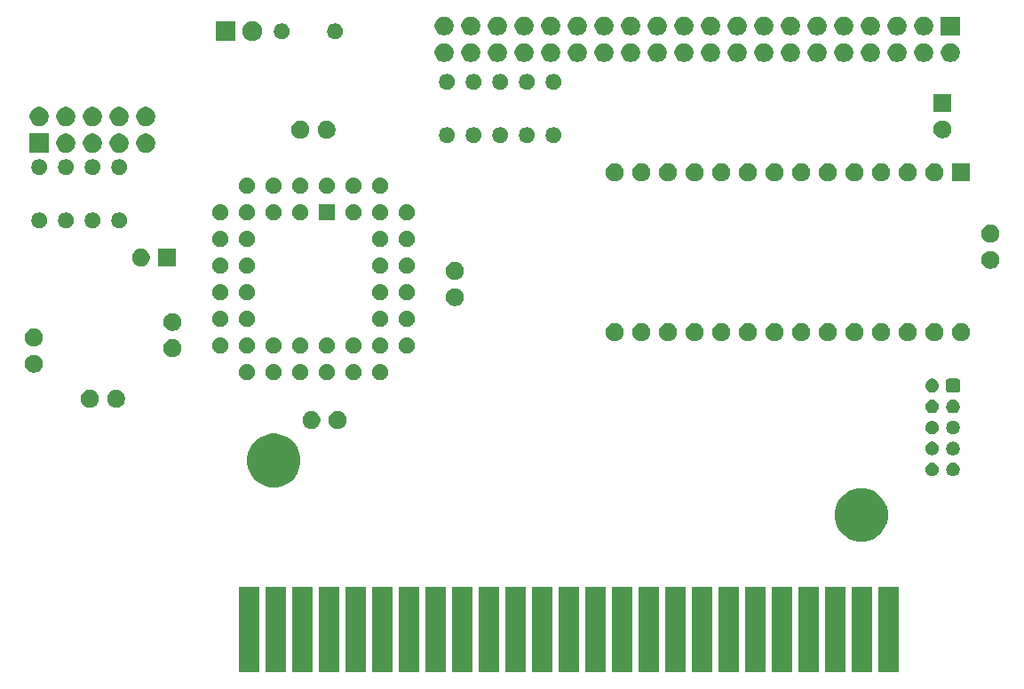
<source format=gbr>
G04 #@! TF.GenerationSoftware,KiCad,Pcbnew,(5.1.5)-3*
G04 #@! TF.CreationDate,2020-07-28T20:00:16+01:00*
G04 #@! TF.ProjectId,MSXPi_v1.0_Rev0,4d535850-695f-4763-912e-305f52657630,rev?*
G04 #@! TF.SameCoordinates,Original*
G04 #@! TF.FileFunction,Soldermask,Bot*
G04 #@! TF.FilePolarity,Negative*
%FSLAX46Y46*%
G04 Gerber Fmt 4.6, Leading zero omitted, Abs format (unit mm)*
G04 Created by KiCad (PCBNEW (5.1.5)-3) date 2020-07-28 20:00:16*
%MOMM*%
%LPD*%
G04 APERTURE LIST*
%ADD10C,0.100000*%
G04 APERTURE END LIST*
D10*
G36*
X192684296Y-56283829D02*
G01*
X190782296Y-56283829D01*
X190782296Y-48181829D01*
X192684296Y-48181829D01*
X192684296Y-56283829D01*
G37*
G36*
X190144296Y-56283829D02*
G01*
X188242296Y-56283829D01*
X188242296Y-48181829D01*
X190144296Y-48181829D01*
X190144296Y-56283829D01*
G37*
G36*
X162204296Y-56283829D02*
G01*
X160302296Y-56283829D01*
X160302296Y-48181829D01*
X162204296Y-48181829D01*
X162204296Y-56283829D01*
G37*
G36*
X164744296Y-56283829D02*
G01*
X162842296Y-56283829D01*
X162842296Y-48181829D01*
X164744296Y-48181829D01*
X164744296Y-56283829D01*
G37*
G36*
X167284296Y-56283829D02*
G01*
X165382296Y-56283829D01*
X165382296Y-48181829D01*
X167284296Y-48181829D01*
X167284296Y-56283829D01*
G37*
G36*
X169824296Y-56283829D02*
G01*
X167922296Y-56283829D01*
X167922296Y-48181829D01*
X169824296Y-48181829D01*
X169824296Y-56283829D01*
G37*
G36*
X172364296Y-56283829D02*
G01*
X170462296Y-56283829D01*
X170462296Y-48181829D01*
X172364296Y-48181829D01*
X172364296Y-56283829D01*
G37*
G36*
X174904296Y-56283829D02*
G01*
X173002296Y-56283829D01*
X173002296Y-48181829D01*
X174904296Y-48181829D01*
X174904296Y-56283829D01*
G37*
G36*
X177444296Y-56283829D02*
G01*
X175542296Y-56283829D01*
X175542296Y-48181829D01*
X177444296Y-48181829D01*
X177444296Y-56283829D01*
G37*
G36*
X179984296Y-56283829D02*
G01*
X178082296Y-56283829D01*
X178082296Y-48181829D01*
X179984296Y-48181829D01*
X179984296Y-56283829D01*
G37*
G36*
X182524296Y-56283829D02*
G01*
X180622296Y-56283829D01*
X180622296Y-48181829D01*
X182524296Y-48181829D01*
X182524296Y-56283829D01*
G37*
G36*
X185064296Y-56283829D02*
G01*
X183162296Y-56283829D01*
X183162296Y-48181829D01*
X185064296Y-48181829D01*
X185064296Y-56283829D01*
G37*
G36*
X187604296Y-56283829D02*
G01*
X185702296Y-56283829D01*
X185702296Y-48181829D01*
X187604296Y-48181829D01*
X187604296Y-56283829D01*
G37*
G36*
X195224296Y-56283829D02*
G01*
X193322296Y-56283829D01*
X193322296Y-48181829D01*
X195224296Y-48181829D01*
X195224296Y-56283829D01*
G37*
G36*
X197764296Y-56283829D02*
G01*
X195862296Y-56283829D01*
X195862296Y-48181829D01*
X197764296Y-48181829D01*
X197764296Y-56283829D01*
G37*
G36*
X200304296Y-56283829D02*
G01*
X198402296Y-56283829D01*
X198402296Y-48181829D01*
X200304296Y-48181829D01*
X200304296Y-56283829D01*
G37*
G36*
X202844296Y-56283829D02*
G01*
X200942296Y-56283829D01*
X200942296Y-48181829D01*
X202844296Y-48181829D01*
X202844296Y-56283829D01*
G37*
G36*
X205384296Y-56283829D02*
G01*
X203482296Y-56283829D01*
X203482296Y-48181829D01*
X205384296Y-48181829D01*
X205384296Y-56283829D01*
G37*
G36*
X207924296Y-56283829D02*
G01*
X206022296Y-56283829D01*
X206022296Y-48181829D01*
X207924296Y-48181829D01*
X207924296Y-56283829D01*
G37*
G36*
X210464296Y-56283829D02*
G01*
X208562296Y-56283829D01*
X208562296Y-48181829D01*
X210464296Y-48181829D01*
X210464296Y-56283829D01*
G37*
G36*
X213004296Y-56283829D02*
G01*
X211102296Y-56283829D01*
X211102296Y-48181829D01*
X213004296Y-48181829D01*
X213004296Y-56283829D01*
G37*
G36*
X215544296Y-56283829D02*
G01*
X213642296Y-56283829D01*
X213642296Y-48181829D01*
X215544296Y-48181829D01*
X215544296Y-56283829D01*
G37*
G36*
X218084296Y-56283829D02*
G01*
X216182296Y-56283829D01*
X216182296Y-48181829D01*
X218084296Y-48181829D01*
X218084296Y-56283829D01*
G37*
G36*
X220624296Y-56283829D02*
G01*
X218722296Y-56283829D01*
X218722296Y-48181829D01*
X220624296Y-48181829D01*
X220624296Y-56283829D01*
G37*
G36*
X223164296Y-56283829D02*
G01*
X221262296Y-56283829D01*
X221262296Y-48181829D01*
X223164296Y-48181829D01*
X223164296Y-56283829D01*
G37*
G36*
X220341194Y-38849862D02*
G01*
X220805446Y-39042161D01*
X220805448Y-39042162D01*
X221223264Y-39321338D01*
X221578587Y-39676661D01*
X221857763Y-40094477D01*
X221857764Y-40094479D01*
X222050063Y-40558731D01*
X222148096Y-41051576D01*
X222148096Y-41554082D01*
X222050063Y-42046927D01*
X221857764Y-42511179D01*
X221857763Y-42511181D01*
X221578587Y-42928997D01*
X221223264Y-43284320D01*
X220805448Y-43563496D01*
X220805447Y-43563497D01*
X220805446Y-43563497D01*
X220341194Y-43755796D01*
X219848349Y-43853829D01*
X219345843Y-43853829D01*
X218852998Y-43755796D01*
X218388746Y-43563497D01*
X218388745Y-43563497D01*
X218388744Y-43563496D01*
X217970928Y-43284320D01*
X217615605Y-42928997D01*
X217336429Y-42511181D01*
X217336428Y-42511179D01*
X217144129Y-42046927D01*
X217046096Y-41554082D01*
X217046096Y-41051576D01*
X217144129Y-40558731D01*
X217336428Y-40094479D01*
X217336429Y-40094477D01*
X217615605Y-39676661D01*
X217970928Y-39321338D01*
X218388744Y-39042162D01*
X218388746Y-39042161D01*
X218852998Y-38849862D01*
X219345843Y-38751829D01*
X219848349Y-38751829D01*
X220341194Y-38849862D01*
G37*
G36*
X164341814Y-33647942D02*
G01*
X164806066Y-33840241D01*
X164806068Y-33840242D01*
X165223884Y-34119418D01*
X165579207Y-34474741D01*
X165857931Y-34891881D01*
X165858384Y-34892559D01*
X166050683Y-35356811D01*
X166148716Y-35849656D01*
X166148716Y-36352162D01*
X166050683Y-36845007D01*
X165978149Y-37020119D01*
X165858383Y-37309261D01*
X165579207Y-37727077D01*
X165223884Y-38082400D01*
X164806068Y-38361576D01*
X164806067Y-38361577D01*
X164806066Y-38361577D01*
X164341814Y-38553876D01*
X163848969Y-38651909D01*
X163346463Y-38651909D01*
X162853618Y-38553876D01*
X162389366Y-38361577D01*
X162389365Y-38361577D01*
X162389364Y-38361576D01*
X161971548Y-38082400D01*
X161616225Y-37727077D01*
X161337049Y-37309261D01*
X161217283Y-37020119D01*
X161144749Y-36845007D01*
X161046716Y-36352162D01*
X161046716Y-35849656D01*
X161144749Y-35356811D01*
X161337048Y-34892559D01*
X161337501Y-34891881D01*
X161616225Y-34474741D01*
X161971548Y-34119418D01*
X162389364Y-33840242D01*
X162389366Y-33840241D01*
X162853618Y-33647942D01*
X163346463Y-33549909D01*
X163848969Y-33549909D01*
X164341814Y-33647942D01*
G37*
G36*
X228535890Y-36330017D02*
G01*
X228654364Y-36379091D01*
X228760988Y-36450335D01*
X228851665Y-36541012D01*
X228922910Y-36647638D01*
X228971983Y-36766110D01*
X228987677Y-36845008D01*
X228997000Y-36891882D01*
X228997000Y-37020118D01*
X228971983Y-37145890D01*
X228922909Y-37264364D01*
X228851665Y-37370988D01*
X228760988Y-37461665D01*
X228654364Y-37532909D01*
X228654363Y-37532910D01*
X228654362Y-37532910D01*
X228535890Y-37581983D01*
X228410119Y-37607000D01*
X228281881Y-37607000D01*
X228156110Y-37581983D01*
X228037638Y-37532910D01*
X228037637Y-37532910D01*
X228037636Y-37532909D01*
X227931012Y-37461665D01*
X227840335Y-37370988D01*
X227769091Y-37264364D01*
X227720017Y-37145890D01*
X227695000Y-37020118D01*
X227695000Y-36891882D01*
X227704324Y-36845008D01*
X227720017Y-36766110D01*
X227769090Y-36647638D01*
X227840335Y-36541012D01*
X227931012Y-36450335D01*
X228037636Y-36379091D01*
X228156110Y-36330017D01*
X228281881Y-36305000D01*
X228410119Y-36305000D01*
X228535890Y-36330017D01*
G37*
G36*
X226535890Y-36330017D02*
G01*
X226654364Y-36379091D01*
X226760988Y-36450335D01*
X226851665Y-36541012D01*
X226922910Y-36647638D01*
X226971983Y-36766110D01*
X226987677Y-36845008D01*
X226997000Y-36891882D01*
X226997000Y-37020118D01*
X226971983Y-37145890D01*
X226922909Y-37264364D01*
X226851665Y-37370988D01*
X226760988Y-37461665D01*
X226654364Y-37532909D01*
X226654363Y-37532910D01*
X226654362Y-37532910D01*
X226535890Y-37581983D01*
X226410119Y-37607000D01*
X226281881Y-37607000D01*
X226156110Y-37581983D01*
X226037638Y-37532910D01*
X226037637Y-37532910D01*
X226037636Y-37532909D01*
X225931012Y-37461665D01*
X225840335Y-37370988D01*
X225769091Y-37264364D01*
X225720017Y-37145890D01*
X225695000Y-37020118D01*
X225695000Y-36891882D01*
X225704324Y-36845008D01*
X225720017Y-36766110D01*
X225769090Y-36647638D01*
X225840335Y-36541012D01*
X225931012Y-36450335D01*
X226037636Y-36379091D01*
X226156110Y-36330017D01*
X226281881Y-36305000D01*
X226410119Y-36305000D01*
X226535890Y-36330017D01*
G37*
G36*
X228535890Y-34330017D02*
G01*
X228654364Y-34379091D01*
X228760988Y-34450335D01*
X228851665Y-34541012D01*
X228922909Y-34647636D01*
X228971983Y-34766110D01*
X228997000Y-34891882D01*
X228997000Y-35020118D01*
X228971983Y-35145890D01*
X228922909Y-35264364D01*
X228851665Y-35370988D01*
X228760988Y-35461665D01*
X228654364Y-35532909D01*
X228654363Y-35532910D01*
X228654362Y-35532910D01*
X228535890Y-35581983D01*
X228410119Y-35607000D01*
X228281881Y-35607000D01*
X228156110Y-35581983D01*
X228037638Y-35532910D01*
X228037637Y-35532910D01*
X228037636Y-35532909D01*
X227931012Y-35461665D01*
X227840335Y-35370988D01*
X227769091Y-35264364D01*
X227720017Y-35145890D01*
X227695000Y-35020118D01*
X227695000Y-34891882D01*
X227720017Y-34766110D01*
X227769091Y-34647636D01*
X227840335Y-34541012D01*
X227931012Y-34450335D01*
X228037636Y-34379091D01*
X228156110Y-34330017D01*
X228281881Y-34305000D01*
X228410119Y-34305000D01*
X228535890Y-34330017D01*
G37*
G36*
X226535890Y-34330017D02*
G01*
X226654364Y-34379091D01*
X226760988Y-34450335D01*
X226851665Y-34541012D01*
X226922909Y-34647636D01*
X226971983Y-34766110D01*
X226997000Y-34891882D01*
X226997000Y-35020118D01*
X226971983Y-35145890D01*
X226922909Y-35264364D01*
X226851665Y-35370988D01*
X226760988Y-35461665D01*
X226654364Y-35532909D01*
X226654363Y-35532910D01*
X226654362Y-35532910D01*
X226535890Y-35581983D01*
X226410119Y-35607000D01*
X226281881Y-35607000D01*
X226156110Y-35581983D01*
X226037638Y-35532910D01*
X226037637Y-35532910D01*
X226037636Y-35532909D01*
X225931012Y-35461665D01*
X225840335Y-35370988D01*
X225769091Y-35264364D01*
X225720017Y-35145890D01*
X225695000Y-35020118D01*
X225695000Y-34891882D01*
X225720017Y-34766110D01*
X225769091Y-34647636D01*
X225840335Y-34541012D01*
X225931012Y-34450335D01*
X226037636Y-34379091D01*
X226156110Y-34330017D01*
X226281881Y-34305000D01*
X226410119Y-34305000D01*
X226535890Y-34330017D01*
G37*
G36*
X228535890Y-32330017D02*
G01*
X228654364Y-32379091D01*
X228760988Y-32450335D01*
X228851665Y-32541012D01*
X228922910Y-32647638D01*
X228971983Y-32766110D01*
X228978820Y-32800480D01*
X228997000Y-32891882D01*
X228997000Y-33020118D01*
X228971983Y-33145890D01*
X228922909Y-33264364D01*
X228851665Y-33370988D01*
X228760988Y-33461665D01*
X228654364Y-33532909D01*
X228654363Y-33532910D01*
X228654362Y-33532910D01*
X228535890Y-33581983D01*
X228410119Y-33607000D01*
X228281881Y-33607000D01*
X228156110Y-33581983D01*
X228037638Y-33532910D01*
X228037637Y-33532910D01*
X228037636Y-33532909D01*
X227931012Y-33461665D01*
X227840335Y-33370988D01*
X227769091Y-33264364D01*
X227720017Y-33145890D01*
X227695000Y-33020118D01*
X227695000Y-32891882D01*
X227713181Y-32800480D01*
X227720017Y-32766110D01*
X227769090Y-32647638D01*
X227840335Y-32541012D01*
X227931012Y-32450335D01*
X228037636Y-32379091D01*
X228156110Y-32330017D01*
X228281881Y-32305000D01*
X228410119Y-32305000D01*
X228535890Y-32330017D01*
G37*
G36*
X226535890Y-32330017D02*
G01*
X226654364Y-32379091D01*
X226760988Y-32450335D01*
X226851665Y-32541012D01*
X226922910Y-32647638D01*
X226971983Y-32766110D01*
X226978820Y-32800480D01*
X226997000Y-32891882D01*
X226997000Y-33020118D01*
X226971983Y-33145890D01*
X226922909Y-33264364D01*
X226851665Y-33370988D01*
X226760988Y-33461665D01*
X226654364Y-33532909D01*
X226654363Y-33532910D01*
X226654362Y-33532910D01*
X226535890Y-33581983D01*
X226410119Y-33607000D01*
X226281881Y-33607000D01*
X226156110Y-33581983D01*
X226037638Y-33532910D01*
X226037637Y-33532910D01*
X226037636Y-33532909D01*
X225931012Y-33461665D01*
X225840335Y-33370988D01*
X225769091Y-33264364D01*
X225720017Y-33145890D01*
X225695000Y-33020118D01*
X225695000Y-32891882D01*
X225713181Y-32800480D01*
X225720017Y-32766110D01*
X225769090Y-32647638D01*
X225840335Y-32541012D01*
X225931012Y-32450335D01*
X226037636Y-32379091D01*
X226156110Y-32330017D01*
X226281881Y-32305000D01*
X226410119Y-32305000D01*
X226535890Y-32330017D01*
G37*
G36*
X167420228Y-31439703D02*
G01*
X167575100Y-31503853D01*
X167714481Y-31596985D01*
X167833015Y-31715519D01*
X167926147Y-31854900D01*
X167990297Y-32009772D01*
X168023000Y-32174184D01*
X168023000Y-32341816D01*
X167990297Y-32506228D01*
X167926147Y-32661100D01*
X167833015Y-32800481D01*
X167714481Y-32919015D01*
X167575100Y-33012147D01*
X167420228Y-33076297D01*
X167255816Y-33109000D01*
X167088184Y-33109000D01*
X166923772Y-33076297D01*
X166768900Y-33012147D01*
X166629519Y-32919015D01*
X166510985Y-32800481D01*
X166417853Y-32661100D01*
X166353703Y-32506228D01*
X166321000Y-32341816D01*
X166321000Y-32174184D01*
X166353703Y-32009772D01*
X166417853Y-31854900D01*
X166510985Y-31715519D01*
X166629519Y-31596985D01*
X166768900Y-31503853D01*
X166923772Y-31439703D01*
X167088184Y-31407000D01*
X167255816Y-31407000D01*
X167420228Y-31439703D01*
G37*
G36*
X169920228Y-31439703D02*
G01*
X170075100Y-31503853D01*
X170214481Y-31596985D01*
X170333015Y-31715519D01*
X170426147Y-31854900D01*
X170490297Y-32009772D01*
X170523000Y-32174184D01*
X170523000Y-32341816D01*
X170490297Y-32506228D01*
X170426147Y-32661100D01*
X170333015Y-32800481D01*
X170214481Y-32919015D01*
X170075100Y-33012147D01*
X169920228Y-33076297D01*
X169755816Y-33109000D01*
X169588184Y-33109000D01*
X169423772Y-33076297D01*
X169268900Y-33012147D01*
X169129519Y-32919015D01*
X169010985Y-32800481D01*
X168917853Y-32661100D01*
X168853703Y-32506228D01*
X168821000Y-32341816D01*
X168821000Y-32174184D01*
X168853703Y-32009772D01*
X168917853Y-31854900D01*
X169010985Y-31715519D01*
X169129519Y-31596985D01*
X169268900Y-31503853D01*
X169423772Y-31439703D01*
X169588184Y-31407000D01*
X169755816Y-31407000D01*
X169920228Y-31439703D01*
G37*
G36*
X228535890Y-30330017D02*
G01*
X228654364Y-30379091D01*
X228760988Y-30450335D01*
X228851665Y-30541012D01*
X228922909Y-30647636D01*
X228971983Y-30766110D01*
X228997000Y-30891882D01*
X228997000Y-31020118D01*
X228971983Y-31145890D01*
X228922909Y-31264364D01*
X228851665Y-31370988D01*
X228760988Y-31461665D01*
X228654364Y-31532909D01*
X228654363Y-31532910D01*
X228654362Y-31532910D01*
X228535890Y-31581983D01*
X228410119Y-31607000D01*
X228281881Y-31607000D01*
X228156110Y-31581983D01*
X228037638Y-31532910D01*
X228037637Y-31532910D01*
X228037636Y-31532909D01*
X227931012Y-31461665D01*
X227840335Y-31370988D01*
X227769091Y-31264364D01*
X227720017Y-31145890D01*
X227695000Y-31020118D01*
X227695000Y-30891882D01*
X227720017Y-30766110D01*
X227769091Y-30647636D01*
X227840335Y-30541012D01*
X227931012Y-30450335D01*
X228037636Y-30379091D01*
X228156110Y-30330017D01*
X228281881Y-30305000D01*
X228410119Y-30305000D01*
X228535890Y-30330017D01*
G37*
G36*
X226535890Y-30330017D02*
G01*
X226654364Y-30379091D01*
X226760988Y-30450335D01*
X226851665Y-30541012D01*
X226922909Y-30647636D01*
X226971983Y-30766110D01*
X226997000Y-30891882D01*
X226997000Y-31020118D01*
X226971983Y-31145890D01*
X226922909Y-31264364D01*
X226851665Y-31370988D01*
X226760988Y-31461665D01*
X226654364Y-31532909D01*
X226654363Y-31532910D01*
X226654362Y-31532910D01*
X226535890Y-31581983D01*
X226410119Y-31607000D01*
X226281881Y-31607000D01*
X226156110Y-31581983D01*
X226037638Y-31532910D01*
X226037637Y-31532910D01*
X226037636Y-31532909D01*
X225931012Y-31461665D01*
X225840335Y-31370988D01*
X225769091Y-31264364D01*
X225720017Y-31145890D01*
X225695000Y-31020118D01*
X225695000Y-30891882D01*
X225720017Y-30766110D01*
X225769091Y-30647636D01*
X225840335Y-30541012D01*
X225931012Y-30450335D01*
X226037636Y-30379091D01*
X226156110Y-30330017D01*
X226281881Y-30305000D01*
X226410119Y-30305000D01*
X226535890Y-30330017D01*
G37*
G36*
X148798228Y-29407703D02*
G01*
X148953100Y-29471853D01*
X149092481Y-29564985D01*
X149211015Y-29683519D01*
X149304147Y-29822900D01*
X149368297Y-29977772D01*
X149401000Y-30142184D01*
X149401000Y-30309816D01*
X149368297Y-30474228D01*
X149304147Y-30629100D01*
X149211015Y-30768481D01*
X149092481Y-30887015D01*
X148953100Y-30980147D01*
X148798228Y-31044297D01*
X148633816Y-31077000D01*
X148466184Y-31077000D01*
X148301772Y-31044297D01*
X148146900Y-30980147D01*
X148007519Y-30887015D01*
X147888985Y-30768481D01*
X147795853Y-30629100D01*
X147731703Y-30474228D01*
X147699000Y-30309816D01*
X147699000Y-30142184D01*
X147731703Y-29977772D01*
X147795853Y-29822900D01*
X147888985Y-29683519D01*
X148007519Y-29564985D01*
X148146900Y-29471853D01*
X148301772Y-29407703D01*
X148466184Y-29375000D01*
X148633816Y-29375000D01*
X148798228Y-29407703D01*
G37*
G36*
X146298228Y-29407703D02*
G01*
X146453100Y-29471853D01*
X146592481Y-29564985D01*
X146711015Y-29683519D01*
X146804147Y-29822900D01*
X146868297Y-29977772D01*
X146901000Y-30142184D01*
X146901000Y-30309816D01*
X146868297Y-30474228D01*
X146804147Y-30629100D01*
X146711015Y-30768481D01*
X146592481Y-30887015D01*
X146453100Y-30980147D01*
X146298228Y-31044297D01*
X146133816Y-31077000D01*
X145966184Y-31077000D01*
X145801772Y-31044297D01*
X145646900Y-30980147D01*
X145507519Y-30887015D01*
X145388985Y-30768481D01*
X145295853Y-30629100D01*
X145231703Y-30474228D01*
X145199000Y-30309816D01*
X145199000Y-30142184D01*
X145231703Y-29977772D01*
X145295853Y-29822900D01*
X145388985Y-29683519D01*
X145507519Y-29564985D01*
X145646900Y-29471853D01*
X145801772Y-29407703D01*
X145966184Y-29375000D01*
X146133816Y-29375000D01*
X146298228Y-29407703D01*
G37*
G36*
X226535890Y-28330017D02*
G01*
X226616771Y-28363519D01*
X226654364Y-28379091D01*
X226760988Y-28450335D01*
X226851665Y-28541012D01*
X226922909Y-28647636D01*
X226971983Y-28766110D01*
X226997000Y-28891882D01*
X226997000Y-29020118D01*
X226971983Y-29145890D01*
X226922909Y-29264364D01*
X226851665Y-29370988D01*
X226760988Y-29461665D01*
X226654364Y-29532909D01*
X226654363Y-29532910D01*
X226654362Y-29532910D01*
X226535890Y-29581983D01*
X226410119Y-29607000D01*
X226281881Y-29607000D01*
X226156110Y-29581983D01*
X226037638Y-29532910D01*
X226037637Y-29532910D01*
X226037636Y-29532909D01*
X225931012Y-29461665D01*
X225840335Y-29370988D01*
X225769091Y-29264364D01*
X225720017Y-29145890D01*
X225695000Y-29020118D01*
X225695000Y-28891882D01*
X225720017Y-28766110D01*
X225769091Y-28647636D01*
X225840335Y-28541012D01*
X225931012Y-28450335D01*
X226037636Y-28379091D01*
X226075230Y-28363519D01*
X226156110Y-28330017D01*
X226281881Y-28305000D01*
X226410119Y-28305000D01*
X226535890Y-28330017D01*
G37*
G36*
X228837242Y-28309404D02*
G01*
X228874337Y-28320657D01*
X228908515Y-28338925D01*
X228938481Y-28363519D01*
X228963075Y-28393485D01*
X228981343Y-28427663D01*
X228992596Y-28464758D01*
X228997000Y-28509474D01*
X228997000Y-29402526D01*
X228992596Y-29447242D01*
X228981343Y-29484337D01*
X228963075Y-29518515D01*
X228938481Y-29548481D01*
X228908515Y-29573075D01*
X228874337Y-29591343D01*
X228837242Y-29602596D01*
X228792526Y-29607000D01*
X227899474Y-29607000D01*
X227854758Y-29602596D01*
X227817663Y-29591343D01*
X227783485Y-29573075D01*
X227753519Y-29548481D01*
X227728925Y-29518515D01*
X227710657Y-29484337D01*
X227699404Y-29447242D01*
X227695000Y-29402526D01*
X227695000Y-28509474D01*
X227699404Y-28464758D01*
X227710657Y-28427663D01*
X227728925Y-28393485D01*
X227753519Y-28363519D01*
X227783485Y-28338925D01*
X227817663Y-28320657D01*
X227854758Y-28309404D01*
X227899474Y-28305000D01*
X228792526Y-28305000D01*
X228837242Y-28309404D01*
G37*
G36*
X173958325Y-26953090D02*
G01*
X174097038Y-27010547D01*
X174221872Y-27093958D01*
X174328042Y-27200128D01*
X174411453Y-27324962D01*
X174468910Y-27463675D01*
X174498200Y-27610929D01*
X174498200Y-27761071D01*
X174468910Y-27908325D01*
X174411453Y-28047038D01*
X174328042Y-28171872D01*
X174221872Y-28278042D01*
X174097038Y-28361453D01*
X173958325Y-28418910D01*
X173811071Y-28448200D01*
X173660929Y-28448200D01*
X173513675Y-28418910D01*
X173374962Y-28361453D01*
X173250128Y-28278042D01*
X173143958Y-28171872D01*
X173060547Y-28047038D01*
X173003090Y-27908325D01*
X172973800Y-27761071D01*
X172973800Y-27610929D01*
X173003090Y-27463675D01*
X173060547Y-27324962D01*
X173143958Y-27200128D01*
X173250128Y-27093958D01*
X173374962Y-27010547D01*
X173513675Y-26953090D01*
X173660929Y-26923800D01*
X173811071Y-26923800D01*
X173958325Y-26953090D01*
G37*
G36*
X171418325Y-26953090D02*
G01*
X171557038Y-27010547D01*
X171681872Y-27093958D01*
X171788042Y-27200128D01*
X171871453Y-27324962D01*
X171928910Y-27463675D01*
X171958200Y-27610929D01*
X171958200Y-27761071D01*
X171928910Y-27908325D01*
X171871453Y-28047038D01*
X171788042Y-28171872D01*
X171681872Y-28278042D01*
X171557038Y-28361453D01*
X171418325Y-28418910D01*
X171271071Y-28448200D01*
X171120929Y-28448200D01*
X170973675Y-28418910D01*
X170834962Y-28361453D01*
X170710128Y-28278042D01*
X170603958Y-28171872D01*
X170520547Y-28047038D01*
X170463090Y-27908325D01*
X170433800Y-27761071D01*
X170433800Y-27610929D01*
X170463090Y-27463675D01*
X170520547Y-27324962D01*
X170603958Y-27200128D01*
X170710128Y-27093958D01*
X170834962Y-27010547D01*
X170973675Y-26953090D01*
X171120929Y-26923800D01*
X171271071Y-26923800D01*
X171418325Y-26953090D01*
G37*
G36*
X168878325Y-26953090D02*
G01*
X169017038Y-27010547D01*
X169141872Y-27093958D01*
X169248042Y-27200128D01*
X169331453Y-27324962D01*
X169388910Y-27463675D01*
X169418200Y-27610929D01*
X169418200Y-27761071D01*
X169388910Y-27908325D01*
X169331453Y-28047038D01*
X169248042Y-28171872D01*
X169141872Y-28278042D01*
X169017038Y-28361453D01*
X168878325Y-28418910D01*
X168731071Y-28448200D01*
X168580929Y-28448200D01*
X168433675Y-28418910D01*
X168294962Y-28361453D01*
X168170128Y-28278042D01*
X168063958Y-28171872D01*
X167980547Y-28047038D01*
X167923090Y-27908325D01*
X167893800Y-27761071D01*
X167893800Y-27610929D01*
X167923090Y-27463675D01*
X167980547Y-27324962D01*
X168063958Y-27200128D01*
X168170128Y-27093958D01*
X168294962Y-27010547D01*
X168433675Y-26953090D01*
X168580929Y-26923800D01*
X168731071Y-26923800D01*
X168878325Y-26953090D01*
G37*
G36*
X163798325Y-26953090D02*
G01*
X163937038Y-27010547D01*
X164061872Y-27093958D01*
X164168042Y-27200128D01*
X164251453Y-27324962D01*
X164308910Y-27463675D01*
X164338200Y-27610929D01*
X164338200Y-27761071D01*
X164308910Y-27908325D01*
X164251453Y-28047038D01*
X164168042Y-28171872D01*
X164061872Y-28278042D01*
X163937038Y-28361453D01*
X163798325Y-28418910D01*
X163651071Y-28448200D01*
X163500929Y-28448200D01*
X163353675Y-28418910D01*
X163214962Y-28361453D01*
X163090128Y-28278042D01*
X162983958Y-28171872D01*
X162900547Y-28047038D01*
X162843090Y-27908325D01*
X162813800Y-27761071D01*
X162813800Y-27610929D01*
X162843090Y-27463675D01*
X162900547Y-27324962D01*
X162983958Y-27200128D01*
X163090128Y-27093958D01*
X163214962Y-27010547D01*
X163353675Y-26953090D01*
X163500929Y-26923800D01*
X163651071Y-26923800D01*
X163798325Y-26953090D01*
G37*
G36*
X166338325Y-26953090D02*
G01*
X166477038Y-27010547D01*
X166601872Y-27093958D01*
X166708042Y-27200128D01*
X166791453Y-27324962D01*
X166848910Y-27463675D01*
X166878200Y-27610929D01*
X166878200Y-27761071D01*
X166848910Y-27908325D01*
X166791453Y-28047038D01*
X166708042Y-28171872D01*
X166601872Y-28278042D01*
X166477038Y-28361453D01*
X166338325Y-28418910D01*
X166191071Y-28448200D01*
X166040929Y-28448200D01*
X165893675Y-28418910D01*
X165754962Y-28361453D01*
X165630128Y-28278042D01*
X165523958Y-28171872D01*
X165440547Y-28047038D01*
X165383090Y-27908325D01*
X165353800Y-27761071D01*
X165353800Y-27610929D01*
X165383090Y-27463675D01*
X165440547Y-27324962D01*
X165523958Y-27200128D01*
X165630128Y-27093958D01*
X165754962Y-27010547D01*
X165893675Y-26953090D01*
X166040929Y-26923800D01*
X166191071Y-26923800D01*
X166338325Y-26953090D01*
G37*
G36*
X161258325Y-26953090D02*
G01*
X161397038Y-27010547D01*
X161521872Y-27093958D01*
X161628042Y-27200128D01*
X161711453Y-27324962D01*
X161768910Y-27463675D01*
X161798200Y-27610929D01*
X161798200Y-27761071D01*
X161768910Y-27908325D01*
X161711453Y-28047038D01*
X161628042Y-28171872D01*
X161521872Y-28278042D01*
X161397038Y-28361453D01*
X161258325Y-28418910D01*
X161111071Y-28448200D01*
X160960929Y-28448200D01*
X160813675Y-28418910D01*
X160674962Y-28361453D01*
X160550128Y-28278042D01*
X160443958Y-28171872D01*
X160360547Y-28047038D01*
X160303090Y-27908325D01*
X160273800Y-27761071D01*
X160273800Y-27610929D01*
X160303090Y-27463675D01*
X160360547Y-27324962D01*
X160443958Y-27200128D01*
X160550128Y-27093958D01*
X160674962Y-27010547D01*
X160813675Y-26953090D01*
X160960929Y-26923800D01*
X161111071Y-26923800D01*
X161258325Y-26953090D01*
G37*
G36*
X140964228Y-26065703D02*
G01*
X141119100Y-26129853D01*
X141258481Y-26222985D01*
X141377015Y-26341519D01*
X141470147Y-26480900D01*
X141534297Y-26635772D01*
X141567000Y-26800184D01*
X141567000Y-26967816D01*
X141534297Y-27132228D01*
X141470147Y-27287100D01*
X141377015Y-27426481D01*
X141258481Y-27545015D01*
X141119100Y-27638147D01*
X140964228Y-27702297D01*
X140799816Y-27735000D01*
X140632184Y-27735000D01*
X140467772Y-27702297D01*
X140312900Y-27638147D01*
X140173519Y-27545015D01*
X140054985Y-27426481D01*
X139961853Y-27287100D01*
X139897703Y-27132228D01*
X139865000Y-26967816D01*
X139865000Y-26800184D01*
X139897703Y-26635772D01*
X139961853Y-26480900D01*
X140054985Y-26341519D01*
X140173519Y-26222985D01*
X140312900Y-26129853D01*
X140467772Y-26065703D01*
X140632184Y-26033000D01*
X140799816Y-26033000D01*
X140964228Y-26065703D01*
G37*
G36*
X154172228Y-24581703D02*
G01*
X154327100Y-24645853D01*
X154466481Y-24738985D01*
X154585015Y-24857519D01*
X154678147Y-24996900D01*
X154742297Y-25151772D01*
X154775000Y-25316184D01*
X154775000Y-25483816D01*
X154742297Y-25648228D01*
X154678147Y-25803100D01*
X154585015Y-25942481D01*
X154466481Y-26061015D01*
X154327100Y-26154147D01*
X154172228Y-26218297D01*
X154007816Y-26251000D01*
X153840184Y-26251000D01*
X153675772Y-26218297D01*
X153520900Y-26154147D01*
X153381519Y-26061015D01*
X153262985Y-25942481D01*
X153169853Y-25803100D01*
X153105703Y-25648228D01*
X153073000Y-25483816D01*
X153073000Y-25316184D01*
X153105703Y-25151772D01*
X153169853Y-24996900D01*
X153262985Y-24857519D01*
X153381519Y-24738985D01*
X153520900Y-24645853D01*
X153675772Y-24581703D01*
X153840184Y-24549000D01*
X154007816Y-24549000D01*
X154172228Y-24581703D01*
G37*
G36*
X171418325Y-24413090D02*
G01*
X171557038Y-24470547D01*
X171681872Y-24553958D01*
X171788042Y-24660128D01*
X171871453Y-24784962D01*
X171928910Y-24923675D01*
X171958200Y-25070929D01*
X171958200Y-25221071D01*
X171928910Y-25368325D01*
X171871453Y-25507038D01*
X171788042Y-25631872D01*
X171681872Y-25738042D01*
X171557038Y-25821453D01*
X171418325Y-25878910D01*
X171271071Y-25908200D01*
X171120929Y-25908200D01*
X170973675Y-25878910D01*
X170834962Y-25821453D01*
X170710128Y-25738042D01*
X170603958Y-25631872D01*
X170520547Y-25507038D01*
X170463090Y-25368325D01*
X170433800Y-25221071D01*
X170433800Y-25070929D01*
X170463090Y-24923675D01*
X170520547Y-24784962D01*
X170603958Y-24660128D01*
X170710128Y-24553958D01*
X170834962Y-24470547D01*
X170973675Y-24413090D01*
X171120929Y-24383800D01*
X171271071Y-24383800D01*
X171418325Y-24413090D01*
G37*
G36*
X161258325Y-24413090D02*
G01*
X161397038Y-24470547D01*
X161521872Y-24553958D01*
X161628042Y-24660128D01*
X161711453Y-24784962D01*
X161768910Y-24923675D01*
X161798200Y-25070929D01*
X161798200Y-25221071D01*
X161768910Y-25368325D01*
X161711453Y-25507038D01*
X161628042Y-25631872D01*
X161521872Y-25738042D01*
X161397038Y-25821453D01*
X161258325Y-25878910D01*
X161111071Y-25908200D01*
X160960929Y-25908200D01*
X160813675Y-25878910D01*
X160674962Y-25821453D01*
X160550128Y-25738042D01*
X160443958Y-25631872D01*
X160360547Y-25507038D01*
X160303090Y-25368325D01*
X160273800Y-25221071D01*
X160273800Y-25070929D01*
X160303090Y-24923675D01*
X160360547Y-24784962D01*
X160443958Y-24660128D01*
X160550128Y-24553958D01*
X160674962Y-24470547D01*
X160813675Y-24413090D01*
X160960929Y-24383800D01*
X161111071Y-24383800D01*
X161258325Y-24413090D01*
G37*
G36*
X163798325Y-24413090D02*
G01*
X163937038Y-24470547D01*
X164061872Y-24553958D01*
X164168042Y-24660128D01*
X164251453Y-24784962D01*
X164308910Y-24923675D01*
X164338200Y-25070929D01*
X164338200Y-25221071D01*
X164308910Y-25368325D01*
X164251453Y-25507038D01*
X164168042Y-25631872D01*
X164061872Y-25738042D01*
X163937038Y-25821453D01*
X163798325Y-25878910D01*
X163651071Y-25908200D01*
X163500929Y-25908200D01*
X163353675Y-25878910D01*
X163214962Y-25821453D01*
X163090128Y-25738042D01*
X162983958Y-25631872D01*
X162900547Y-25507038D01*
X162843090Y-25368325D01*
X162813800Y-25221071D01*
X162813800Y-25070929D01*
X162843090Y-24923675D01*
X162900547Y-24784962D01*
X162983958Y-24660128D01*
X163090128Y-24553958D01*
X163214962Y-24470547D01*
X163353675Y-24413090D01*
X163500929Y-24383800D01*
X163651071Y-24383800D01*
X163798325Y-24413090D01*
G37*
G36*
X158718325Y-24413090D02*
G01*
X158857038Y-24470547D01*
X158981872Y-24553958D01*
X159088042Y-24660128D01*
X159171453Y-24784962D01*
X159228910Y-24923675D01*
X159258200Y-25070929D01*
X159258200Y-25221071D01*
X159228910Y-25368325D01*
X159171453Y-25507038D01*
X159088042Y-25631872D01*
X158981872Y-25738042D01*
X158857038Y-25821453D01*
X158718325Y-25878910D01*
X158571071Y-25908200D01*
X158420929Y-25908200D01*
X158273675Y-25878910D01*
X158134962Y-25821453D01*
X158010128Y-25738042D01*
X157903958Y-25631872D01*
X157820547Y-25507038D01*
X157763090Y-25368325D01*
X157733800Y-25221071D01*
X157733800Y-25070929D01*
X157763090Y-24923675D01*
X157820547Y-24784962D01*
X157903958Y-24660128D01*
X158010128Y-24553958D01*
X158134962Y-24470547D01*
X158273675Y-24413090D01*
X158420929Y-24383800D01*
X158571071Y-24383800D01*
X158718325Y-24413090D01*
G37*
G36*
X168878325Y-24413090D02*
G01*
X169017038Y-24470547D01*
X169141872Y-24553958D01*
X169248042Y-24660128D01*
X169331453Y-24784962D01*
X169388910Y-24923675D01*
X169418200Y-25070929D01*
X169418200Y-25221071D01*
X169388910Y-25368325D01*
X169331453Y-25507038D01*
X169248042Y-25631872D01*
X169141872Y-25738042D01*
X169017038Y-25821453D01*
X168878325Y-25878910D01*
X168731071Y-25908200D01*
X168580929Y-25908200D01*
X168433675Y-25878910D01*
X168294962Y-25821453D01*
X168170128Y-25738042D01*
X168063958Y-25631872D01*
X167980547Y-25507038D01*
X167923090Y-25368325D01*
X167893800Y-25221071D01*
X167893800Y-25070929D01*
X167923090Y-24923675D01*
X167980547Y-24784962D01*
X168063958Y-24660128D01*
X168170128Y-24553958D01*
X168294962Y-24470547D01*
X168433675Y-24413090D01*
X168580929Y-24383800D01*
X168731071Y-24383800D01*
X168878325Y-24413090D01*
G37*
G36*
X173958325Y-24413090D02*
G01*
X174097038Y-24470547D01*
X174221872Y-24553958D01*
X174328042Y-24660128D01*
X174411453Y-24784962D01*
X174468910Y-24923675D01*
X174498200Y-25070929D01*
X174498200Y-25221071D01*
X174468910Y-25368325D01*
X174411453Y-25507038D01*
X174328042Y-25631872D01*
X174221872Y-25738042D01*
X174097038Y-25821453D01*
X173958325Y-25878910D01*
X173811071Y-25908200D01*
X173660929Y-25908200D01*
X173513675Y-25878910D01*
X173374962Y-25821453D01*
X173250128Y-25738042D01*
X173143958Y-25631872D01*
X173060547Y-25507038D01*
X173003090Y-25368325D01*
X172973800Y-25221071D01*
X172973800Y-25070929D01*
X173003090Y-24923675D01*
X173060547Y-24784962D01*
X173143958Y-24660128D01*
X173250128Y-24553958D01*
X173374962Y-24470547D01*
X173513675Y-24413090D01*
X173660929Y-24383800D01*
X173811071Y-24383800D01*
X173958325Y-24413090D01*
G37*
G36*
X176498325Y-24413090D02*
G01*
X176637038Y-24470547D01*
X176761872Y-24553958D01*
X176868042Y-24660128D01*
X176951453Y-24784962D01*
X177008910Y-24923675D01*
X177038200Y-25070929D01*
X177038200Y-25221071D01*
X177008910Y-25368325D01*
X176951453Y-25507038D01*
X176868042Y-25631872D01*
X176761872Y-25738042D01*
X176637038Y-25821453D01*
X176498325Y-25878910D01*
X176351071Y-25908200D01*
X176200929Y-25908200D01*
X176053675Y-25878910D01*
X175914962Y-25821453D01*
X175790128Y-25738042D01*
X175683958Y-25631872D01*
X175600547Y-25507038D01*
X175543090Y-25368325D01*
X175513800Y-25221071D01*
X175513800Y-25070929D01*
X175543090Y-24923675D01*
X175600547Y-24784962D01*
X175683958Y-24660128D01*
X175790128Y-24553958D01*
X175914962Y-24470547D01*
X176053675Y-24413090D01*
X176200929Y-24383800D01*
X176351071Y-24383800D01*
X176498325Y-24413090D01*
G37*
G36*
X166338325Y-24413090D02*
G01*
X166477038Y-24470547D01*
X166601872Y-24553958D01*
X166708042Y-24660128D01*
X166791453Y-24784962D01*
X166848910Y-24923675D01*
X166878200Y-25070929D01*
X166878200Y-25221071D01*
X166848910Y-25368325D01*
X166791453Y-25507038D01*
X166708042Y-25631872D01*
X166601872Y-25738042D01*
X166477038Y-25821453D01*
X166338325Y-25878910D01*
X166191071Y-25908200D01*
X166040929Y-25908200D01*
X165893675Y-25878910D01*
X165754962Y-25821453D01*
X165630128Y-25738042D01*
X165523958Y-25631872D01*
X165440547Y-25507038D01*
X165383090Y-25368325D01*
X165353800Y-25221071D01*
X165353800Y-25070929D01*
X165383090Y-24923675D01*
X165440547Y-24784962D01*
X165523958Y-24660128D01*
X165630128Y-24553958D01*
X165754962Y-24470547D01*
X165893675Y-24413090D01*
X166040929Y-24383800D01*
X166191071Y-24383800D01*
X166338325Y-24413090D01*
G37*
G36*
X140964228Y-23565703D02*
G01*
X141119100Y-23629853D01*
X141258481Y-23722985D01*
X141377015Y-23841519D01*
X141470147Y-23980900D01*
X141534297Y-24135772D01*
X141567000Y-24300184D01*
X141567000Y-24467816D01*
X141534297Y-24632228D01*
X141470147Y-24787100D01*
X141377015Y-24926481D01*
X141258481Y-25045015D01*
X141119100Y-25138147D01*
X140964228Y-25202297D01*
X140799816Y-25235000D01*
X140632184Y-25235000D01*
X140467772Y-25202297D01*
X140312900Y-25138147D01*
X140173519Y-25045015D01*
X140054985Y-24926481D01*
X139961853Y-24787100D01*
X139897703Y-24632228D01*
X139865000Y-24467816D01*
X139865000Y-24300184D01*
X139897703Y-24135772D01*
X139961853Y-23980900D01*
X140054985Y-23841519D01*
X140173519Y-23722985D01*
X140312900Y-23629853D01*
X140467772Y-23565703D01*
X140632184Y-23533000D01*
X140799816Y-23533000D01*
X140964228Y-23565703D01*
G37*
G36*
X211576228Y-23057703D02*
G01*
X211731100Y-23121853D01*
X211870481Y-23214985D01*
X211989015Y-23333519D01*
X212082147Y-23472900D01*
X212146297Y-23627772D01*
X212179000Y-23792184D01*
X212179000Y-23959816D01*
X212146297Y-24124228D01*
X212082147Y-24279100D01*
X211989015Y-24418481D01*
X211870481Y-24537015D01*
X211731100Y-24630147D01*
X211576228Y-24694297D01*
X211411816Y-24727000D01*
X211244184Y-24727000D01*
X211079772Y-24694297D01*
X210924900Y-24630147D01*
X210785519Y-24537015D01*
X210666985Y-24418481D01*
X210573853Y-24279100D01*
X210509703Y-24124228D01*
X210477000Y-23959816D01*
X210477000Y-23792184D01*
X210509703Y-23627772D01*
X210573853Y-23472900D01*
X210666985Y-23333519D01*
X210785519Y-23214985D01*
X210924900Y-23121853D01*
X211079772Y-23057703D01*
X211244184Y-23025000D01*
X211411816Y-23025000D01*
X211576228Y-23057703D01*
G37*
G36*
X229356228Y-23057703D02*
G01*
X229511100Y-23121853D01*
X229650481Y-23214985D01*
X229769015Y-23333519D01*
X229862147Y-23472900D01*
X229926297Y-23627772D01*
X229959000Y-23792184D01*
X229959000Y-23959816D01*
X229926297Y-24124228D01*
X229862147Y-24279100D01*
X229769015Y-24418481D01*
X229650481Y-24537015D01*
X229511100Y-24630147D01*
X229356228Y-24694297D01*
X229191816Y-24727000D01*
X229024184Y-24727000D01*
X228859772Y-24694297D01*
X228704900Y-24630147D01*
X228565519Y-24537015D01*
X228446985Y-24418481D01*
X228353853Y-24279100D01*
X228289703Y-24124228D01*
X228257000Y-23959816D01*
X228257000Y-23792184D01*
X228289703Y-23627772D01*
X228353853Y-23472900D01*
X228446985Y-23333519D01*
X228565519Y-23214985D01*
X228704900Y-23121853D01*
X228859772Y-23057703D01*
X229024184Y-23025000D01*
X229191816Y-23025000D01*
X229356228Y-23057703D01*
G37*
G36*
X226816228Y-23057703D02*
G01*
X226971100Y-23121853D01*
X227110481Y-23214985D01*
X227229015Y-23333519D01*
X227322147Y-23472900D01*
X227386297Y-23627772D01*
X227419000Y-23792184D01*
X227419000Y-23959816D01*
X227386297Y-24124228D01*
X227322147Y-24279100D01*
X227229015Y-24418481D01*
X227110481Y-24537015D01*
X226971100Y-24630147D01*
X226816228Y-24694297D01*
X226651816Y-24727000D01*
X226484184Y-24727000D01*
X226319772Y-24694297D01*
X226164900Y-24630147D01*
X226025519Y-24537015D01*
X225906985Y-24418481D01*
X225813853Y-24279100D01*
X225749703Y-24124228D01*
X225717000Y-23959816D01*
X225717000Y-23792184D01*
X225749703Y-23627772D01*
X225813853Y-23472900D01*
X225906985Y-23333519D01*
X226025519Y-23214985D01*
X226164900Y-23121853D01*
X226319772Y-23057703D01*
X226484184Y-23025000D01*
X226651816Y-23025000D01*
X226816228Y-23057703D01*
G37*
G36*
X224276228Y-23057703D02*
G01*
X224431100Y-23121853D01*
X224570481Y-23214985D01*
X224689015Y-23333519D01*
X224782147Y-23472900D01*
X224846297Y-23627772D01*
X224879000Y-23792184D01*
X224879000Y-23959816D01*
X224846297Y-24124228D01*
X224782147Y-24279100D01*
X224689015Y-24418481D01*
X224570481Y-24537015D01*
X224431100Y-24630147D01*
X224276228Y-24694297D01*
X224111816Y-24727000D01*
X223944184Y-24727000D01*
X223779772Y-24694297D01*
X223624900Y-24630147D01*
X223485519Y-24537015D01*
X223366985Y-24418481D01*
X223273853Y-24279100D01*
X223209703Y-24124228D01*
X223177000Y-23959816D01*
X223177000Y-23792184D01*
X223209703Y-23627772D01*
X223273853Y-23472900D01*
X223366985Y-23333519D01*
X223485519Y-23214985D01*
X223624900Y-23121853D01*
X223779772Y-23057703D01*
X223944184Y-23025000D01*
X224111816Y-23025000D01*
X224276228Y-23057703D01*
G37*
G36*
X221736228Y-23057703D02*
G01*
X221891100Y-23121853D01*
X222030481Y-23214985D01*
X222149015Y-23333519D01*
X222242147Y-23472900D01*
X222306297Y-23627772D01*
X222339000Y-23792184D01*
X222339000Y-23959816D01*
X222306297Y-24124228D01*
X222242147Y-24279100D01*
X222149015Y-24418481D01*
X222030481Y-24537015D01*
X221891100Y-24630147D01*
X221736228Y-24694297D01*
X221571816Y-24727000D01*
X221404184Y-24727000D01*
X221239772Y-24694297D01*
X221084900Y-24630147D01*
X220945519Y-24537015D01*
X220826985Y-24418481D01*
X220733853Y-24279100D01*
X220669703Y-24124228D01*
X220637000Y-23959816D01*
X220637000Y-23792184D01*
X220669703Y-23627772D01*
X220733853Y-23472900D01*
X220826985Y-23333519D01*
X220945519Y-23214985D01*
X221084900Y-23121853D01*
X221239772Y-23057703D01*
X221404184Y-23025000D01*
X221571816Y-23025000D01*
X221736228Y-23057703D01*
G37*
G36*
X219196228Y-23057703D02*
G01*
X219351100Y-23121853D01*
X219490481Y-23214985D01*
X219609015Y-23333519D01*
X219702147Y-23472900D01*
X219766297Y-23627772D01*
X219799000Y-23792184D01*
X219799000Y-23959816D01*
X219766297Y-24124228D01*
X219702147Y-24279100D01*
X219609015Y-24418481D01*
X219490481Y-24537015D01*
X219351100Y-24630147D01*
X219196228Y-24694297D01*
X219031816Y-24727000D01*
X218864184Y-24727000D01*
X218699772Y-24694297D01*
X218544900Y-24630147D01*
X218405519Y-24537015D01*
X218286985Y-24418481D01*
X218193853Y-24279100D01*
X218129703Y-24124228D01*
X218097000Y-23959816D01*
X218097000Y-23792184D01*
X218129703Y-23627772D01*
X218193853Y-23472900D01*
X218286985Y-23333519D01*
X218405519Y-23214985D01*
X218544900Y-23121853D01*
X218699772Y-23057703D01*
X218864184Y-23025000D01*
X219031816Y-23025000D01*
X219196228Y-23057703D01*
G37*
G36*
X209036228Y-23057703D02*
G01*
X209191100Y-23121853D01*
X209330481Y-23214985D01*
X209449015Y-23333519D01*
X209542147Y-23472900D01*
X209606297Y-23627772D01*
X209639000Y-23792184D01*
X209639000Y-23959816D01*
X209606297Y-24124228D01*
X209542147Y-24279100D01*
X209449015Y-24418481D01*
X209330481Y-24537015D01*
X209191100Y-24630147D01*
X209036228Y-24694297D01*
X208871816Y-24727000D01*
X208704184Y-24727000D01*
X208539772Y-24694297D01*
X208384900Y-24630147D01*
X208245519Y-24537015D01*
X208126985Y-24418481D01*
X208033853Y-24279100D01*
X207969703Y-24124228D01*
X207937000Y-23959816D01*
X207937000Y-23792184D01*
X207969703Y-23627772D01*
X208033853Y-23472900D01*
X208126985Y-23333519D01*
X208245519Y-23214985D01*
X208384900Y-23121853D01*
X208539772Y-23057703D01*
X208704184Y-23025000D01*
X208871816Y-23025000D01*
X209036228Y-23057703D01*
G37*
G36*
X206496228Y-23057703D02*
G01*
X206651100Y-23121853D01*
X206790481Y-23214985D01*
X206909015Y-23333519D01*
X207002147Y-23472900D01*
X207066297Y-23627772D01*
X207099000Y-23792184D01*
X207099000Y-23959816D01*
X207066297Y-24124228D01*
X207002147Y-24279100D01*
X206909015Y-24418481D01*
X206790481Y-24537015D01*
X206651100Y-24630147D01*
X206496228Y-24694297D01*
X206331816Y-24727000D01*
X206164184Y-24727000D01*
X205999772Y-24694297D01*
X205844900Y-24630147D01*
X205705519Y-24537015D01*
X205586985Y-24418481D01*
X205493853Y-24279100D01*
X205429703Y-24124228D01*
X205397000Y-23959816D01*
X205397000Y-23792184D01*
X205429703Y-23627772D01*
X205493853Y-23472900D01*
X205586985Y-23333519D01*
X205705519Y-23214985D01*
X205844900Y-23121853D01*
X205999772Y-23057703D01*
X206164184Y-23025000D01*
X206331816Y-23025000D01*
X206496228Y-23057703D01*
G37*
G36*
X198876228Y-23057703D02*
G01*
X199031100Y-23121853D01*
X199170481Y-23214985D01*
X199289015Y-23333519D01*
X199382147Y-23472900D01*
X199446297Y-23627772D01*
X199479000Y-23792184D01*
X199479000Y-23959816D01*
X199446297Y-24124228D01*
X199382147Y-24279100D01*
X199289015Y-24418481D01*
X199170481Y-24537015D01*
X199031100Y-24630147D01*
X198876228Y-24694297D01*
X198711816Y-24727000D01*
X198544184Y-24727000D01*
X198379772Y-24694297D01*
X198224900Y-24630147D01*
X198085519Y-24537015D01*
X197966985Y-24418481D01*
X197873853Y-24279100D01*
X197809703Y-24124228D01*
X197777000Y-23959816D01*
X197777000Y-23792184D01*
X197809703Y-23627772D01*
X197873853Y-23472900D01*
X197966985Y-23333519D01*
X198085519Y-23214985D01*
X198224900Y-23121853D01*
X198379772Y-23057703D01*
X198544184Y-23025000D01*
X198711816Y-23025000D01*
X198876228Y-23057703D01*
G37*
G36*
X201416228Y-23057703D02*
G01*
X201571100Y-23121853D01*
X201710481Y-23214985D01*
X201829015Y-23333519D01*
X201922147Y-23472900D01*
X201986297Y-23627772D01*
X202019000Y-23792184D01*
X202019000Y-23959816D01*
X201986297Y-24124228D01*
X201922147Y-24279100D01*
X201829015Y-24418481D01*
X201710481Y-24537015D01*
X201571100Y-24630147D01*
X201416228Y-24694297D01*
X201251816Y-24727000D01*
X201084184Y-24727000D01*
X200919772Y-24694297D01*
X200764900Y-24630147D01*
X200625519Y-24537015D01*
X200506985Y-24418481D01*
X200413853Y-24279100D01*
X200349703Y-24124228D01*
X200317000Y-23959816D01*
X200317000Y-23792184D01*
X200349703Y-23627772D01*
X200413853Y-23472900D01*
X200506985Y-23333519D01*
X200625519Y-23214985D01*
X200764900Y-23121853D01*
X200919772Y-23057703D01*
X201084184Y-23025000D01*
X201251816Y-23025000D01*
X201416228Y-23057703D01*
G37*
G36*
X203956228Y-23057703D02*
G01*
X204111100Y-23121853D01*
X204250481Y-23214985D01*
X204369015Y-23333519D01*
X204462147Y-23472900D01*
X204526297Y-23627772D01*
X204559000Y-23792184D01*
X204559000Y-23959816D01*
X204526297Y-24124228D01*
X204462147Y-24279100D01*
X204369015Y-24418481D01*
X204250481Y-24537015D01*
X204111100Y-24630147D01*
X203956228Y-24694297D01*
X203791816Y-24727000D01*
X203624184Y-24727000D01*
X203459772Y-24694297D01*
X203304900Y-24630147D01*
X203165519Y-24537015D01*
X203046985Y-24418481D01*
X202953853Y-24279100D01*
X202889703Y-24124228D01*
X202857000Y-23959816D01*
X202857000Y-23792184D01*
X202889703Y-23627772D01*
X202953853Y-23472900D01*
X203046985Y-23333519D01*
X203165519Y-23214985D01*
X203304900Y-23121853D01*
X203459772Y-23057703D01*
X203624184Y-23025000D01*
X203791816Y-23025000D01*
X203956228Y-23057703D01*
G37*
G36*
X214116228Y-23057703D02*
G01*
X214271100Y-23121853D01*
X214410481Y-23214985D01*
X214529015Y-23333519D01*
X214622147Y-23472900D01*
X214686297Y-23627772D01*
X214719000Y-23792184D01*
X214719000Y-23959816D01*
X214686297Y-24124228D01*
X214622147Y-24279100D01*
X214529015Y-24418481D01*
X214410481Y-24537015D01*
X214271100Y-24630147D01*
X214116228Y-24694297D01*
X213951816Y-24727000D01*
X213784184Y-24727000D01*
X213619772Y-24694297D01*
X213464900Y-24630147D01*
X213325519Y-24537015D01*
X213206985Y-24418481D01*
X213113853Y-24279100D01*
X213049703Y-24124228D01*
X213017000Y-23959816D01*
X213017000Y-23792184D01*
X213049703Y-23627772D01*
X213113853Y-23472900D01*
X213206985Y-23333519D01*
X213325519Y-23214985D01*
X213464900Y-23121853D01*
X213619772Y-23057703D01*
X213784184Y-23025000D01*
X213951816Y-23025000D01*
X214116228Y-23057703D01*
G37*
G36*
X196336228Y-23057703D02*
G01*
X196491100Y-23121853D01*
X196630481Y-23214985D01*
X196749015Y-23333519D01*
X196842147Y-23472900D01*
X196906297Y-23627772D01*
X196939000Y-23792184D01*
X196939000Y-23959816D01*
X196906297Y-24124228D01*
X196842147Y-24279100D01*
X196749015Y-24418481D01*
X196630481Y-24537015D01*
X196491100Y-24630147D01*
X196336228Y-24694297D01*
X196171816Y-24727000D01*
X196004184Y-24727000D01*
X195839772Y-24694297D01*
X195684900Y-24630147D01*
X195545519Y-24537015D01*
X195426985Y-24418481D01*
X195333853Y-24279100D01*
X195269703Y-24124228D01*
X195237000Y-23959816D01*
X195237000Y-23792184D01*
X195269703Y-23627772D01*
X195333853Y-23472900D01*
X195426985Y-23333519D01*
X195545519Y-23214985D01*
X195684900Y-23121853D01*
X195839772Y-23057703D01*
X196004184Y-23025000D01*
X196171816Y-23025000D01*
X196336228Y-23057703D01*
G37*
G36*
X216656228Y-23057703D02*
G01*
X216811100Y-23121853D01*
X216950481Y-23214985D01*
X217069015Y-23333519D01*
X217162147Y-23472900D01*
X217226297Y-23627772D01*
X217259000Y-23792184D01*
X217259000Y-23959816D01*
X217226297Y-24124228D01*
X217162147Y-24279100D01*
X217069015Y-24418481D01*
X216950481Y-24537015D01*
X216811100Y-24630147D01*
X216656228Y-24694297D01*
X216491816Y-24727000D01*
X216324184Y-24727000D01*
X216159772Y-24694297D01*
X216004900Y-24630147D01*
X215865519Y-24537015D01*
X215746985Y-24418481D01*
X215653853Y-24279100D01*
X215589703Y-24124228D01*
X215557000Y-23959816D01*
X215557000Y-23792184D01*
X215589703Y-23627772D01*
X215653853Y-23472900D01*
X215746985Y-23333519D01*
X215865519Y-23214985D01*
X216004900Y-23121853D01*
X216159772Y-23057703D01*
X216324184Y-23025000D01*
X216491816Y-23025000D01*
X216656228Y-23057703D01*
G37*
G36*
X154172228Y-22081703D02*
G01*
X154327100Y-22145853D01*
X154466481Y-22238985D01*
X154585015Y-22357519D01*
X154678147Y-22496900D01*
X154742297Y-22651772D01*
X154775000Y-22816184D01*
X154775000Y-22983816D01*
X154742297Y-23148228D01*
X154678147Y-23303100D01*
X154585015Y-23442481D01*
X154466481Y-23561015D01*
X154327100Y-23654147D01*
X154172228Y-23718297D01*
X154007816Y-23751000D01*
X153840184Y-23751000D01*
X153675772Y-23718297D01*
X153520900Y-23654147D01*
X153381519Y-23561015D01*
X153262985Y-23442481D01*
X153169853Y-23303100D01*
X153105703Y-23148228D01*
X153073000Y-22983816D01*
X153073000Y-22816184D01*
X153105703Y-22651772D01*
X153169853Y-22496900D01*
X153262985Y-22357519D01*
X153381519Y-22238985D01*
X153520900Y-22145853D01*
X153675772Y-22081703D01*
X153840184Y-22049000D01*
X154007816Y-22049000D01*
X154172228Y-22081703D01*
G37*
G36*
X158718325Y-21873090D02*
G01*
X158857038Y-21930547D01*
X158981872Y-22013958D01*
X159088042Y-22120128D01*
X159171453Y-22244962D01*
X159228910Y-22383675D01*
X159258200Y-22530929D01*
X159258200Y-22681071D01*
X159228910Y-22828325D01*
X159171453Y-22967038D01*
X159088042Y-23091872D01*
X158981872Y-23198042D01*
X158857038Y-23281453D01*
X158718325Y-23338910D01*
X158571071Y-23368200D01*
X158420929Y-23368200D01*
X158273675Y-23338910D01*
X158134962Y-23281453D01*
X158010128Y-23198042D01*
X157903958Y-23091872D01*
X157820547Y-22967038D01*
X157763090Y-22828325D01*
X157733800Y-22681071D01*
X157733800Y-22530929D01*
X157763090Y-22383675D01*
X157820547Y-22244962D01*
X157903958Y-22120128D01*
X158010128Y-22013958D01*
X158134962Y-21930547D01*
X158273675Y-21873090D01*
X158420929Y-21843800D01*
X158571071Y-21843800D01*
X158718325Y-21873090D01*
G37*
G36*
X176498325Y-21873090D02*
G01*
X176637038Y-21930547D01*
X176761872Y-22013958D01*
X176868042Y-22120128D01*
X176951453Y-22244962D01*
X177008910Y-22383675D01*
X177038200Y-22530929D01*
X177038200Y-22681071D01*
X177008910Y-22828325D01*
X176951453Y-22967038D01*
X176868042Y-23091872D01*
X176761872Y-23198042D01*
X176637038Y-23281453D01*
X176498325Y-23338910D01*
X176351071Y-23368200D01*
X176200929Y-23368200D01*
X176053675Y-23338910D01*
X175914962Y-23281453D01*
X175790128Y-23198042D01*
X175683958Y-23091872D01*
X175600547Y-22967038D01*
X175543090Y-22828325D01*
X175513800Y-22681071D01*
X175513800Y-22530929D01*
X175543090Y-22383675D01*
X175600547Y-22244962D01*
X175683958Y-22120128D01*
X175790128Y-22013958D01*
X175914962Y-21930547D01*
X176053675Y-21873090D01*
X176200929Y-21843800D01*
X176351071Y-21843800D01*
X176498325Y-21873090D01*
G37*
G36*
X161258325Y-21873090D02*
G01*
X161397038Y-21930547D01*
X161521872Y-22013958D01*
X161628042Y-22120128D01*
X161711453Y-22244962D01*
X161768910Y-22383675D01*
X161798200Y-22530929D01*
X161798200Y-22681071D01*
X161768910Y-22828325D01*
X161711453Y-22967038D01*
X161628042Y-23091872D01*
X161521872Y-23198042D01*
X161397038Y-23281453D01*
X161258325Y-23338910D01*
X161111071Y-23368200D01*
X160960929Y-23368200D01*
X160813675Y-23338910D01*
X160674962Y-23281453D01*
X160550128Y-23198042D01*
X160443958Y-23091872D01*
X160360547Y-22967038D01*
X160303090Y-22828325D01*
X160273800Y-22681071D01*
X160273800Y-22530929D01*
X160303090Y-22383675D01*
X160360547Y-22244962D01*
X160443958Y-22120128D01*
X160550128Y-22013958D01*
X160674962Y-21930547D01*
X160813675Y-21873090D01*
X160960929Y-21843800D01*
X161111071Y-21843800D01*
X161258325Y-21873090D01*
G37*
G36*
X173958325Y-21873090D02*
G01*
X174097038Y-21930547D01*
X174221872Y-22013958D01*
X174328042Y-22120128D01*
X174411453Y-22244962D01*
X174468910Y-22383675D01*
X174498200Y-22530929D01*
X174498200Y-22681071D01*
X174468910Y-22828325D01*
X174411453Y-22967038D01*
X174328042Y-23091872D01*
X174221872Y-23198042D01*
X174097038Y-23281453D01*
X173958325Y-23338910D01*
X173811071Y-23368200D01*
X173660929Y-23368200D01*
X173513675Y-23338910D01*
X173374962Y-23281453D01*
X173250128Y-23198042D01*
X173143958Y-23091872D01*
X173060547Y-22967038D01*
X173003090Y-22828325D01*
X172973800Y-22681071D01*
X172973800Y-22530929D01*
X173003090Y-22383675D01*
X173060547Y-22244962D01*
X173143958Y-22120128D01*
X173250128Y-22013958D01*
X173374962Y-21930547D01*
X173513675Y-21873090D01*
X173660929Y-21843800D01*
X173811071Y-21843800D01*
X173958325Y-21873090D01*
G37*
G36*
X181096228Y-19715703D02*
G01*
X181251100Y-19779853D01*
X181390481Y-19872985D01*
X181509015Y-19991519D01*
X181602147Y-20130900D01*
X181666297Y-20285772D01*
X181699000Y-20450184D01*
X181699000Y-20617816D01*
X181666297Y-20782228D01*
X181602147Y-20937100D01*
X181509015Y-21076481D01*
X181390481Y-21195015D01*
X181251100Y-21288147D01*
X181096228Y-21352297D01*
X180931816Y-21385000D01*
X180764184Y-21385000D01*
X180599772Y-21352297D01*
X180444900Y-21288147D01*
X180305519Y-21195015D01*
X180186985Y-21076481D01*
X180093853Y-20937100D01*
X180029703Y-20782228D01*
X179997000Y-20617816D01*
X179997000Y-20450184D01*
X180029703Y-20285772D01*
X180093853Y-20130900D01*
X180186985Y-19991519D01*
X180305519Y-19872985D01*
X180444900Y-19779853D01*
X180599772Y-19715703D01*
X180764184Y-19683000D01*
X180931816Y-19683000D01*
X181096228Y-19715703D01*
G37*
G36*
X161258325Y-19333090D02*
G01*
X161397038Y-19390547D01*
X161521872Y-19473958D01*
X161628042Y-19580128D01*
X161711453Y-19704962D01*
X161768910Y-19843675D01*
X161798200Y-19990929D01*
X161798200Y-20141071D01*
X161768910Y-20288325D01*
X161711453Y-20427038D01*
X161628042Y-20551872D01*
X161521872Y-20658042D01*
X161397038Y-20741453D01*
X161258325Y-20798910D01*
X161111071Y-20828200D01*
X160960929Y-20828200D01*
X160813675Y-20798910D01*
X160674962Y-20741453D01*
X160550128Y-20658042D01*
X160443958Y-20551872D01*
X160360547Y-20427038D01*
X160303090Y-20288325D01*
X160273800Y-20141071D01*
X160273800Y-19990929D01*
X160303090Y-19843675D01*
X160360547Y-19704962D01*
X160443958Y-19580128D01*
X160550128Y-19473958D01*
X160674962Y-19390547D01*
X160813675Y-19333090D01*
X160960929Y-19303800D01*
X161111071Y-19303800D01*
X161258325Y-19333090D01*
G37*
G36*
X173958325Y-19333090D02*
G01*
X174097038Y-19390547D01*
X174221872Y-19473958D01*
X174328042Y-19580128D01*
X174411453Y-19704962D01*
X174468910Y-19843675D01*
X174498200Y-19990929D01*
X174498200Y-20141071D01*
X174468910Y-20288325D01*
X174411453Y-20427038D01*
X174328042Y-20551872D01*
X174221872Y-20658042D01*
X174097038Y-20741453D01*
X173958325Y-20798910D01*
X173811071Y-20828200D01*
X173660929Y-20828200D01*
X173513675Y-20798910D01*
X173374962Y-20741453D01*
X173250128Y-20658042D01*
X173143958Y-20551872D01*
X173060547Y-20427038D01*
X173003090Y-20288325D01*
X172973800Y-20141071D01*
X172973800Y-19990929D01*
X173003090Y-19843675D01*
X173060547Y-19704962D01*
X173143958Y-19580128D01*
X173250128Y-19473958D01*
X173374962Y-19390547D01*
X173513675Y-19333090D01*
X173660929Y-19303800D01*
X173811071Y-19303800D01*
X173958325Y-19333090D01*
G37*
G36*
X176498325Y-19333090D02*
G01*
X176637038Y-19390547D01*
X176761872Y-19473958D01*
X176868042Y-19580128D01*
X176951453Y-19704962D01*
X177008910Y-19843675D01*
X177038200Y-19990929D01*
X177038200Y-20141071D01*
X177008910Y-20288325D01*
X176951453Y-20427038D01*
X176868042Y-20551872D01*
X176761872Y-20658042D01*
X176637038Y-20741453D01*
X176498325Y-20798910D01*
X176351071Y-20828200D01*
X176200929Y-20828200D01*
X176053675Y-20798910D01*
X175914962Y-20741453D01*
X175790128Y-20658042D01*
X175683958Y-20551872D01*
X175600547Y-20427038D01*
X175543090Y-20288325D01*
X175513800Y-20141071D01*
X175513800Y-19990929D01*
X175543090Y-19843675D01*
X175600547Y-19704962D01*
X175683958Y-19580128D01*
X175790128Y-19473958D01*
X175914962Y-19390547D01*
X176053675Y-19333090D01*
X176200929Y-19303800D01*
X176351071Y-19303800D01*
X176498325Y-19333090D01*
G37*
G36*
X158718325Y-19333090D02*
G01*
X158857038Y-19390547D01*
X158981872Y-19473958D01*
X159088042Y-19580128D01*
X159171453Y-19704962D01*
X159228910Y-19843675D01*
X159258200Y-19990929D01*
X159258200Y-20141071D01*
X159228910Y-20288325D01*
X159171453Y-20427038D01*
X159088042Y-20551872D01*
X158981872Y-20658042D01*
X158857038Y-20741453D01*
X158718325Y-20798910D01*
X158571071Y-20828200D01*
X158420929Y-20828200D01*
X158273675Y-20798910D01*
X158134962Y-20741453D01*
X158010128Y-20658042D01*
X157903958Y-20551872D01*
X157820547Y-20427038D01*
X157763090Y-20288325D01*
X157733800Y-20141071D01*
X157733800Y-19990929D01*
X157763090Y-19843675D01*
X157820547Y-19704962D01*
X157903958Y-19580128D01*
X158010128Y-19473958D01*
X158134962Y-19390547D01*
X158273675Y-19333090D01*
X158420929Y-19303800D01*
X158571071Y-19303800D01*
X158718325Y-19333090D01*
G37*
G36*
X181096228Y-17215703D02*
G01*
X181251100Y-17279853D01*
X181390481Y-17372985D01*
X181509015Y-17491519D01*
X181602147Y-17630900D01*
X181666297Y-17785772D01*
X181699000Y-17950184D01*
X181699000Y-18117816D01*
X181666297Y-18282228D01*
X181602147Y-18437100D01*
X181509015Y-18576481D01*
X181390481Y-18695015D01*
X181251100Y-18788147D01*
X181096228Y-18852297D01*
X180931816Y-18885000D01*
X180764184Y-18885000D01*
X180599772Y-18852297D01*
X180444900Y-18788147D01*
X180305519Y-18695015D01*
X180186985Y-18576481D01*
X180093853Y-18437100D01*
X180029703Y-18282228D01*
X179997000Y-18117816D01*
X179997000Y-17950184D01*
X180029703Y-17785772D01*
X180093853Y-17630900D01*
X180186985Y-17491519D01*
X180305519Y-17372985D01*
X180444900Y-17279853D01*
X180599772Y-17215703D01*
X180764184Y-17183000D01*
X180931816Y-17183000D01*
X181096228Y-17215703D01*
G37*
G36*
X161258325Y-16793090D02*
G01*
X161397038Y-16850547D01*
X161521872Y-16933958D01*
X161628042Y-17040128D01*
X161711453Y-17164962D01*
X161768910Y-17303675D01*
X161798200Y-17450929D01*
X161798200Y-17601071D01*
X161768910Y-17748325D01*
X161711453Y-17887038D01*
X161628042Y-18011872D01*
X161521872Y-18118042D01*
X161397038Y-18201453D01*
X161258325Y-18258910D01*
X161111071Y-18288200D01*
X160960929Y-18288200D01*
X160813675Y-18258910D01*
X160674962Y-18201453D01*
X160550128Y-18118042D01*
X160443958Y-18011872D01*
X160360547Y-17887038D01*
X160303090Y-17748325D01*
X160273800Y-17601071D01*
X160273800Y-17450929D01*
X160303090Y-17303675D01*
X160360547Y-17164962D01*
X160443958Y-17040128D01*
X160550128Y-16933958D01*
X160674962Y-16850547D01*
X160813675Y-16793090D01*
X160960929Y-16763800D01*
X161111071Y-16763800D01*
X161258325Y-16793090D01*
G37*
G36*
X158718325Y-16793090D02*
G01*
X158857038Y-16850547D01*
X158981872Y-16933958D01*
X159088042Y-17040128D01*
X159171453Y-17164962D01*
X159228910Y-17303675D01*
X159258200Y-17450929D01*
X159258200Y-17601071D01*
X159228910Y-17748325D01*
X159171453Y-17887038D01*
X159088042Y-18011872D01*
X158981872Y-18118042D01*
X158857038Y-18201453D01*
X158718325Y-18258910D01*
X158571071Y-18288200D01*
X158420929Y-18288200D01*
X158273675Y-18258910D01*
X158134962Y-18201453D01*
X158010128Y-18118042D01*
X157903958Y-18011872D01*
X157820547Y-17887038D01*
X157763090Y-17748325D01*
X157733800Y-17601071D01*
X157733800Y-17450929D01*
X157763090Y-17303675D01*
X157820547Y-17164962D01*
X157903958Y-17040128D01*
X158010128Y-16933958D01*
X158134962Y-16850547D01*
X158273675Y-16793090D01*
X158420929Y-16763800D01*
X158571071Y-16763800D01*
X158718325Y-16793090D01*
G37*
G36*
X173958325Y-16793090D02*
G01*
X174097038Y-16850547D01*
X174221872Y-16933958D01*
X174328042Y-17040128D01*
X174411453Y-17164962D01*
X174468910Y-17303675D01*
X174498200Y-17450929D01*
X174498200Y-17601071D01*
X174468910Y-17748325D01*
X174411453Y-17887038D01*
X174328042Y-18011872D01*
X174221872Y-18118042D01*
X174097038Y-18201453D01*
X173958325Y-18258910D01*
X173811071Y-18288200D01*
X173660929Y-18288200D01*
X173513675Y-18258910D01*
X173374962Y-18201453D01*
X173250128Y-18118042D01*
X173143958Y-18011872D01*
X173060547Y-17887038D01*
X173003090Y-17748325D01*
X172973800Y-17601071D01*
X172973800Y-17450929D01*
X173003090Y-17303675D01*
X173060547Y-17164962D01*
X173143958Y-17040128D01*
X173250128Y-16933958D01*
X173374962Y-16850547D01*
X173513675Y-16793090D01*
X173660929Y-16763800D01*
X173811071Y-16763800D01*
X173958325Y-16793090D01*
G37*
G36*
X176498325Y-16793090D02*
G01*
X176637038Y-16850547D01*
X176761872Y-16933958D01*
X176868042Y-17040128D01*
X176951453Y-17164962D01*
X177008910Y-17303675D01*
X177038200Y-17450929D01*
X177038200Y-17601071D01*
X177008910Y-17748325D01*
X176951453Y-17887038D01*
X176868042Y-18011872D01*
X176761872Y-18118042D01*
X176637038Y-18201453D01*
X176498325Y-18258910D01*
X176351071Y-18288200D01*
X176200929Y-18288200D01*
X176053675Y-18258910D01*
X175914962Y-18201453D01*
X175790128Y-18118042D01*
X175683958Y-18011872D01*
X175600547Y-17887038D01*
X175543090Y-17748325D01*
X175513800Y-17601071D01*
X175513800Y-17450929D01*
X175543090Y-17303675D01*
X175600547Y-17164962D01*
X175683958Y-17040128D01*
X175790128Y-16933958D01*
X175914962Y-16850547D01*
X176053675Y-16793090D01*
X176200929Y-16763800D01*
X176351071Y-16763800D01*
X176498325Y-16793090D01*
G37*
G36*
X232150228Y-16159703D02*
G01*
X232305100Y-16223853D01*
X232444481Y-16316985D01*
X232563015Y-16435519D01*
X232656147Y-16574900D01*
X232720297Y-16729772D01*
X232753000Y-16894184D01*
X232753000Y-17061816D01*
X232720297Y-17226228D01*
X232656147Y-17381100D01*
X232563015Y-17520481D01*
X232444481Y-17639015D01*
X232305100Y-17732147D01*
X232150228Y-17796297D01*
X231985816Y-17829000D01*
X231818184Y-17829000D01*
X231653772Y-17796297D01*
X231498900Y-17732147D01*
X231359519Y-17639015D01*
X231240985Y-17520481D01*
X231147853Y-17381100D01*
X231083703Y-17226228D01*
X231051000Y-17061816D01*
X231051000Y-16894184D01*
X231083703Y-16729772D01*
X231147853Y-16574900D01*
X231240985Y-16435519D01*
X231359519Y-16316985D01*
X231498900Y-16223853D01*
X231653772Y-16159703D01*
X231818184Y-16127000D01*
X231985816Y-16127000D01*
X232150228Y-16159703D01*
G37*
G36*
X154267000Y-17615000D02*
G01*
X152565000Y-17615000D01*
X152565000Y-15913000D01*
X154267000Y-15913000D01*
X154267000Y-17615000D01*
G37*
G36*
X151164228Y-15945703D02*
G01*
X151319100Y-16009853D01*
X151458481Y-16102985D01*
X151577015Y-16221519D01*
X151670147Y-16360900D01*
X151734297Y-16515772D01*
X151767000Y-16680184D01*
X151767000Y-16847816D01*
X151734297Y-17012228D01*
X151670147Y-17167100D01*
X151577015Y-17306481D01*
X151458481Y-17425015D01*
X151319100Y-17518147D01*
X151164228Y-17582297D01*
X150999816Y-17615000D01*
X150832184Y-17615000D01*
X150667772Y-17582297D01*
X150512900Y-17518147D01*
X150373519Y-17425015D01*
X150254985Y-17306481D01*
X150161853Y-17167100D01*
X150097703Y-17012228D01*
X150065000Y-16847816D01*
X150065000Y-16680184D01*
X150097703Y-16515772D01*
X150161853Y-16360900D01*
X150254985Y-16221519D01*
X150373519Y-16102985D01*
X150512900Y-16009853D01*
X150667772Y-15945703D01*
X150832184Y-15913000D01*
X150999816Y-15913000D01*
X151164228Y-15945703D01*
G37*
G36*
X176498325Y-14253090D02*
G01*
X176637038Y-14310547D01*
X176761872Y-14393958D01*
X176868042Y-14500128D01*
X176951453Y-14624962D01*
X177008910Y-14763675D01*
X177038200Y-14910929D01*
X177038200Y-15061071D01*
X177008910Y-15208325D01*
X176951453Y-15347038D01*
X176868042Y-15471872D01*
X176761872Y-15578042D01*
X176637038Y-15661453D01*
X176498325Y-15718910D01*
X176351071Y-15748200D01*
X176200929Y-15748200D01*
X176053675Y-15718910D01*
X175914962Y-15661453D01*
X175790128Y-15578042D01*
X175683958Y-15471872D01*
X175600547Y-15347038D01*
X175543090Y-15208325D01*
X175513800Y-15061071D01*
X175513800Y-14910929D01*
X175543090Y-14763675D01*
X175600547Y-14624962D01*
X175683958Y-14500128D01*
X175790128Y-14393958D01*
X175914962Y-14310547D01*
X176053675Y-14253090D01*
X176200929Y-14223800D01*
X176351071Y-14223800D01*
X176498325Y-14253090D01*
G37*
G36*
X158718325Y-14253090D02*
G01*
X158857038Y-14310547D01*
X158981872Y-14393958D01*
X159088042Y-14500128D01*
X159171453Y-14624962D01*
X159228910Y-14763675D01*
X159258200Y-14910929D01*
X159258200Y-15061071D01*
X159228910Y-15208325D01*
X159171453Y-15347038D01*
X159088042Y-15471872D01*
X158981872Y-15578042D01*
X158857038Y-15661453D01*
X158718325Y-15718910D01*
X158571071Y-15748200D01*
X158420929Y-15748200D01*
X158273675Y-15718910D01*
X158134962Y-15661453D01*
X158010128Y-15578042D01*
X157903958Y-15471872D01*
X157820547Y-15347038D01*
X157763090Y-15208325D01*
X157733800Y-15061071D01*
X157733800Y-14910929D01*
X157763090Y-14763675D01*
X157820547Y-14624962D01*
X157903958Y-14500128D01*
X158010128Y-14393958D01*
X158134962Y-14310547D01*
X158273675Y-14253090D01*
X158420929Y-14223800D01*
X158571071Y-14223800D01*
X158718325Y-14253090D01*
G37*
G36*
X173958325Y-14253090D02*
G01*
X174097038Y-14310547D01*
X174221872Y-14393958D01*
X174328042Y-14500128D01*
X174411453Y-14624962D01*
X174468910Y-14763675D01*
X174498200Y-14910929D01*
X174498200Y-15061071D01*
X174468910Y-15208325D01*
X174411453Y-15347038D01*
X174328042Y-15471872D01*
X174221872Y-15578042D01*
X174097038Y-15661453D01*
X173958325Y-15718910D01*
X173811071Y-15748200D01*
X173660929Y-15748200D01*
X173513675Y-15718910D01*
X173374962Y-15661453D01*
X173250128Y-15578042D01*
X173143958Y-15471872D01*
X173060547Y-15347038D01*
X173003090Y-15208325D01*
X172973800Y-15061071D01*
X172973800Y-14910929D01*
X173003090Y-14763675D01*
X173060547Y-14624962D01*
X173143958Y-14500128D01*
X173250128Y-14393958D01*
X173374962Y-14310547D01*
X173513675Y-14253090D01*
X173660929Y-14223800D01*
X173811071Y-14223800D01*
X173958325Y-14253090D01*
G37*
G36*
X161258325Y-14253090D02*
G01*
X161397038Y-14310547D01*
X161521872Y-14393958D01*
X161628042Y-14500128D01*
X161711453Y-14624962D01*
X161768910Y-14763675D01*
X161798200Y-14910929D01*
X161798200Y-15061071D01*
X161768910Y-15208325D01*
X161711453Y-15347038D01*
X161628042Y-15471872D01*
X161521872Y-15578042D01*
X161397038Y-15661453D01*
X161258325Y-15718910D01*
X161111071Y-15748200D01*
X160960929Y-15748200D01*
X160813675Y-15718910D01*
X160674962Y-15661453D01*
X160550128Y-15578042D01*
X160443958Y-15471872D01*
X160360547Y-15347038D01*
X160303090Y-15208325D01*
X160273800Y-15061071D01*
X160273800Y-14910929D01*
X160303090Y-14763675D01*
X160360547Y-14624962D01*
X160443958Y-14500128D01*
X160550128Y-14393958D01*
X160674962Y-14310547D01*
X160813675Y-14253090D01*
X160960929Y-14223800D01*
X161111071Y-14223800D01*
X161258325Y-14253090D01*
G37*
G36*
X232150228Y-13659703D02*
G01*
X232305100Y-13723853D01*
X232444481Y-13816985D01*
X232563015Y-13935519D01*
X232656147Y-14074900D01*
X232720297Y-14229772D01*
X232753000Y-14394184D01*
X232753000Y-14561816D01*
X232720297Y-14726228D01*
X232656147Y-14881100D01*
X232563015Y-15020481D01*
X232444481Y-15139015D01*
X232305100Y-15232147D01*
X232150228Y-15296297D01*
X231985816Y-15329000D01*
X231818184Y-15329000D01*
X231653772Y-15296297D01*
X231498900Y-15232147D01*
X231359519Y-15139015D01*
X231240985Y-15020481D01*
X231147853Y-14881100D01*
X231083703Y-14726228D01*
X231051000Y-14561816D01*
X231051000Y-14394184D01*
X231083703Y-14229772D01*
X231147853Y-14074900D01*
X231240985Y-13935519D01*
X231359519Y-13816985D01*
X231498900Y-13723853D01*
X231653772Y-13659703D01*
X231818184Y-13627000D01*
X231985816Y-13627000D01*
X232150228Y-13659703D01*
G37*
G36*
X141443059Y-12485860D02*
G01*
X141579732Y-12542472D01*
X141702735Y-12624660D01*
X141807340Y-12729265D01*
X141889528Y-12852268D01*
X141946140Y-12988941D01*
X141975000Y-13134033D01*
X141975000Y-13281967D01*
X141946140Y-13427059D01*
X141889528Y-13563732D01*
X141807340Y-13686735D01*
X141702735Y-13791340D01*
X141579732Y-13873528D01*
X141579731Y-13873529D01*
X141579730Y-13873529D01*
X141443059Y-13930140D01*
X141297968Y-13959000D01*
X141150032Y-13959000D01*
X141004941Y-13930140D01*
X140868270Y-13873529D01*
X140868269Y-13873529D01*
X140868268Y-13873528D01*
X140745265Y-13791340D01*
X140640660Y-13686735D01*
X140558472Y-13563732D01*
X140501860Y-13427059D01*
X140473000Y-13281967D01*
X140473000Y-13134033D01*
X140501860Y-12988941D01*
X140558472Y-12852268D01*
X140640660Y-12729265D01*
X140745265Y-12624660D01*
X140868268Y-12542472D01*
X141004941Y-12485860D01*
X141150032Y-12457000D01*
X141297968Y-12457000D01*
X141443059Y-12485860D01*
G37*
G36*
X143983059Y-12485860D02*
G01*
X144119732Y-12542472D01*
X144242735Y-12624660D01*
X144347340Y-12729265D01*
X144429528Y-12852268D01*
X144486140Y-12988941D01*
X144515000Y-13134033D01*
X144515000Y-13281967D01*
X144486140Y-13427059D01*
X144429528Y-13563732D01*
X144347340Y-13686735D01*
X144242735Y-13791340D01*
X144119732Y-13873528D01*
X144119731Y-13873529D01*
X144119730Y-13873529D01*
X143983059Y-13930140D01*
X143837968Y-13959000D01*
X143690032Y-13959000D01*
X143544941Y-13930140D01*
X143408270Y-13873529D01*
X143408269Y-13873529D01*
X143408268Y-13873528D01*
X143285265Y-13791340D01*
X143180660Y-13686735D01*
X143098472Y-13563732D01*
X143041860Y-13427059D01*
X143013000Y-13281967D01*
X143013000Y-13134033D01*
X143041860Y-12988941D01*
X143098472Y-12852268D01*
X143180660Y-12729265D01*
X143285265Y-12624660D01*
X143408268Y-12542472D01*
X143544941Y-12485860D01*
X143690032Y-12457000D01*
X143837968Y-12457000D01*
X143983059Y-12485860D01*
G37*
G36*
X146523059Y-12485860D02*
G01*
X146659732Y-12542472D01*
X146782735Y-12624660D01*
X146887340Y-12729265D01*
X146969528Y-12852268D01*
X147026140Y-12988941D01*
X147055000Y-13134033D01*
X147055000Y-13281967D01*
X147026140Y-13427059D01*
X146969528Y-13563732D01*
X146887340Y-13686735D01*
X146782735Y-13791340D01*
X146659732Y-13873528D01*
X146659731Y-13873529D01*
X146659730Y-13873529D01*
X146523059Y-13930140D01*
X146377968Y-13959000D01*
X146230032Y-13959000D01*
X146084941Y-13930140D01*
X145948270Y-13873529D01*
X145948269Y-13873529D01*
X145948268Y-13873528D01*
X145825265Y-13791340D01*
X145720660Y-13686735D01*
X145638472Y-13563732D01*
X145581860Y-13427059D01*
X145553000Y-13281967D01*
X145553000Y-13134033D01*
X145581860Y-12988941D01*
X145638472Y-12852268D01*
X145720660Y-12729265D01*
X145825265Y-12624660D01*
X145948268Y-12542472D01*
X146084941Y-12485860D01*
X146230032Y-12457000D01*
X146377968Y-12457000D01*
X146523059Y-12485860D01*
G37*
G36*
X149063059Y-12485860D02*
G01*
X149199732Y-12542472D01*
X149322735Y-12624660D01*
X149427340Y-12729265D01*
X149509528Y-12852268D01*
X149566140Y-12988941D01*
X149595000Y-13134033D01*
X149595000Y-13281967D01*
X149566140Y-13427059D01*
X149509528Y-13563732D01*
X149427340Y-13686735D01*
X149322735Y-13791340D01*
X149199732Y-13873528D01*
X149199731Y-13873529D01*
X149199730Y-13873529D01*
X149063059Y-13930140D01*
X148917968Y-13959000D01*
X148770032Y-13959000D01*
X148624941Y-13930140D01*
X148488270Y-13873529D01*
X148488269Y-13873529D01*
X148488268Y-13873528D01*
X148365265Y-13791340D01*
X148260660Y-13686735D01*
X148178472Y-13563732D01*
X148121860Y-13427059D01*
X148093000Y-13281967D01*
X148093000Y-13134033D01*
X148121860Y-12988941D01*
X148178472Y-12852268D01*
X148260660Y-12729265D01*
X148365265Y-12624660D01*
X148488268Y-12542472D01*
X148624941Y-12485860D01*
X148770032Y-12457000D01*
X148917968Y-12457000D01*
X149063059Y-12485860D01*
G37*
G36*
X166338325Y-11713090D02*
G01*
X166477038Y-11770547D01*
X166601872Y-11853958D01*
X166708042Y-11960128D01*
X166791453Y-12084962D01*
X166848910Y-12223675D01*
X166878200Y-12370929D01*
X166878200Y-12521071D01*
X166848910Y-12668325D01*
X166791453Y-12807038D01*
X166708042Y-12931872D01*
X166601872Y-13038042D01*
X166477038Y-13121453D01*
X166338325Y-13178910D01*
X166191071Y-13208200D01*
X166040929Y-13208200D01*
X165893675Y-13178910D01*
X165754962Y-13121453D01*
X165630128Y-13038042D01*
X165523958Y-12931872D01*
X165440547Y-12807038D01*
X165383090Y-12668325D01*
X165353800Y-12521071D01*
X165353800Y-12370929D01*
X165383090Y-12223675D01*
X165440547Y-12084962D01*
X165523958Y-11960128D01*
X165630128Y-11853958D01*
X165754962Y-11770547D01*
X165893675Y-11713090D01*
X166040929Y-11683800D01*
X166191071Y-11683800D01*
X166338325Y-11713090D01*
G37*
G36*
X176498325Y-11713090D02*
G01*
X176637038Y-11770547D01*
X176761872Y-11853958D01*
X176868042Y-11960128D01*
X176951453Y-12084962D01*
X177008910Y-12223675D01*
X177038200Y-12370929D01*
X177038200Y-12521071D01*
X177008910Y-12668325D01*
X176951453Y-12807038D01*
X176868042Y-12931872D01*
X176761872Y-13038042D01*
X176637038Y-13121453D01*
X176498325Y-13178910D01*
X176351071Y-13208200D01*
X176200929Y-13208200D01*
X176053675Y-13178910D01*
X175914962Y-13121453D01*
X175790128Y-13038042D01*
X175683958Y-12931872D01*
X175600547Y-12807038D01*
X175543090Y-12668325D01*
X175513800Y-12521071D01*
X175513800Y-12370929D01*
X175543090Y-12223675D01*
X175600547Y-12084962D01*
X175683958Y-11960128D01*
X175790128Y-11853958D01*
X175914962Y-11770547D01*
X176053675Y-11713090D01*
X176200929Y-11683800D01*
X176351071Y-11683800D01*
X176498325Y-11713090D01*
G37*
G36*
X173958325Y-11713090D02*
G01*
X174097038Y-11770547D01*
X174221872Y-11853958D01*
X174328042Y-11960128D01*
X174411453Y-12084962D01*
X174468910Y-12223675D01*
X174498200Y-12370929D01*
X174498200Y-12521071D01*
X174468910Y-12668325D01*
X174411453Y-12807038D01*
X174328042Y-12931872D01*
X174221872Y-13038042D01*
X174097038Y-13121453D01*
X173958325Y-13178910D01*
X173811071Y-13208200D01*
X173660929Y-13208200D01*
X173513675Y-13178910D01*
X173374962Y-13121453D01*
X173250128Y-13038042D01*
X173143958Y-12931872D01*
X173060547Y-12807038D01*
X173003090Y-12668325D01*
X172973800Y-12521071D01*
X172973800Y-12370929D01*
X173003090Y-12223675D01*
X173060547Y-12084962D01*
X173143958Y-11960128D01*
X173250128Y-11853958D01*
X173374962Y-11770547D01*
X173513675Y-11713090D01*
X173660929Y-11683800D01*
X173811071Y-11683800D01*
X173958325Y-11713090D01*
G37*
G36*
X171418325Y-11713090D02*
G01*
X171557038Y-11770547D01*
X171681872Y-11853958D01*
X171788042Y-11960128D01*
X171871453Y-12084962D01*
X171928910Y-12223675D01*
X171958200Y-12370929D01*
X171958200Y-12521071D01*
X171928910Y-12668325D01*
X171871453Y-12807038D01*
X171788042Y-12931872D01*
X171681872Y-13038042D01*
X171557038Y-13121453D01*
X171418325Y-13178910D01*
X171271071Y-13208200D01*
X171120929Y-13208200D01*
X170973675Y-13178910D01*
X170834962Y-13121453D01*
X170710128Y-13038042D01*
X170603958Y-12931872D01*
X170520547Y-12807038D01*
X170463090Y-12668325D01*
X170433800Y-12521071D01*
X170433800Y-12370929D01*
X170463090Y-12223675D01*
X170520547Y-12084962D01*
X170603958Y-11960128D01*
X170710128Y-11853958D01*
X170834962Y-11770547D01*
X170973675Y-11713090D01*
X171120929Y-11683800D01*
X171271071Y-11683800D01*
X171418325Y-11713090D01*
G37*
G36*
X163798325Y-11713090D02*
G01*
X163937038Y-11770547D01*
X164061872Y-11853958D01*
X164168042Y-11960128D01*
X164251453Y-12084962D01*
X164308910Y-12223675D01*
X164338200Y-12370929D01*
X164338200Y-12521071D01*
X164308910Y-12668325D01*
X164251453Y-12807038D01*
X164168042Y-12931872D01*
X164061872Y-13038042D01*
X163937038Y-13121453D01*
X163798325Y-13178910D01*
X163651071Y-13208200D01*
X163500929Y-13208200D01*
X163353675Y-13178910D01*
X163214962Y-13121453D01*
X163090128Y-13038042D01*
X162983958Y-12931872D01*
X162900547Y-12807038D01*
X162843090Y-12668325D01*
X162813800Y-12521071D01*
X162813800Y-12370929D01*
X162843090Y-12223675D01*
X162900547Y-12084962D01*
X162983958Y-11960128D01*
X163090128Y-11853958D01*
X163214962Y-11770547D01*
X163353675Y-11713090D01*
X163500929Y-11683800D01*
X163651071Y-11683800D01*
X163798325Y-11713090D01*
G37*
G36*
X158718325Y-11713090D02*
G01*
X158857038Y-11770547D01*
X158981872Y-11853958D01*
X159088042Y-11960128D01*
X159171453Y-12084962D01*
X159228910Y-12223675D01*
X159258200Y-12370929D01*
X159258200Y-12521071D01*
X159228910Y-12668325D01*
X159171453Y-12807038D01*
X159088042Y-12931872D01*
X158981872Y-13038042D01*
X158857038Y-13121453D01*
X158718325Y-13178910D01*
X158571071Y-13208200D01*
X158420929Y-13208200D01*
X158273675Y-13178910D01*
X158134962Y-13121453D01*
X158010128Y-13038042D01*
X157903958Y-12931872D01*
X157820547Y-12807038D01*
X157763090Y-12668325D01*
X157733800Y-12521071D01*
X157733800Y-12370929D01*
X157763090Y-12223675D01*
X157820547Y-12084962D01*
X157903958Y-11960128D01*
X158010128Y-11853958D01*
X158134962Y-11770547D01*
X158273675Y-11713090D01*
X158420929Y-11683800D01*
X158571071Y-11683800D01*
X158718325Y-11713090D01*
G37*
G36*
X169418200Y-13208200D02*
G01*
X167893800Y-13208200D01*
X167893800Y-11683800D01*
X169418200Y-11683800D01*
X169418200Y-13208200D01*
G37*
G36*
X161258325Y-11713090D02*
G01*
X161397038Y-11770547D01*
X161521872Y-11853958D01*
X161628042Y-11960128D01*
X161711453Y-12084962D01*
X161768910Y-12223675D01*
X161798200Y-12370929D01*
X161798200Y-12521071D01*
X161768910Y-12668325D01*
X161711453Y-12807038D01*
X161628042Y-12931872D01*
X161521872Y-13038042D01*
X161397038Y-13121453D01*
X161258325Y-13178910D01*
X161111071Y-13208200D01*
X160960929Y-13208200D01*
X160813675Y-13178910D01*
X160674962Y-13121453D01*
X160550128Y-13038042D01*
X160443958Y-12931872D01*
X160360547Y-12807038D01*
X160303090Y-12668325D01*
X160273800Y-12521071D01*
X160273800Y-12370929D01*
X160303090Y-12223675D01*
X160360547Y-12084962D01*
X160443958Y-11960128D01*
X160550128Y-11853958D01*
X160674962Y-11770547D01*
X160813675Y-11713090D01*
X160960929Y-11683800D01*
X161111071Y-11683800D01*
X161258325Y-11713090D01*
G37*
G36*
X171418325Y-9173090D02*
G01*
X171557038Y-9230547D01*
X171681872Y-9313958D01*
X171788042Y-9420128D01*
X171871453Y-9544962D01*
X171928910Y-9683675D01*
X171958200Y-9830929D01*
X171958200Y-9981071D01*
X171928910Y-10128325D01*
X171871453Y-10267038D01*
X171788042Y-10391872D01*
X171681872Y-10498042D01*
X171557038Y-10581453D01*
X171418325Y-10638910D01*
X171271071Y-10668200D01*
X171120929Y-10668200D01*
X170973675Y-10638910D01*
X170834962Y-10581453D01*
X170710128Y-10498042D01*
X170603958Y-10391872D01*
X170520547Y-10267038D01*
X170463090Y-10128325D01*
X170433800Y-9981071D01*
X170433800Y-9830929D01*
X170463090Y-9683675D01*
X170520547Y-9544962D01*
X170603958Y-9420128D01*
X170710128Y-9313958D01*
X170834962Y-9230547D01*
X170973675Y-9173090D01*
X171120929Y-9143800D01*
X171271071Y-9143800D01*
X171418325Y-9173090D01*
G37*
G36*
X173958325Y-9173090D02*
G01*
X174097038Y-9230547D01*
X174221872Y-9313958D01*
X174328042Y-9420128D01*
X174411453Y-9544962D01*
X174468910Y-9683675D01*
X174498200Y-9830929D01*
X174498200Y-9981071D01*
X174468910Y-10128325D01*
X174411453Y-10267038D01*
X174328042Y-10391872D01*
X174221872Y-10498042D01*
X174097038Y-10581453D01*
X173958325Y-10638910D01*
X173811071Y-10668200D01*
X173660929Y-10668200D01*
X173513675Y-10638910D01*
X173374962Y-10581453D01*
X173250128Y-10498042D01*
X173143958Y-10391872D01*
X173060547Y-10267038D01*
X173003090Y-10128325D01*
X172973800Y-9981071D01*
X172973800Y-9830929D01*
X173003090Y-9683675D01*
X173060547Y-9544962D01*
X173143958Y-9420128D01*
X173250128Y-9313958D01*
X173374962Y-9230547D01*
X173513675Y-9173090D01*
X173660929Y-9143800D01*
X173811071Y-9143800D01*
X173958325Y-9173090D01*
G37*
G36*
X161258325Y-9173090D02*
G01*
X161397038Y-9230547D01*
X161521872Y-9313958D01*
X161628042Y-9420128D01*
X161711453Y-9544962D01*
X161768910Y-9683675D01*
X161798200Y-9830929D01*
X161798200Y-9981071D01*
X161768910Y-10128325D01*
X161711453Y-10267038D01*
X161628042Y-10391872D01*
X161521872Y-10498042D01*
X161397038Y-10581453D01*
X161258325Y-10638910D01*
X161111071Y-10668200D01*
X160960929Y-10668200D01*
X160813675Y-10638910D01*
X160674962Y-10581453D01*
X160550128Y-10498042D01*
X160443958Y-10391872D01*
X160360547Y-10267038D01*
X160303090Y-10128325D01*
X160273800Y-9981071D01*
X160273800Y-9830929D01*
X160303090Y-9683675D01*
X160360547Y-9544962D01*
X160443958Y-9420128D01*
X160550128Y-9313958D01*
X160674962Y-9230547D01*
X160813675Y-9173090D01*
X160960929Y-9143800D01*
X161111071Y-9143800D01*
X161258325Y-9173090D01*
G37*
G36*
X163798325Y-9173090D02*
G01*
X163937038Y-9230547D01*
X164061872Y-9313958D01*
X164168042Y-9420128D01*
X164251453Y-9544962D01*
X164308910Y-9683675D01*
X164338200Y-9830929D01*
X164338200Y-9981071D01*
X164308910Y-10128325D01*
X164251453Y-10267038D01*
X164168042Y-10391872D01*
X164061872Y-10498042D01*
X163937038Y-10581453D01*
X163798325Y-10638910D01*
X163651071Y-10668200D01*
X163500929Y-10668200D01*
X163353675Y-10638910D01*
X163214962Y-10581453D01*
X163090128Y-10498042D01*
X162983958Y-10391872D01*
X162900547Y-10267038D01*
X162843090Y-10128325D01*
X162813800Y-9981071D01*
X162813800Y-9830929D01*
X162843090Y-9683675D01*
X162900547Y-9544962D01*
X162983958Y-9420128D01*
X163090128Y-9313958D01*
X163214962Y-9230547D01*
X163353675Y-9173090D01*
X163500929Y-9143800D01*
X163651071Y-9143800D01*
X163798325Y-9173090D01*
G37*
G36*
X166338325Y-9173090D02*
G01*
X166477038Y-9230547D01*
X166601872Y-9313958D01*
X166708042Y-9420128D01*
X166791453Y-9544962D01*
X166848910Y-9683675D01*
X166878200Y-9830929D01*
X166878200Y-9981071D01*
X166848910Y-10128325D01*
X166791453Y-10267038D01*
X166708042Y-10391872D01*
X166601872Y-10498042D01*
X166477038Y-10581453D01*
X166338325Y-10638910D01*
X166191071Y-10668200D01*
X166040929Y-10668200D01*
X165893675Y-10638910D01*
X165754962Y-10581453D01*
X165630128Y-10498042D01*
X165523958Y-10391872D01*
X165440547Y-10267038D01*
X165383090Y-10128325D01*
X165353800Y-9981071D01*
X165353800Y-9830929D01*
X165383090Y-9683675D01*
X165440547Y-9544962D01*
X165523958Y-9420128D01*
X165630128Y-9313958D01*
X165754962Y-9230547D01*
X165893675Y-9173090D01*
X166040929Y-9143800D01*
X166191071Y-9143800D01*
X166338325Y-9173090D01*
G37*
G36*
X168878325Y-9173090D02*
G01*
X169017038Y-9230547D01*
X169141872Y-9313958D01*
X169248042Y-9420128D01*
X169331453Y-9544962D01*
X169388910Y-9683675D01*
X169418200Y-9830929D01*
X169418200Y-9981071D01*
X169388910Y-10128325D01*
X169331453Y-10267038D01*
X169248042Y-10391872D01*
X169141872Y-10498042D01*
X169017038Y-10581453D01*
X168878325Y-10638910D01*
X168731071Y-10668200D01*
X168580929Y-10668200D01*
X168433675Y-10638910D01*
X168294962Y-10581453D01*
X168170128Y-10498042D01*
X168063958Y-10391872D01*
X167980547Y-10267038D01*
X167923090Y-10128325D01*
X167893800Y-9981071D01*
X167893800Y-9830929D01*
X167923090Y-9683675D01*
X167980547Y-9544962D01*
X168063958Y-9420128D01*
X168170128Y-9313958D01*
X168294962Y-9230547D01*
X168433675Y-9173090D01*
X168580929Y-9143800D01*
X168731071Y-9143800D01*
X168878325Y-9173090D01*
G37*
G36*
X226816228Y-7817703D02*
G01*
X226971100Y-7881853D01*
X227110481Y-7974985D01*
X227229015Y-8093519D01*
X227322147Y-8232900D01*
X227386297Y-8387772D01*
X227419000Y-8552184D01*
X227419000Y-8719816D01*
X227386297Y-8884228D01*
X227322147Y-9039100D01*
X227229015Y-9178481D01*
X227110481Y-9297015D01*
X226971100Y-9390147D01*
X226816228Y-9454297D01*
X226651816Y-9487000D01*
X226484184Y-9487000D01*
X226319772Y-9454297D01*
X226164900Y-9390147D01*
X226025519Y-9297015D01*
X225906985Y-9178481D01*
X225813853Y-9039100D01*
X225749703Y-8884228D01*
X225717000Y-8719816D01*
X225717000Y-8552184D01*
X225749703Y-8387772D01*
X225813853Y-8232900D01*
X225906985Y-8093519D01*
X226025519Y-7974985D01*
X226164900Y-7881853D01*
X226319772Y-7817703D01*
X226484184Y-7785000D01*
X226651816Y-7785000D01*
X226816228Y-7817703D01*
G37*
G36*
X201416228Y-7817703D02*
G01*
X201571100Y-7881853D01*
X201710481Y-7974985D01*
X201829015Y-8093519D01*
X201922147Y-8232900D01*
X201986297Y-8387772D01*
X202019000Y-8552184D01*
X202019000Y-8719816D01*
X201986297Y-8884228D01*
X201922147Y-9039100D01*
X201829015Y-9178481D01*
X201710481Y-9297015D01*
X201571100Y-9390147D01*
X201416228Y-9454297D01*
X201251816Y-9487000D01*
X201084184Y-9487000D01*
X200919772Y-9454297D01*
X200764900Y-9390147D01*
X200625519Y-9297015D01*
X200506985Y-9178481D01*
X200413853Y-9039100D01*
X200349703Y-8884228D01*
X200317000Y-8719816D01*
X200317000Y-8552184D01*
X200349703Y-8387772D01*
X200413853Y-8232900D01*
X200506985Y-8093519D01*
X200625519Y-7974985D01*
X200764900Y-7881853D01*
X200919772Y-7817703D01*
X201084184Y-7785000D01*
X201251816Y-7785000D01*
X201416228Y-7817703D01*
G37*
G36*
X198876228Y-7817703D02*
G01*
X199031100Y-7881853D01*
X199170481Y-7974985D01*
X199289015Y-8093519D01*
X199382147Y-8232900D01*
X199446297Y-8387772D01*
X199479000Y-8552184D01*
X199479000Y-8719816D01*
X199446297Y-8884228D01*
X199382147Y-9039100D01*
X199289015Y-9178481D01*
X199170481Y-9297015D01*
X199031100Y-9390147D01*
X198876228Y-9454297D01*
X198711816Y-9487000D01*
X198544184Y-9487000D01*
X198379772Y-9454297D01*
X198224900Y-9390147D01*
X198085519Y-9297015D01*
X197966985Y-9178481D01*
X197873853Y-9039100D01*
X197809703Y-8884228D01*
X197777000Y-8719816D01*
X197777000Y-8552184D01*
X197809703Y-8387772D01*
X197873853Y-8232900D01*
X197966985Y-8093519D01*
X198085519Y-7974985D01*
X198224900Y-7881853D01*
X198379772Y-7817703D01*
X198544184Y-7785000D01*
X198711816Y-7785000D01*
X198876228Y-7817703D01*
G37*
G36*
X211576228Y-7817703D02*
G01*
X211731100Y-7881853D01*
X211870481Y-7974985D01*
X211989015Y-8093519D01*
X212082147Y-8232900D01*
X212146297Y-8387772D01*
X212179000Y-8552184D01*
X212179000Y-8719816D01*
X212146297Y-8884228D01*
X212082147Y-9039100D01*
X211989015Y-9178481D01*
X211870481Y-9297015D01*
X211731100Y-9390147D01*
X211576228Y-9454297D01*
X211411816Y-9487000D01*
X211244184Y-9487000D01*
X211079772Y-9454297D01*
X210924900Y-9390147D01*
X210785519Y-9297015D01*
X210666985Y-9178481D01*
X210573853Y-9039100D01*
X210509703Y-8884228D01*
X210477000Y-8719816D01*
X210477000Y-8552184D01*
X210509703Y-8387772D01*
X210573853Y-8232900D01*
X210666985Y-8093519D01*
X210785519Y-7974985D01*
X210924900Y-7881853D01*
X211079772Y-7817703D01*
X211244184Y-7785000D01*
X211411816Y-7785000D01*
X211576228Y-7817703D01*
G37*
G36*
X196336228Y-7817703D02*
G01*
X196491100Y-7881853D01*
X196630481Y-7974985D01*
X196749015Y-8093519D01*
X196842147Y-8232900D01*
X196906297Y-8387772D01*
X196939000Y-8552184D01*
X196939000Y-8719816D01*
X196906297Y-8884228D01*
X196842147Y-9039100D01*
X196749015Y-9178481D01*
X196630481Y-9297015D01*
X196491100Y-9390147D01*
X196336228Y-9454297D01*
X196171816Y-9487000D01*
X196004184Y-9487000D01*
X195839772Y-9454297D01*
X195684900Y-9390147D01*
X195545519Y-9297015D01*
X195426985Y-9178481D01*
X195333853Y-9039100D01*
X195269703Y-8884228D01*
X195237000Y-8719816D01*
X195237000Y-8552184D01*
X195269703Y-8387772D01*
X195333853Y-8232900D01*
X195426985Y-8093519D01*
X195545519Y-7974985D01*
X195684900Y-7881853D01*
X195839772Y-7817703D01*
X196004184Y-7785000D01*
X196171816Y-7785000D01*
X196336228Y-7817703D01*
G37*
G36*
X206496228Y-7817703D02*
G01*
X206651100Y-7881853D01*
X206790481Y-7974985D01*
X206909015Y-8093519D01*
X207002147Y-8232900D01*
X207066297Y-8387772D01*
X207099000Y-8552184D01*
X207099000Y-8719816D01*
X207066297Y-8884228D01*
X207002147Y-9039100D01*
X206909015Y-9178481D01*
X206790481Y-9297015D01*
X206651100Y-9390147D01*
X206496228Y-9454297D01*
X206331816Y-9487000D01*
X206164184Y-9487000D01*
X205999772Y-9454297D01*
X205844900Y-9390147D01*
X205705519Y-9297015D01*
X205586985Y-9178481D01*
X205493853Y-9039100D01*
X205429703Y-8884228D01*
X205397000Y-8719816D01*
X205397000Y-8552184D01*
X205429703Y-8387772D01*
X205493853Y-8232900D01*
X205586985Y-8093519D01*
X205705519Y-7974985D01*
X205844900Y-7881853D01*
X205999772Y-7817703D01*
X206164184Y-7785000D01*
X206331816Y-7785000D01*
X206496228Y-7817703D01*
G37*
G36*
X209036228Y-7817703D02*
G01*
X209191100Y-7881853D01*
X209330481Y-7974985D01*
X209449015Y-8093519D01*
X209542147Y-8232900D01*
X209606297Y-8387772D01*
X209639000Y-8552184D01*
X209639000Y-8719816D01*
X209606297Y-8884228D01*
X209542147Y-9039100D01*
X209449015Y-9178481D01*
X209330481Y-9297015D01*
X209191100Y-9390147D01*
X209036228Y-9454297D01*
X208871816Y-9487000D01*
X208704184Y-9487000D01*
X208539772Y-9454297D01*
X208384900Y-9390147D01*
X208245519Y-9297015D01*
X208126985Y-9178481D01*
X208033853Y-9039100D01*
X207969703Y-8884228D01*
X207937000Y-8719816D01*
X207937000Y-8552184D01*
X207969703Y-8387772D01*
X208033853Y-8232900D01*
X208126985Y-8093519D01*
X208245519Y-7974985D01*
X208384900Y-7881853D01*
X208539772Y-7817703D01*
X208704184Y-7785000D01*
X208871816Y-7785000D01*
X209036228Y-7817703D01*
G37*
G36*
X203956228Y-7817703D02*
G01*
X204111100Y-7881853D01*
X204250481Y-7974985D01*
X204369015Y-8093519D01*
X204462147Y-8232900D01*
X204526297Y-8387772D01*
X204559000Y-8552184D01*
X204559000Y-8719816D01*
X204526297Y-8884228D01*
X204462147Y-9039100D01*
X204369015Y-9178481D01*
X204250481Y-9297015D01*
X204111100Y-9390147D01*
X203956228Y-9454297D01*
X203791816Y-9487000D01*
X203624184Y-9487000D01*
X203459772Y-9454297D01*
X203304900Y-9390147D01*
X203165519Y-9297015D01*
X203046985Y-9178481D01*
X202953853Y-9039100D01*
X202889703Y-8884228D01*
X202857000Y-8719816D01*
X202857000Y-8552184D01*
X202889703Y-8387772D01*
X202953853Y-8232900D01*
X203046985Y-8093519D01*
X203165519Y-7974985D01*
X203304900Y-7881853D01*
X203459772Y-7817703D01*
X203624184Y-7785000D01*
X203791816Y-7785000D01*
X203956228Y-7817703D01*
G37*
G36*
X221736228Y-7817703D02*
G01*
X221891100Y-7881853D01*
X222030481Y-7974985D01*
X222149015Y-8093519D01*
X222242147Y-8232900D01*
X222306297Y-8387772D01*
X222339000Y-8552184D01*
X222339000Y-8719816D01*
X222306297Y-8884228D01*
X222242147Y-9039100D01*
X222149015Y-9178481D01*
X222030481Y-9297015D01*
X221891100Y-9390147D01*
X221736228Y-9454297D01*
X221571816Y-9487000D01*
X221404184Y-9487000D01*
X221239772Y-9454297D01*
X221084900Y-9390147D01*
X220945519Y-9297015D01*
X220826985Y-9178481D01*
X220733853Y-9039100D01*
X220669703Y-8884228D01*
X220637000Y-8719816D01*
X220637000Y-8552184D01*
X220669703Y-8387772D01*
X220733853Y-8232900D01*
X220826985Y-8093519D01*
X220945519Y-7974985D01*
X221084900Y-7881853D01*
X221239772Y-7817703D01*
X221404184Y-7785000D01*
X221571816Y-7785000D01*
X221736228Y-7817703D01*
G37*
G36*
X224276228Y-7817703D02*
G01*
X224431100Y-7881853D01*
X224570481Y-7974985D01*
X224689015Y-8093519D01*
X224782147Y-8232900D01*
X224846297Y-8387772D01*
X224879000Y-8552184D01*
X224879000Y-8719816D01*
X224846297Y-8884228D01*
X224782147Y-9039100D01*
X224689015Y-9178481D01*
X224570481Y-9297015D01*
X224431100Y-9390147D01*
X224276228Y-9454297D01*
X224111816Y-9487000D01*
X223944184Y-9487000D01*
X223779772Y-9454297D01*
X223624900Y-9390147D01*
X223485519Y-9297015D01*
X223366985Y-9178481D01*
X223273853Y-9039100D01*
X223209703Y-8884228D01*
X223177000Y-8719816D01*
X223177000Y-8552184D01*
X223209703Y-8387772D01*
X223273853Y-8232900D01*
X223366985Y-8093519D01*
X223485519Y-7974985D01*
X223624900Y-7881853D01*
X223779772Y-7817703D01*
X223944184Y-7785000D01*
X224111816Y-7785000D01*
X224276228Y-7817703D01*
G37*
G36*
X219196228Y-7817703D02*
G01*
X219351100Y-7881853D01*
X219490481Y-7974985D01*
X219609015Y-8093519D01*
X219702147Y-8232900D01*
X219766297Y-8387772D01*
X219799000Y-8552184D01*
X219799000Y-8719816D01*
X219766297Y-8884228D01*
X219702147Y-9039100D01*
X219609015Y-9178481D01*
X219490481Y-9297015D01*
X219351100Y-9390147D01*
X219196228Y-9454297D01*
X219031816Y-9487000D01*
X218864184Y-9487000D01*
X218699772Y-9454297D01*
X218544900Y-9390147D01*
X218405519Y-9297015D01*
X218286985Y-9178481D01*
X218193853Y-9039100D01*
X218129703Y-8884228D01*
X218097000Y-8719816D01*
X218097000Y-8552184D01*
X218129703Y-8387772D01*
X218193853Y-8232900D01*
X218286985Y-8093519D01*
X218405519Y-7974985D01*
X218544900Y-7881853D01*
X218699772Y-7817703D01*
X218864184Y-7785000D01*
X219031816Y-7785000D01*
X219196228Y-7817703D01*
G37*
G36*
X216656228Y-7817703D02*
G01*
X216811100Y-7881853D01*
X216950481Y-7974985D01*
X217069015Y-8093519D01*
X217162147Y-8232900D01*
X217226297Y-8387772D01*
X217259000Y-8552184D01*
X217259000Y-8719816D01*
X217226297Y-8884228D01*
X217162147Y-9039100D01*
X217069015Y-9178481D01*
X216950481Y-9297015D01*
X216811100Y-9390147D01*
X216656228Y-9454297D01*
X216491816Y-9487000D01*
X216324184Y-9487000D01*
X216159772Y-9454297D01*
X216004900Y-9390147D01*
X215865519Y-9297015D01*
X215746985Y-9178481D01*
X215653853Y-9039100D01*
X215589703Y-8884228D01*
X215557000Y-8719816D01*
X215557000Y-8552184D01*
X215589703Y-8387772D01*
X215653853Y-8232900D01*
X215746985Y-8093519D01*
X215865519Y-7974985D01*
X216004900Y-7881853D01*
X216159772Y-7817703D01*
X216324184Y-7785000D01*
X216491816Y-7785000D01*
X216656228Y-7817703D01*
G37*
G36*
X229959000Y-9487000D02*
G01*
X228257000Y-9487000D01*
X228257000Y-7785000D01*
X229959000Y-7785000D01*
X229959000Y-9487000D01*
G37*
G36*
X214116228Y-7817703D02*
G01*
X214271100Y-7881853D01*
X214410481Y-7974985D01*
X214529015Y-8093519D01*
X214622147Y-8232900D01*
X214686297Y-8387772D01*
X214719000Y-8552184D01*
X214719000Y-8719816D01*
X214686297Y-8884228D01*
X214622147Y-9039100D01*
X214529015Y-9178481D01*
X214410481Y-9297015D01*
X214271100Y-9390147D01*
X214116228Y-9454297D01*
X213951816Y-9487000D01*
X213784184Y-9487000D01*
X213619772Y-9454297D01*
X213464900Y-9390147D01*
X213325519Y-9297015D01*
X213206985Y-9178481D01*
X213113853Y-9039100D01*
X213049703Y-8884228D01*
X213017000Y-8719816D01*
X213017000Y-8552184D01*
X213049703Y-8387772D01*
X213113853Y-8232900D01*
X213206985Y-8093519D01*
X213325519Y-7974985D01*
X213464900Y-7881853D01*
X213619772Y-7817703D01*
X213784184Y-7785000D01*
X213951816Y-7785000D01*
X214116228Y-7817703D01*
G37*
G36*
X146523059Y-7405860D02*
G01*
X146659732Y-7462472D01*
X146782735Y-7544660D01*
X146887340Y-7649265D01*
X146887341Y-7649267D01*
X146969529Y-7772270D01*
X147026140Y-7908941D01*
X147055000Y-8054032D01*
X147055000Y-8201968D01*
X147026140Y-8347059D01*
X147009277Y-8387771D01*
X146969528Y-8483732D01*
X146887340Y-8606735D01*
X146782735Y-8711340D01*
X146659732Y-8793528D01*
X146659731Y-8793529D01*
X146659730Y-8793529D01*
X146523059Y-8850140D01*
X146377968Y-8879000D01*
X146230032Y-8879000D01*
X146084941Y-8850140D01*
X145948270Y-8793529D01*
X145948269Y-8793529D01*
X145948268Y-8793528D01*
X145825265Y-8711340D01*
X145720660Y-8606735D01*
X145638472Y-8483732D01*
X145598724Y-8387771D01*
X145581860Y-8347059D01*
X145553000Y-8201968D01*
X145553000Y-8054032D01*
X145581860Y-7908941D01*
X145638471Y-7772270D01*
X145720659Y-7649267D01*
X145720660Y-7649265D01*
X145825265Y-7544660D01*
X145948268Y-7462472D01*
X146084941Y-7405860D01*
X146230032Y-7377000D01*
X146377968Y-7377000D01*
X146523059Y-7405860D01*
G37*
G36*
X149063059Y-7405860D02*
G01*
X149199732Y-7462472D01*
X149322735Y-7544660D01*
X149427340Y-7649265D01*
X149427341Y-7649267D01*
X149509529Y-7772270D01*
X149566140Y-7908941D01*
X149595000Y-8054032D01*
X149595000Y-8201968D01*
X149566140Y-8347059D01*
X149549277Y-8387771D01*
X149509528Y-8483732D01*
X149427340Y-8606735D01*
X149322735Y-8711340D01*
X149199732Y-8793528D01*
X149199731Y-8793529D01*
X149199730Y-8793529D01*
X149063059Y-8850140D01*
X148917968Y-8879000D01*
X148770032Y-8879000D01*
X148624941Y-8850140D01*
X148488270Y-8793529D01*
X148488269Y-8793529D01*
X148488268Y-8793528D01*
X148365265Y-8711340D01*
X148260660Y-8606735D01*
X148178472Y-8483732D01*
X148138724Y-8387771D01*
X148121860Y-8347059D01*
X148093000Y-8201968D01*
X148093000Y-8054032D01*
X148121860Y-7908941D01*
X148178471Y-7772270D01*
X148260659Y-7649267D01*
X148260660Y-7649265D01*
X148365265Y-7544660D01*
X148488268Y-7462472D01*
X148624941Y-7405860D01*
X148770032Y-7377000D01*
X148917968Y-7377000D01*
X149063059Y-7405860D01*
G37*
G36*
X141443059Y-7405860D02*
G01*
X141579732Y-7462472D01*
X141702735Y-7544660D01*
X141807340Y-7649265D01*
X141807341Y-7649267D01*
X141889529Y-7772270D01*
X141946140Y-7908941D01*
X141975000Y-8054032D01*
X141975000Y-8201968D01*
X141946140Y-8347059D01*
X141929277Y-8387771D01*
X141889528Y-8483732D01*
X141807340Y-8606735D01*
X141702735Y-8711340D01*
X141579732Y-8793528D01*
X141579731Y-8793529D01*
X141579730Y-8793529D01*
X141443059Y-8850140D01*
X141297968Y-8879000D01*
X141150032Y-8879000D01*
X141004941Y-8850140D01*
X140868270Y-8793529D01*
X140868269Y-8793529D01*
X140868268Y-8793528D01*
X140745265Y-8711340D01*
X140640660Y-8606735D01*
X140558472Y-8483732D01*
X140518724Y-8387771D01*
X140501860Y-8347059D01*
X140473000Y-8201968D01*
X140473000Y-8054032D01*
X140501860Y-7908941D01*
X140558471Y-7772270D01*
X140640659Y-7649267D01*
X140640660Y-7649265D01*
X140745265Y-7544660D01*
X140868268Y-7462472D01*
X141004941Y-7405860D01*
X141150032Y-7377000D01*
X141297968Y-7377000D01*
X141443059Y-7405860D01*
G37*
G36*
X143983059Y-7405860D02*
G01*
X144119732Y-7462472D01*
X144242735Y-7544660D01*
X144347340Y-7649265D01*
X144347341Y-7649267D01*
X144429529Y-7772270D01*
X144486140Y-7908941D01*
X144515000Y-8054032D01*
X144515000Y-8201968D01*
X144486140Y-8347059D01*
X144469277Y-8387771D01*
X144429528Y-8483732D01*
X144347340Y-8606735D01*
X144242735Y-8711340D01*
X144119732Y-8793528D01*
X144119731Y-8793529D01*
X144119730Y-8793529D01*
X143983059Y-8850140D01*
X143837968Y-8879000D01*
X143690032Y-8879000D01*
X143544941Y-8850140D01*
X143408270Y-8793529D01*
X143408269Y-8793529D01*
X143408268Y-8793528D01*
X143285265Y-8711340D01*
X143180660Y-8606735D01*
X143098472Y-8483732D01*
X143058724Y-8387771D01*
X143041860Y-8347059D01*
X143013000Y-8201968D01*
X143013000Y-8054032D01*
X143041860Y-7908941D01*
X143098471Y-7772270D01*
X143180659Y-7649267D01*
X143180660Y-7649265D01*
X143285265Y-7544660D01*
X143408268Y-7462472D01*
X143544941Y-7405860D01*
X143690032Y-7377000D01*
X143837968Y-7377000D01*
X143983059Y-7405860D01*
G37*
G36*
X149110778Y-4962547D02*
G01*
X149277224Y-5031491D01*
X149427022Y-5131583D01*
X149554417Y-5258978D01*
X149654509Y-5408776D01*
X149723453Y-5575222D01*
X149758600Y-5751918D01*
X149758600Y-5932082D01*
X149723453Y-6108778D01*
X149654509Y-6275224D01*
X149554417Y-6425022D01*
X149427022Y-6552417D01*
X149277224Y-6652509D01*
X149110778Y-6721453D01*
X148934082Y-6756600D01*
X148753918Y-6756600D01*
X148577222Y-6721453D01*
X148410776Y-6652509D01*
X148260978Y-6552417D01*
X148133583Y-6425022D01*
X148033491Y-6275224D01*
X147964547Y-6108778D01*
X147929400Y-5932082D01*
X147929400Y-5751918D01*
X147964547Y-5575222D01*
X148033491Y-5408776D01*
X148133583Y-5258978D01*
X148260978Y-5131583D01*
X148410776Y-5031491D01*
X148577222Y-4962547D01*
X148753918Y-4927400D01*
X148934082Y-4927400D01*
X149110778Y-4962547D01*
G37*
G36*
X151650778Y-4962547D02*
G01*
X151817224Y-5031491D01*
X151967022Y-5131583D01*
X152094417Y-5258978D01*
X152194509Y-5408776D01*
X152263453Y-5575222D01*
X152298600Y-5751918D01*
X152298600Y-5932082D01*
X152263453Y-6108778D01*
X152194509Y-6275224D01*
X152094417Y-6425022D01*
X151967022Y-6552417D01*
X151817224Y-6652509D01*
X151650778Y-6721453D01*
X151474082Y-6756600D01*
X151293918Y-6756600D01*
X151117222Y-6721453D01*
X150950776Y-6652509D01*
X150800978Y-6552417D01*
X150673583Y-6425022D01*
X150573491Y-6275224D01*
X150504547Y-6108778D01*
X150469400Y-5932082D01*
X150469400Y-5751918D01*
X150504547Y-5575222D01*
X150573491Y-5408776D01*
X150673583Y-5258978D01*
X150800978Y-5131583D01*
X150950776Y-5031491D01*
X151117222Y-4962547D01*
X151293918Y-4927400D01*
X151474082Y-4927400D01*
X151650778Y-4962547D01*
G37*
G36*
X144030778Y-4962547D02*
G01*
X144197224Y-5031491D01*
X144347022Y-5131583D01*
X144474417Y-5258978D01*
X144574509Y-5408776D01*
X144643453Y-5575222D01*
X144678600Y-5751918D01*
X144678600Y-5932082D01*
X144643453Y-6108778D01*
X144574509Y-6275224D01*
X144474417Y-6425022D01*
X144347022Y-6552417D01*
X144197224Y-6652509D01*
X144030778Y-6721453D01*
X143854082Y-6756600D01*
X143673918Y-6756600D01*
X143497222Y-6721453D01*
X143330776Y-6652509D01*
X143180978Y-6552417D01*
X143053583Y-6425022D01*
X142953491Y-6275224D01*
X142884547Y-6108778D01*
X142849400Y-5932082D01*
X142849400Y-5751918D01*
X142884547Y-5575222D01*
X142953491Y-5408776D01*
X143053583Y-5258978D01*
X143180978Y-5131583D01*
X143330776Y-5031491D01*
X143497222Y-4962547D01*
X143673918Y-4927400D01*
X143854082Y-4927400D01*
X144030778Y-4962547D01*
G37*
G36*
X142138600Y-6756600D02*
G01*
X140309400Y-6756600D01*
X140309400Y-4927400D01*
X142138600Y-4927400D01*
X142138600Y-6756600D01*
G37*
G36*
X146570778Y-4962547D02*
G01*
X146737224Y-5031491D01*
X146887022Y-5131583D01*
X147014417Y-5258978D01*
X147114509Y-5408776D01*
X147183453Y-5575222D01*
X147218600Y-5751918D01*
X147218600Y-5932082D01*
X147183453Y-6108778D01*
X147114509Y-6275224D01*
X147014417Y-6425022D01*
X146887022Y-6552417D01*
X146737224Y-6652509D01*
X146570778Y-6721453D01*
X146394082Y-6756600D01*
X146213918Y-6756600D01*
X146037222Y-6721453D01*
X145870776Y-6652509D01*
X145720978Y-6552417D01*
X145593583Y-6425022D01*
X145493491Y-6275224D01*
X145424547Y-6108778D01*
X145389400Y-5932082D01*
X145389400Y-5751918D01*
X145424547Y-5575222D01*
X145493491Y-5408776D01*
X145593583Y-5258978D01*
X145720978Y-5131583D01*
X145870776Y-5031491D01*
X146037222Y-4962547D01*
X146213918Y-4927400D01*
X146394082Y-4927400D01*
X146570778Y-4962547D01*
G37*
G36*
X190465059Y-4357860D02*
G01*
X190601732Y-4414472D01*
X190724735Y-4496660D01*
X190829340Y-4601265D01*
X190911528Y-4724268D01*
X190911529Y-4724270D01*
X190968140Y-4860941D01*
X190997000Y-5006032D01*
X190997000Y-5153968D01*
X190968140Y-5299059D01*
X190946917Y-5350297D01*
X190911528Y-5435732D01*
X190829340Y-5558735D01*
X190724735Y-5663340D01*
X190601732Y-5745528D01*
X190601731Y-5745529D01*
X190601730Y-5745529D01*
X190465059Y-5802140D01*
X190319968Y-5831000D01*
X190172032Y-5831000D01*
X190026941Y-5802140D01*
X189890270Y-5745529D01*
X189890269Y-5745529D01*
X189890268Y-5745528D01*
X189767265Y-5663340D01*
X189662660Y-5558735D01*
X189580472Y-5435732D01*
X189545084Y-5350297D01*
X189523860Y-5299059D01*
X189495000Y-5153968D01*
X189495000Y-5006032D01*
X189523860Y-4860941D01*
X189580471Y-4724270D01*
X189580472Y-4724268D01*
X189662660Y-4601265D01*
X189767265Y-4496660D01*
X189890268Y-4414472D01*
X190026941Y-4357860D01*
X190172032Y-4329000D01*
X190319968Y-4329000D01*
X190465059Y-4357860D01*
G37*
G36*
X187925059Y-4357860D02*
G01*
X188061732Y-4414472D01*
X188184735Y-4496660D01*
X188289340Y-4601265D01*
X188371528Y-4724268D01*
X188371529Y-4724270D01*
X188428140Y-4860941D01*
X188457000Y-5006032D01*
X188457000Y-5153968D01*
X188428140Y-5299059D01*
X188406917Y-5350297D01*
X188371528Y-5435732D01*
X188289340Y-5558735D01*
X188184735Y-5663340D01*
X188061732Y-5745528D01*
X188061731Y-5745529D01*
X188061730Y-5745529D01*
X187925059Y-5802140D01*
X187779968Y-5831000D01*
X187632032Y-5831000D01*
X187486941Y-5802140D01*
X187350270Y-5745529D01*
X187350269Y-5745529D01*
X187350268Y-5745528D01*
X187227265Y-5663340D01*
X187122660Y-5558735D01*
X187040472Y-5435732D01*
X187005084Y-5350297D01*
X186983860Y-5299059D01*
X186955000Y-5153968D01*
X186955000Y-5006032D01*
X186983860Y-4860941D01*
X187040471Y-4724270D01*
X187040472Y-4724268D01*
X187122660Y-4601265D01*
X187227265Y-4496660D01*
X187350268Y-4414472D01*
X187486941Y-4357860D01*
X187632032Y-4329000D01*
X187779968Y-4329000D01*
X187925059Y-4357860D01*
G37*
G36*
X185385059Y-4357860D02*
G01*
X185521732Y-4414472D01*
X185644735Y-4496660D01*
X185749340Y-4601265D01*
X185831528Y-4724268D01*
X185831529Y-4724270D01*
X185888140Y-4860941D01*
X185917000Y-5006032D01*
X185917000Y-5153968D01*
X185888140Y-5299059D01*
X185866917Y-5350297D01*
X185831528Y-5435732D01*
X185749340Y-5558735D01*
X185644735Y-5663340D01*
X185521732Y-5745528D01*
X185521731Y-5745529D01*
X185521730Y-5745529D01*
X185385059Y-5802140D01*
X185239968Y-5831000D01*
X185092032Y-5831000D01*
X184946941Y-5802140D01*
X184810270Y-5745529D01*
X184810269Y-5745529D01*
X184810268Y-5745528D01*
X184687265Y-5663340D01*
X184582660Y-5558735D01*
X184500472Y-5435732D01*
X184465084Y-5350297D01*
X184443860Y-5299059D01*
X184415000Y-5153968D01*
X184415000Y-5006032D01*
X184443860Y-4860941D01*
X184500471Y-4724270D01*
X184500472Y-4724268D01*
X184582660Y-4601265D01*
X184687265Y-4496660D01*
X184810268Y-4414472D01*
X184946941Y-4357860D01*
X185092032Y-4329000D01*
X185239968Y-4329000D01*
X185385059Y-4357860D01*
G37*
G36*
X182845059Y-4357860D02*
G01*
X182981732Y-4414472D01*
X183104735Y-4496660D01*
X183209340Y-4601265D01*
X183291528Y-4724268D01*
X183291529Y-4724270D01*
X183348140Y-4860941D01*
X183377000Y-5006032D01*
X183377000Y-5153968D01*
X183348140Y-5299059D01*
X183326917Y-5350297D01*
X183291528Y-5435732D01*
X183209340Y-5558735D01*
X183104735Y-5663340D01*
X182981732Y-5745528D01*
X182981731Y-5745529D01*
X182981730Y-5745529D01*
X182845059Y-5802140D01*
X182699968Y-5831000D01*
X182552032Y-5831000D01*
X182406941Y-5802140D01*
X182270270Y-5745529D01*
X182270269Y-5745529D01*
X182270268Y-5745528D01*
X182147265Y-5663340D01*
X182042660Y-5558735D01*
X181960472Y-5435732D01*
X181925084Y-5350297D01*
X181903860Y-5299059D01*
X181875000Y-5153968D01*
X181875000Y-5006032D01*
X181903860Y-4860941D01*
X181960471Y-4724270D01*
X181960472Y-4724268D01*
X182042660Y-4601265D01*
X182147265Y-4496660D01*
X182270268Y-4414472D01*
X182406941Y-4357860D01*
X182552032Y-4329000D01*
X182699968Y-4329000D01*
X182845059Y-4357860D01*
G37*
G36*
X180305059Y-4357860D02*
G01*
X180441732Y-4414472D01*
X180564735Y-4496660D01*
X180669340Y-4601265D01*
X180751528Y-4724268D01*
X180751529Y-4724270D01*
X180808140Y-4860941D01*
X180837000Y-5006032D01*
X180837000Y-5153968D01*
X180808140Y-5299059D01*
X180786917Y-5350297D01*
X180751528Y-5435732D01*
X180669340Y-5558735D01*
X180564735Y-5663340D01*
X180441732Y-5745528D01*
X180441731Y-5745529D01*
X180441730Y-5745529D01*
X180305059Y-5802140D01*
X180159968Y-5831000D01*
X180012032Y-5831000D01*
X179866941Y-5802140D01*
X179730270Y-5745529D01*
X179730269Y-5745529D01*
X179730268Y-5745528D01*
X179607265Y-5663340D01*
X179502660Y-5558735D01*
X179420472Y-5435732D01*
X179385084Y-5350297D01*
X179363860Y-5299059D01*
X179335000Y-5153968D01*
X179335000Y-5006032D01*
X179363860Y-4860941D01*
X179420471Y-4724270D01*
X179420472Y-4724268D01*
X179502660Y-4601265D01*
X179607265Y-4496660D01*
X179730268Y-4414472D01*
X179866941Y-4357860D01*
X180012032Y-4329000D01*
X180159968Y-4329000D01*
X180305059Y-4357860D01*
G37*
G36*
X166364228Y-3753703D02*
G01*
X166519100Y-3817853D01*
X166658481Y-3910985D01*
X166777015Y-4029519D01*
X166870147Y-4168900D01*
X166934297Y-4323772D01*
X166967000Y-4488184D01*
X166967000Y-4655816D01*
X166934297Y-4820228D01*
X166870147Y-4975100D01*
X166777015Y-5114481D01*
X166658481Y-5233015D01*
X166519100Y-5326147D01*
X166364228Y-5390297D01*
X166199816Y-5423000D01*
X166032184Y-5423000D01*
X165867772Y-5390297D01*
X165712900Y-5326147D01*
X165573519Y-5233015D01*
X165454985Y-5114481D01*
X165361853Y-4975100D01*
X165297703Y-4820228D01*
X165265000Y-4655816D01*
X165265000Y-4488184D01*
X165297703Y-4323772D01*
X165361853Y-4168900D01*
X165454985Y-4029519D01*
X165573519Y-3910985D01*
X165712900Y-3817853D01*
X165867772Y-3753703D01*
X166032184Y-3721000D01*
X166199816Y-3721000D01*
X166364228Y-3753703D01*
G37*
G36*
X168864228Y-3753703D02*
G01*
X169019100Y-3817853D01*
X169158481Y-3910985D01*
X169277015Y-4029519D01*
X169370147Y-4168900D01*
X169434297Y-4323772D01*
X169467000Y-4488184D01*
X169467000Y-4655816D01*
X169434297Y-4820228D01*
X169370147Y-4975100D01*
X169277015Y-5114481D01*
X169158481Y-5233015D01*
X169019100Y-5326147D01*
X168864228Y-5390297D01*
X168699816Y-5423000D01*
X168532184Y-5423000D01*
X168367772Y-5390297D01*
X168212900Y-5326147D01*
X168073519Y-5233015D01*
X167954985Y-5114481D01*
X167861853Y-4975100D01*
X167797703Y-4820228D01*
X167765000Y-4655816D01*
X167765000Y-4488184D01*
X167797703Y-4323772D01*
X167861853Y-4168900D01*
X167954985Y-4029519D01*
X168073519Y-3910985D01*
X168212900Y-3817853D01*
X168367772Y-3753703D01*
X168532184Y-3721000D01*
X168699816Y-3721000D01*
X168864228Y-3753703D01*
G37*
G36*
X227578228Y-3713703D02*
G01*
X227733100Y-3777853D01*
X227872481Y-3870985D01*
X227991015Y-3989519D01*
X228084147Y-4128900D01*
X228148297Y-4283772D01*
X228181000Y-4448184D01*
X228181000Y-4615816D01*
X228148297Y-4780228D01*
X228084147Y-4935100D01*
X227991015Y-5074481D01*
X227872481Y-5193015D01*
X227733100Y-5286147D01*
X227578228Y-5350297D01*
X227413816Y-5383000D01*
X227246184Y-5383000D01*
X227081772Y-5350297D01*
X226926900Y-5286147D01*
X226787519Y-5193015D01*
X226668985Y-5074481D01*
X226575853Y-4935100D01*
X226511703Y-4780228D01*
X226479000Y-4615816D01*
X226479000Y-4448184D01*
X226511703Y-4283772D01*
X226575853Y-4128900D01*
X226668985Y-3989519D01*
X226787519Y-3870985D01*
X226926900Y-3777853D01*
X227081772Y-3713703D01*
X227246184Y-3681000D01*
X227413816Y-3681000D01*
X227578228Y-3713703D01*
G37*
G36*
X144030778Y-2422547D02*
G01*
X144197224Y-2491491D01*
X144347022Y-2591583D01*
X144474417Y-2718978D01*
X144574509Y-2868776D01*
X144643453Y-3035222D01*
X144678600Y-3211918D01*
X144678600Y-3392082D01*
X144643453Y-3568778D01*
X144574509Y-3735224D01*
X144474417Y-3885022D01*
X144347022Y-4012417D01*
X144197224Y-4112509D01*
X144030778Y-4181453D01*
X143854082Y-4216600D01*
X143673918Y-4216600D01*
X143497222Y-4181453D01*
X143330776Y-4112509D01*
X143180978Y-4012417D01*
X143053583Y-3885022D01*
X142953491Y-3735224D01*
X142884547Y-3568778D01*
X142849400Y-3392082D01*
X142849400Y-3211918D01*
X142884547Y-3035222D01*
X142953491Y-2868776D01*
X143053583Y-2718978D01*
X143180978Y-2591583D01*
X143330776Y-2491491D01*
X143497222Y-2422547D01*
X143673918Y-2387400D01*
X143854082Y-2387400D01*
X144030778Y-2422547D01*
G37*
G36*
X151650778Y-2422547D02*
G01*
X151817224Y-2491491D01*
X151967022Y-2591583D01*
X152094417Y-2718978D01*
X152194509Y-2868776D01*
X152263453Y-3035222D01*
X152298600Y-3211918D01*
X152298600Y-3392082D01*
X152263453Y-3568778D01*
X152194509Y-3735224D01*
X152094417Y-3885022D01*
X151967022Y-4012417D01*
X151817224Y-4112509D01*
X151650778Y-4181453D01*
X151474082Y-4216600D01*
X151293918Y-4216600D01*
X151117222Y-4181453D01*
X150950776Y-4112509D01*
X150800978Y-4012417D01*
X150673583Y-3885022D01*
X150573491Y-3735224D01*
X150504547Y-3568778D01*
X150469400Y-3392082D01*
X150469400Y-3211918D01*
X150504547Y-3035222D01*
X150573491Y-2868776D01*
X150673583Y-2718978D01*
X150800978Y-2591583D01*
X150950776Y-2491491D01*
X151117222Y-2422547D01*
X151293918Y-2387400D01*
X151474082Y-2387400D01*
X151650778Y-2422547D01*
G37*
G36*
X149110778Y-2422547D02*
G01*
X149277224Y-2491491D01*
X149427022Y-2591583D01*
X149554417Y-2718978D01*
X149654509Y-2868776D01*
X149723453Y-3035222D01*
X149758600Y-3211918D01*
X149758600Y-3392082D01*
X149723453Y-3568778D01*
X149654509Y-3735224D01*
X149554417Y-3885022D01*
X149427022Y-4012417D01*
X149277224Y-4112509D01*
X149110778Y-4181453D01*
X148934082Y-4216600D01*
X148753918Y-4216600D01*
X148577222Y-4181453D01*
X148410776Y-4112509D01*
X148260978Y-4012417D01*
X148133583Y-3885022D01*
X148033491Y-3735224D01*
X147964547Y-3568778D01*
X147929400Y-3392082D01*
X147929400Y-3211918D01*
X147964547Y-3035222D01*
X148033491Y-2868776D01*
X148133583Y-2718978D01*
X148260978Y-2591583D01*
X148410776Y-2491491D01*
X148577222Y-2422547D01*
X148753918Y-2387400D01*
X148934082Y-2387400D01*
X149110778Y-2422547D01*
G37*
G36*
X146570778Y-2422547D02*
G01*
X146737224Y-2491491D01*
X146887022Y-2591583D01*
X147014417Y-2718978D01*
X147114509Y-2868776D01*
X147183453Y-3035222D01*
X147218600Y-3211918D01*
X147218600Y-3392082D01*
X147183453Y-3568778D01*
X147114509Y-3735224D01*
X147014417Y-3885022D01*
X146887022Y-4012417D01*
X146737224Y-4112509D01*
X146570778Y-4181453D01*
X146394082Y-4216600D01*
X146213918Y-4216600D01*
X146037222Y-4181453D01*
X145870776Y-4112509D01*
X145720978Y-4012417D01*
X145593583Y-3885022D01*
X145493491Y-3735224D01*
X145424547Y-3568778D01*
X145389400Y-3392082D01*
X145389400Y-3211918D01*
X145424547Y-3035222D01*
X145493491Y-2868776D01*
X145593583Y-2718978D01*
X145720978Y-2591583D01*
X145870776Y-2491491D01*
X146037222Y-2422547D01*
X146213918Y-2387400D01*
X146394082Y-2387400D01*
X146570778Y-2422547D01*
G37*
G36*
X141490778Y-2422547D02*
G01*
X141657224Y-2491491D01*
X141807022Y-2591583D01*
X141934417Y-2718978D01*
X142034509Y-2868776D01*
X142103453Y-3035222D01*
X142138600Y-3211918D01*
X142138600Y-3392082D01*
X142103453Y-3568778D01*
X142034509Y-3735224D01*
X141934417Y-3885022D01*
X141807022Y-4012417D01*
X141657224Y-4112509D01*
X141490778Y-4181453D01*
X141314082Y-4216600D01*
X141133918Y-4216600D01*
X140957222Y-4181453D01*
X140790776Y-4112509D01*
X140640978Y-4012417D01*
X140513583Y-3885022D01*
X140413491Y-3735224D01*
X140344547Y-3568778D01*
X140309400Y-3392082D01*
X140309400Y-3211918D01*
X140344547Y-3035222D01*
X140413491Y-2868776D01*
X140513583Y-2718978D01*
X140640978Y-2591583D01*
X140790776Y-2491491D01*
X140957222Y-2422547D01*
X141133918Y-2387400D01*
X141314082Y-2387400D01*
X141490778Y-2422547D01*
G37*
G36*
X228181000Y-2883000D02*
G01*
X226479000Y-2883000D01*
X226479000Y-1181000D01*
X228181000Y-1181000D01*
X228181000Y-2883000D01*
G37*
G36*
X185385059Y722140D02*
G01*
X185521732Y665528D01*
X185644735Y583340D01*
X185749340Y478735D01*
X185831528Y355732D01*
X185888140Y219059D01*
X185917000Y73967D01*
X185917000Y-73967D01*
X185888140Y-219059D01*
X185831528Y-355732D01*
X185749340Y-478735D01*
X185644735Y-583340D01*
X185521732Y-665528D01*
X185521731Y-665529D01*
X185521730Y-665529D01*
X185385059Y-722140D01*
X185239968Y-751000D01*
X185092032Y-751000D01*
X184946941Y-722140D01*
X184810270Y-665529D01*
X184810269Y-665529D01*
X184810268Y-665528D01*
X184687265Y-583340D01*
X184582660Y-478735D01*
X184500472Y-355732D01*
X184443860Y-219059D01*
X184415000Y-73967D01*
X184415000Y73967D01*
X184443860Y219059D01*
X184500472Y355732D01*
X184582660Y478735D01*
X184687265Y583340D01*
X184810268Y665528D01*
X184946941Y722140D01*
X185092032Y751000D01*
X185239968Y751000D01*
X185385059Y722140D01*
G37*
G36*
X180305059Y722140D02*
G01*
X180441732Y665528D01*
X180564735Y583340D01*
X180669340Y478735D01*
X180751528Y355732D01*
X180808140Y219059D01*
X180837000Y73967D01*
X180837000Y-73967D01*
X180808140Y-219059D01*
X180751528Y-355732D01*
X180669340Y-478735D01*
X180564735Y-583340D01*
X180441732Y-665528D01*
X180441731Y-665529D01*
X180441730Y-665529D01*
X180305059Y-722140D01*
X180159968Y-751000D01*
X180012032Y-751000D01*
X179866941Y-722140D01*
X179730270Y-665529D01*
X179730269Y-665529D01*
X179730268Y-665528D01*
X179607265Y-583340D01*
X179502660Y-478735D01*
X179420472Y-355732D01*
X179363860Y-219059D01*
X179335000Y-73967D01*
X179335000Y73967D01*
X179363860Y219059D01*
X179420472Y355732D01*
X179502660Y478735D01*
X179607265Y583340D01*
X179730268Y665528D01*
X179866941Y722140D01*
X180012032Y751000D01*
X180159968Y751000D01*
X180305059Y722140D01*
G37*
G36*
X190465059Y722140D02*
G01*
X190601732Y665528D01*
X190724735Y583340D01*
X190829340Y478735D01*
X190911528Y355732D01*
X190968140Y219059D01*
X190997000Y73967D01*
X190997000Y-73967D01*
X190968140Y-219059D01*
X190911528Y-355732D01*
X190829340Y-478735D01*
X190724735Y-583340D01*
X190601732Y-665528D01*
X190601731Y-665529D01*
X190601730Y-665529D01*
X190465059Y-722140D01*
X190319968Y-751000D01*
X190172032Y-751000D01*
X190026941Y-722140D01*
X189890270Y-665529D01*
X189890269Y-665529D01*
X189890268Y-665528D01*
X189767265Y-583340D01*
X189662660Y-478735D01*
X189580472Y-355732D01*
X189523860Y-219059D01*
X189495000Y-73967D01*
X189495000Y73967D01*
X189523860Y219059D01*
X189580472Y355732D01*
X189662660Y478735D01*
X189767265Y583340D01*
X189890268Y665528D01*
X190026941Y722140D01*
X190172032Y751000D01*
X190319968Y751000D01*
X190465059Y722140D01*
G37*
G36*
X182845059Y722140D02*
G01*
X182981732Y665528D01*
X183104735Y583340D01*
X183209340Y478735D01*
X183291528Y355732D01*
X183348140Y219059D01*
X183377000Y73967D01*
X183377000Y-73967D01*
X183348140Y-219059D01*
X183291528Y-355732D01*
X183209340Y-478735D01*
X183104735Y-583340D01*
X182981732Y-665528D01*
X182981731Y-665529D01*
X182981730Y-665529D01*
X182845059Y-722140D01*
X182699968Y-751000D01*
X182552032Y-751000D01*
X182406941Y-722140D01*
X182270270Y-665529D01*
X182270269Y-665529D01*
X182270268Y-665528D01*
X182147265Y-583340D01*
X182042660Y-478735D01*
X181960472Y-355732D01*
X181903860Y-219059D01*
X181875000Y-73967D01*
X181875000Y73967D01*
X181903860Y219059D01*
X181960472Y355732D01*
X182042660Y478735D01*
X182147265Y583340D01*
X182270268Y665528D01*
X182406941Y722140D01*
X182552032Y751000D01*
X182699968Y751000D01*
X182845059Y722140D01*
G37*
G36*
X187925059Y722140D02*
G01*
X188061732Y665528D01*
X188184735Y583340D01*
X188289340Y478735D01*
X188371528Y355732D01*
X188428140Y219059D01*
X188457000Y73967D01*
X188457000Y-73967D01*
X188428140Y-219059D01*
X188371528Y-355732D01*
X188289340Y-478735D01*
X188184735Y-583340D01*
X188061732Y-665528D01*
X188061731Y-665529D01*
X188061730Y-665529D01*
X187925059Y-722140D01*
X187779968Y-751000D01*
X187632032Y-751000D01*
X187486941Y-722140D01*
X187350270Y-665529D01*
X187350269Y-665529D01*
X187350268Y-665528D01*
X187227265Y-583340D01*
X187122660Y-478735D01*
X187040472Y-355732D01*
X186983860Y-219059D01*
X186955000Y-73967D01*
X186955000Y73967D01*
X186983860Y219059D01*
X187040472Y355732D01*
X187122660Y478735D01*
X187227265Y583340D01*
X187350268Y665528D01*
X187486941Y722140D01*
X187632032Y751000D01*
X187779968Y751000D01*
X187925059Y722140D01*
G37*
G36*
X212965512Y3690073D02*
G01*
X213114812Y3660376D01*
X213278784Y3592456D01*
X213426354Y3493853D01*
X213551853Y3368354D01*
X213650456Y3220784D01*
X213718376Y3056812D01*
X213753000Y2882741D01*
X213753000Y2705259D01*
X213718376Y2531188D01*
X213650456Y2367216D01*
X213551853Y2219646D01*
X213426354Y2094147D01*
X213278784Y1995544D01*
X213114812Y1927624D01*
X212965512Y1897927D01*
X212940742Y1893000D01*
X212763258Y1893000D01*
X212738488Y1897927D01*
X212589188Y1927624D01*
X212425216Y1995544D01*
X212277646Y2094147D01*
X212152147Y2219646D01*
X212053544Y2367216D01*
X211985624Y2531188D01*
X211951000Y2705259D01*
X211951000Y2882741D01*
X211985624Y3056812D01*
X212053544Y3220784D01*
X212152147Y3368354D01*
X212277646Y3493853D01*
X212425216Y3592456D01*
X212589188Y3660376D01*
X212738488Y3690073D01*
X212763258Y3695000D01*
X212940742Y3695000D01*
X212965512Y3690073D01*
G37*
G36*
X215505512Y3690073D02*
G01*
X215654812Y3660376D01*
X215818784Y3592456D01*
X215966354Y3493853D01*
X216091853Y3368354D01*
X216190456Y3220784D01*
X216258376Y3056812D01*
X216293000Y2882741D01*
X216293000Y2705259D01*
X216258376Y2531188D01*
X216190456Y2367216D01*
X216091853Y2219646D01*
X215966354Y2094147D01*
X215818784Y1995544D01*
X215654812Y1927624D01*
X215505512Y1897927D01*
X215480742Y1893000D01*
X215303258Y1893000D01*
X215278488Y1897927D01*
X215129188Y1927624D01*
X214965216Y1995544D01*
X214817646Y2094147D01*
X214692147Y2219646D01*
X214593544Y2367216D01*
X214525624Y2531188D01*
X214491000Y2705259D01*
X214491000Y2882741D01*
X214525624Y3056812D01*
X214593544Y3220784D01*
X214692147Y3368354D01*
X214817646Y3493853D01*
X214965216Y3592456D01*
X215129188Y3660376D01*
X215278488Y3690073D01*
X215303258Y3695000D01*
X215480742Y3695000D01*
X215505512Y3690073D01*
G37*
G36*
X218045512Y3690073D02*
G01*
X218194812Y3660376D01*
X218358784Y3592456D01*
X218506354Y3493853D01*
X218631853Y3368354D01*
X218730456Y3220784D01*
X218798376Y3056812D01*
X218833000Y2882741D01*
X218833000Y2705259D01*
X218798376Y2531188D01*
X218730456Y2367216D01*
X218631853Y2219646D01*
X218506354Y2094147D01*
X218358784Y1995544D01*
X218194812Y1927624D01*
X218045512Y1897927D01*
X218020742Y1893000D01*
X217843258Y1893000D01*
X217818488Y1897927D01*
X217669188Y1927624D01*
X217505216Y1995544D01*
X217357646Y2094147D01*
X217232147Y2219646D01*
X217133544Y2367216D01*
X217065624Y2531188D01*
X217031000Y2705259D01*
X217031000Y2882741D01*
X217065624Y3056812D01*
X217133544Y3220784D01*
X217232147Y3368354D01*
X217357646Y3493853D01*
X217505216Y3592456D01*
X217669188Y3660376D01*
X217818488Y3690073D01*
X217843258Y3695000D01*
X218020742Y3695000D01*
X218045512Y3690073D01*
G37*
G36*
X220585512Y3690073D02*
G01*
X220734812Y3660376D01*
X220898784Y3592456D01*
X221046354Y3493853D01*
X221171853Y3368354D01*
X221270456Y3220784D01*
X221338376Y3056812D01*
X221373000Y2882741D01*
X221373000Y2705259D01*
X221338376Y2531188D01*
X221270456Y2367216D01*
X221171853Y2219646D01*
X221046354Y2094147D01*
X220898784Y1995544D01*
X220734812Y1927624D01*
X220585512Y1897927D01*
X220560742Y1893000D01*
X220383258Y1893000D01*
X220358488Y1897927D01*
X220209188Y1927624D01*
X220045216Y1995544D01*
X219897646Y2094147D01*
X219772147Y2219646D01*
X219673544Y2367216D01*
X219605624Y2531188D01*
X219571000Y2705259D01*
X219571000Y2882741D01*
X219605624Y3056812D01*
X219673544Y3220784D01*
X219772147Y3368354D01*
X219897646Y3493853D01*
X220045216Y3592456D01*
X220209188Y3660376D01*
X220358488Y3690073D01*
X220383258Y3695000D01*
X220560742Y3695000D01*
X220585512Y3690073D01*
G37*
G36*
X223125512Y3690073D02*
G01*
X223274812Y3660376D01*
X223438784Y3592456D01*
X223586354Y3493853D01*
X223711853Y3368354D01*
X223810456Y3220784D01*
X223878376Y3056812D01*
X223913000Y2882741D01*
X223913000Y2705259D01*
X223878376Y2531188D01*
X223810456Y2367216D01*
X223711853Y2219646D01*
X223586354Y2094147D01*
X223438784Y1995544D01*
X223274812Y1927624D01*
X223125512Y1897927D01*
X223100742Y1893000D01*
X222923258Y1893000D01*
X222898488Y1897927D01*
X222749188Y1927624D01*
X222585216Y1995544D01*
X222437646Y2094147D01*
X222312147Y2219646D01*
X222213544Y2367216D01*
X222145624Y2531188D01*
X222111000Y2705259D01*
X222111000Y2882741D01*
X222145624Y3056812D01*
X222213544Y3220784D01*
X222312147Y3368354D01*
X222437646Y3493853D01*
X222585216Y3592456D01*
X222749188Y3660376D01*
X222898488Y3690073D01*
X222923258Y3695000D01*
X223100742Y3695000D01*
X223125512Y3690073D01*
G37*
G36*
X225665512Y3690073D02*
G01*
X225814812Y3660376D01*
X225978784Y3592456D01*
X226126354Y3493853D01*
X226251853Y3368354D01*
X226350456Y3220784D01*
X226418376Y3056812D01*
X226453000Y2882741D01*
X226453000Y2705259D01*
X226418376Y2531188D01*
X226350456Y2367216D01*
X226251853Y2219646D01*
X226126354Y2094147D01*
X225978784Y1995544D01*
X225814812Y1927624D01*
X225665512Y1897927D01*
X225640742Y1893000D01*
X225463258Y1893000D01*
X225438488Y1897927D01*
X225289188Y1927624D01*
X225125216Y1995544D01*
X224977646Y2094147D01*
X224852147Y2219646D01*
X224753544Y2367216D01*
X224685624Y2531188D01*
X224651000Y2705259D01*
X224651000Y2882741D01*
X224685624Y3056812D01*
X224753544Y3220784D01*
X224852147Y3368354D01*
X224977646Y3493853D01*
X225125216Y3592456D01*
X225289188Y3660376D01*
X225438488Y3690073D01*
X225463258Y3695000D01*
X225640742Y3695000D01*
X225665512Y3690073D01*
G37*
G36*
X228205512Y3690073D02*
G01*
X228354812Y3660376D01*
X228518784Y3592456D01*
X228666354Y3493853D01*
X228791853Y3368354D01*
X228890456Y3220784D01*
X228958376Y3056812D01*
X228993000Y2882741D01*
X228993000Y2705259D01*
X228958376Y2531188D01*
X228890456Y2367216D01*
X228791853Y2219646D01*
X228666354Y2094147D01*
X228518784Y1995544D01*
X228354812Y1927624D01*
X228205512Y1897927D01*
X228180742Y1893000D01*
X228003258Y1893000D01*
X227978488Y1897927D01*
X227829188Y1927624D01*
X227665216Y1995544D01*
X227517646Y2094147D01*
X227392147Y2219646D01*
X227293544Y2367216D01*
X227225624Y2531188D01*
X227191000Y2705259D01*
X227191000Y2882741D01*
X227225624Y3056812D01*
X227293544Y3220784D01*
X227392147Y3368354D01*
X227517646Y3493853D01*
X227665216Y3592456D01*
X227829188Y3660376D01*
X227978488Y3690073D01*
X228003258Y3695000D01*
X228180742Y3695000D01*
X228205512Y3690073D01*
G37*
G36*
X190105512Y3690073D02*
G01*
X190254812Y3660376D01*
X190418784Y3592456D01*
X190566354Y3493853D01*
X190691853Y3368354D01*
X190790456Y3220784D01*
X190858376Y3056812D01*
X190893000Y2882741D01*
X190893000Y2705259D01*
X190858376Y2531188D01*
X190790456Y2367216D01*
X190691853Y2219646D01*
X190566354Y2094147D01*
X190418784Y1995544D01*
X190254812Y1927624D01*
X190105512Y1897927D01*
X190080742Y1893000D01*
X189903258Y1893000D01*
X189878488Y1897927D01*
X189729188Y1927624D01*
X189565216Y1995544D01*
X189417646Y2094147D01*
X189292147Y2219646D01*
X189193544Y2367216D01*
X189125624Y2531188D01*
X189091000Y2705259D01*
X189091000Y2882741D01*
X189125624Y3056812D01*
X189193544Y3220784D01*
X189292147Y3368354D01*
X189417646Y3493853D01*
X189565216Y3592456D01*
X189729188Y3660376D01*
X189878488Y3690073D01*
X189903258Y3695000D01*
X190080742Y3695000D01*
X190105512Y3690073D01*
G37*
G36*
X187565512Y3690073D02*
G01*
X187714812Y3660376D01*
X187878784Y3592456D01*
X188026354Y3493853D01*
X188151853Y3368354D01*
X188250456Y3220784D01*
X188318376Y3056812D01*
X188353000Y2882741D01*
X188353000Y2705259D01*
X188318376Y2531188D01*
X188250456Y2367216D01*
X188151853Y2219646D01*
X188026354Y2094147D01*
X187878784Y1995544D01*
X187714812Y1927624D01*
X187565512Y1897927D01*
X187540742Y1893000D01*
X187363258Y1893000D01*
X187338488Y1897927D01*
X187189188Y1927624D01*
X187025216Y1995544D01*
X186877646Y2094147D01*
X186752147Y2219646D01*
X186653544Y2367216D01*
X186585624Y2531188D01*
X186551000Y2705259D01*
X186551000Y2882741D01*
X186585624Y3056812D01*
X186653544Y3220784D01*
X186752147Y3368354D01*
X186877646Y3493853D01*
X187025216Y3592456D01*
X187189188Y3660376D01*
X187338488Y3690073D01*
X187363258Y3695000D01*
X187540742Y3695000D01*
X187565512Y3690073D01*
G37*
G36*
X185025512Y3690073D02*
G01*
X185174812Y3660376D01*
X185338784Y3592456D01*
X185486354Y3493853D01*
X185611853Y3368354D01*
X185710456Y3220784D01*
X185778376Y3056812D01*
X185813000Y2882741D01*
X185813000Y2705259D01*
X185778376Y2531188D01*
X185710456Y2367216D01*
X185611853Y2219646D01*
X185486354Y2094147D01*
X185338784Y1995544D01*
X185174812Y1927624D01*
X185025512Y1897927D01*
X185000742Y1893000D01*
X184823258Y1893000D01*
X184798488Y1897927D01*
X184649188Y1927624D01*
X184485216Y1995544D01*
X184337646Y2094147D01*
X184212147Y2219646D01*
X184113544Y2367216D01*
X184045624Y2531188D01*
X184011000Y2705259D01*
X184011000Y2882741D01*
X184045624Y3056812D01*
X184113544Y3220784D01*
X184212147Y3368354D01*
X184337646Y3493853D01*
X184485216Y3592456D01*
X184649188Y3660376D01*
X184798488Y3690073D01*
X184823258Y3695000D01*
X185000742Y3695000D01*
X185025512Y3690073D01*
G37*
G36*
X182485512Y3690073D02*
G01*
X182634812Y3660376D01*
X182798784Y3592456D01*
X182946354Y3493853D01*
X183071853Y3368354D01*
X183170456Y3220784D01*
X183238376Y3056812D01*
X183273000Y2882741D01*
X183273000Y2705259D01*
X183238376Y2531188D01*
X183170456Y2367216D01*
X183071853Y2219646D01*
X182946354Y2094147D01*
X182798784Y1995544D01*
X182634812Y1927624D01*
X182485512Y1897927D01*
X182460742Y1893000D01*
X182283258Y1893000D01*
X182258488Y1897927D01*
X182109188Y1927624D01*
X181945216Y1995544D01*
X181797646Y2094147D01*
X181672147Y2219646D01*
X181573544Y2367216D01*
X181505624Y2531188D01*
X181471000Y2705259D01*
X181471000Y2882741D01*
X181505624Y3056812D01*
X181573544Y3220784D01*
X181672147Y3368354D01*
X181797646Y3493853D01*
X181945216Y3592456D01*
X182109188Y3660376D01*
X182258488Y3690073D01*
X182283258Y3695000D01*
X182460742Y3695000D01*
X182485512Y3690073D01*
G37*
G36*
X179945512Y3690073D02*
G01*
X180094812Y3660376D01*
X180258784Y3592456D01*
X180406354Y3493853D01*
X180531853Y3368354D01*
X180630456Y3220784D01*
X180698376Y3056812D01*
X180733000Y2882741D01*
X180733000Y2705259D01*
X180698376Y2531188D01*
X180630456Y2367216D01*
X180531853Y2219646D01*
X180406354Y2094147D01*
X180258784Y1995544D01*
X180094812Y1927624D01*
X179945512Y1897927D01*
X179920742Y1893000D01*
X179743258Y1893000D01*
X179718488Y1897927D01*
X179569188Y1927624D01*
X179405216Y1995544D01*
X179257646Y2094147D01*
X179132147Y2219646D01*
X179033544Y2367216D01*
X178965624Y2531188D01*
X178931000Y2705259D01*
X178931000Y2882741D01*
X178965624Y3056812D01*
X179033544Y3220784D01*
X179132147Y3368354D01*
X179257646Y3493853D01*
X179405216Y3592456D01*
X179569188Y3660376D01*
X179718488Y3690073D01*
X179743258Y3695000D01*
X179920742Y3695000D01*
X179945512Y3690073D01*
G37*
G36*
X205345512Y3690073D02*
G01*
X205494812Y3660376D01*
X205658784Y3592456D01*
X205806354Y3493853D01*
X205931853Y3368354D01*
X206030456Y3220784D01*
X206098376Y3056812D01*
X206133000Y2882741D01*
X206133000Y2705259D01*
X206098376Y2531188D01*
X206030456Y2367216D01*
X205931853Y2219646D01*
X205806354Y2094147D01*
X205658784Y1995544D01*
X205494812Y1927624D01*
X205345512Y1897927D01*
X205320742Y1893000D01*
X205143258Y1893000D01*
X205118488Y1897927D01*
X204969188Y1927624D01*
X204805216Y1995544D01*
X204657646Y2094147D01*
X204532147Y2219646D01*
X204433544Y2367216D01*
X204365624Y2531188D01*
X204331000Y2705259D01*
X204331000Y2882741D01*
X204365624Y3056812D01*
X204433544Y3220784D01*
X204532147Y3368354D01*
X204657646Y3493853D01*
X204805216Y3592456D01*
X204969188Y3660376D01*
X205118488Y3690073D01*
X205143258Y3695000D01*
X205320742Y3695000D01*
X205345512Y3690073D01*
G37*
G36*
X207885512Y3690073D02*
G01*
X208034812Y3660376D01*
X208198784Y3592456D01*
X208346354Y3493853D01*
X208471853Y3368354D01*
X208570456Y3220784D01*
X208638376Y3056812D01*
X208673000Y2882741D01*
X208673000Y2705259D01*
X208638376Y2531188D01*
X208570456Y2367216D01*
X208471853Y2219646D01*
X208346354Y2094147D01*
X208198784Y1995544D01*
X208034812Y1927624D01*
X207885512Y1897927D01*
X207860742Y1893000D01*
X207683258Y1893000D01*
X207658488Y1897927D01*
X207509188Y1927624D01*
X207345216Y1995544D01*
X207197646Y2094147D01*
X207072147Y2219646D01*
X206973544Y2367216D01*
X206905624Y2531188D01*
X206871000Y2705259D01*
X206871000Y2882741D01*
X206905624Y3056812D01*
X206973544Y3220784D01*
X207072147Y3368354D01*
X207197646Y3493853D01*
X207345216Y3592456D01*
X207509188Y3660376D01*
X207658488Y3690073D01*
X207683258Y3695000D01*
X207860742Y3695000D01*
X207885512Y3690073D01*
G37*
G36*
X202805512Y3690073D02*
G01*
X202954812Y3660376D01*
X203118784Y3592456D01*
X203266354Y3493853D01*
X203391853Y3368354D01*
X203490456Y3220784D01*
X203558376Y3056812D01*
X203593000Y2882741D01*
X203593000Y2705259D01*
X203558376Y2531188D01*
X203490456Y2367216D01*
X203391853Y2219646D01*
X203266354Y2094147D01*
X203118784Y1995544D01*
X202954812Y1927624D01*
X202805512Y1897927D01*
X202780742Y1893000D01*
X202603258Y1893000D01*
X202578488Y1897927D01*
X202429188Y1927624D01*
X202265216Y1995544D01*
X202117646Y2094147D01*
X201992147Y2219646D01*
X201893544Y2367216D01*
X201825624Y2531188D01*
X201791000Y2705259D01*
X201791000Y2882741D01*
X201825624Y3056812D01*
X201893544Y3220784D01*
X201992147Y3368354D01*
X202117646Y3493853D01*
X202265216Y3592456D01*
X202429188Y3660376D01*
X202578488Y3690073D01*
X202603258Y3695000D01*
X202780742Y3695000D01*
X202805512Y3690073D01*
G37*
G36*
X200265512Y3690073D02*
G01*
X200414812Y3660376D01*
X200578784Y3592456D01*
X200726354Y3493853D01*
X200851853Y3368354D01*
X200950456Y3220784D01*
X201018376Y3056812D01*
X201053000Y2882741D01*
X201053000Y2705259D01*
X201018376Y2531188D01*
X200950456Y2367216D01*
X200851853Y2219646D01*
X200726354Y2094147D01*
X200578784Y1995544D01*
X200414812Y1927624D01*
X200265512Y1897927D01*
X200240742Y1893000D01*
X200063258Y1893000D01*
X200038488Y1897927D01*
X199889188Y1927624D01*
X199725216Y1995544D01*
X199577646Y2094147D01*
X199452147Y2219646D01*
X199353544Y2367216D01*
X199285624Y2531188D01*
X199251000Y2705259D01*
X199251000Y2882741D01*
X199285624Y3056812D01*
X199353544Y3220784D01*
X199452147Y3368354D01*
X199577646Y3493853D01*
X199725216Y3592456D01*
X199889188Y3660376D01*
X200038488Y3690073D01*
X200063258Y3695000D01*
X200240742Y3695000D01*
X200265512Y3690073D01*
G37*
G36*
X197725512Y3690073D02*
G01*
X197874812Y3660376D01*
X198038784Y3592456D01*
X198186354Y3493853D01*
X198311853Y3368354D01*
X198410456Y3220784D01*
X198478376Y3056812D01*
X198513000Y2882741D01*
X198513000Y2705259D01*
X198478376Y2531188D01*
X198410456Y2367216D01*
X198311853Y2219646D01*
X198186354Y2094147D01*
X198038784Y1995544D01*
X197874812Y1927624D01*
X197725512Y1897927D01*
X197700742Y1893000D01*
X197523258Y1893000D01*
X197498488Y1897927D01*
X197349188Y1927624D01*
X197185216Y1995544D01*
X197037646Y2094147D01*
X196912147Y2219646D01*
X196813544Y2367216D01*
X196745624Y2531188D01*
X196711000Y2705259D01*
X196711000Y2882741D01*
X196745624Y3056812D01*
X196813544Y3220784D01*
X196912147Y3368354D01*
X197037646Y3493853D01*
X197185216Y3592456D01*
X197349188Y3660376D01*
X197498488Y3690073D01*
X197523258Y3695000D01*
X197700742Y3695000D01*
X197725512Y3690073D01*
G37*
G36*
X210425512Y3690073D02*
G01*
X210574812Y3660376D01*
X210738784Y3592456D01*
X210886354Y3493853D01*
X211011853Y3368354D01*
X211110456Y3220784D01*
X211178376Y3056812D01*
X211213000Y2882741D01*
X211213000Y2705259D01*
X211178376Y2531188D01*
X211110456Y2367216D01*
X211011853Y2219646D01*
X210886354Y2094147D01*
X210738784Y1995544D01*
X210574812Y1927624D01*
X210425512Y1897927D01*
X210400742Y1893000D01*
X210223258Y1893000D01*
X210198488Y1897927D01*
X210049188Y1927624D01*
X209885216Y1995544D01*
X209737646Y2094147D01*
X209612147Y2219646D01*
X209513544Y2367216D01*
X209445624Y2531188D01*
X209411000Y2705259D01*
X209411000Y2882741D01*
X209445624Y3056812D01*
X209513544Y3220784D01*
X209612147Y3368354D01*
X209737646Y3493853D01*
X209885216Y3592456D01*
X210049188Y3660376D01*
X210198488Y3690073D01*
X210223258Y3695000D01*
X210400742Y3695000D01*
X210425512Y3690073D01*
G37*
G36*
X195185512Y3690073D02*
G01*
X195334812Y3660376D01*
X195498784Y3592456D01*
X195646354Y3493853D01*
X195771853Y3368354D01*
X195870456Y3220784D01*
X195938376Y3056812D01*
X195973000Y2882741D01*
X195973000Y2705259D01*
X195938376Y2531188D01*
X195870456Y2367216D01*
X195771853Y2219646D01*
X195646354Y2094147D01*
X195498784Y1995544D01*
X195334812Y1927624D01*
X195185512Y1897927D01*
X195160742Y1893000D01*
X194983258Y1893000D01*
X194958488Y1897927D01*
X194809188Y1927624D01*
X194645216Y1995544D01*
X194497646Y2094147D01*
X194372147Y2219646D01*
X194273544Y2367216D01*
X194205624Y2531188D01*
X194171000Y2705259D01*
X194171000Y2882741D01*
X194205624Y3056812D01*
X194273544Y3220784D01*
X194372147Y3368354D01*
X194497646Y3493853D01*
X194645216Y3592456D01*
X194809188Y3660376D01*
X194958488Y3690073D01*
X194983258Y3695000D01*
X195160742Y3695000D01*
X195185512Y3690073D01*
G37*
G36*
X192645512Y3690073D02*
G01*
X192794812Y3660376D01*
X192958784Y3592456D01*
X193106354Y3493853D01*
X193231853Y3368354D01*
X193330456Y3220784D01*
X193398376Y3056812D01*
X193433000Y2882741D01*
X193433000Y2705259D01*
X193398376Y2531188D01*
X193330456Y2367216D01*
X193231853Y2219646D01*
X193106354Y2094147D01*
X192958784Y1995544D01*
X192794812Y1927624D01*
X192645512Y1897927D01*
X192620742Y1893000D01*
X192443258Y1893000D01*
X192418488Y1897927D01*
X192269188Y1927624D01*
X192105216Y1995544D01*
X191957646Y2094147D01*
X191832147Y2219646D01*
X191733544Y2367216D01*
X191665624Y2531188D01*
X191631000Y2705259D01*
X191631000Y2882741D01*
X191665624Y3056812D01*
X191733544Y3220784D01*
X191832147Y3368354D01*
X191957646Y3493853D01*
X192105216Y3592456D01*
X192269188Y3660376D01*
X192418488Y3690073D01*
X192443258Y3695000D01*
X192620742Y3695000D01*
X192645512Y3690073D01*
G37*
G36*
X159951000Y3889000D02*
G01*
X158049000Y3889000D01*
X158049000Y5791000D01*
X159951000Y5791000D01*
X159951000Y3889000D01*
G37*
G36*
X161817395Y5754454D02*
G01*
X161990466Y5682766D01*
X161990467Y5682765D01*
X162146227Y5578690D01*
X162278690Y5446227D01*
X162278691Y5446225D01*
X162382766Y5290466D01*
X162454454Y5117395D01*
X162491000Y4933667D01*
X162491000Y4746333D01*
X162454454Y4562605D01*
X162382766Y4389534D01*
X162382765Y4389533D01*
X162278690Y4233773D01*
X162146227Y4101310D01*
X162106851Y4075000D01*
X161990466Y3997234D01*
X161817395Y3925546D01*
X161633667Y3889000D01*
X161446333Y3889000D01*
X161262605Y3925546D01*
X161089534Y3997234D01*
X160973149Y4075000D01*
X160933773Y4101310D01*
X160801310Y4233773D01*
X160697235Y4389533D01*
X160697234Y4389534D01*
X160625546Y4562605D01*
X160589000Y4746333D01*
X160589000Y4933667D01*
X160625546Y5117395D01*
X160697234Y5290466D01*
X160801309Y5446225D01*
X160801310Y5446227D01*
X160933773Y5578690D01*
X161089533Y5682765D01*
X161089534Y5682766D01*
X161262605Y5754454D01*
X161446333Y5791000D01*
X161633667Y5791000D01*
X161817395Y5754454D01*
G37*
G36*
X164557059Y5548140D02*
G01*
X164693732Y5491528D01*
X164816735Y5409340D01*
X164921340Y5304735D01*
X164961081Y5245258D01*
X165003529Y5181730D01*
X165060140Y5045059D01*
X165089000Y4899968D01*
X165089000Y4752032D01*
X165060140Y4606941D01*
X165003528Y4470268D01*
X164921340Y4347265D01*
X164816735Y4242660D01*
X164693732Y4160472D01*
X164693731Y4160471D01*
X164693730Y4160471D01*
X164557059Y4103860D01*
X164411968Y4075000D01*
X164264032Y4075000D01*
X164118941Y4103860D01*
X163982270Y4160471D01*
X163982269Y4160471D01*
X163982268Y4160472D01*
X163859265Y4242660D01*
X163754660Y4347265D01*
X163672472Y4470268D01*
X163615860Y4606941D01*
X163587000Y4752032D01*
X163587000Y4899968D01*
X163615860Y5045059D01*
X163672471Y5181730D01*
X163714919Y5245258D01*
X163754660Y5304735D01*
X163859265Y5409340D01*
X163982268Y5491528D01*
X164118941Y5548140D01*
X164264032Y5577000D01*
X164411968Y5577000D01*
X164557059Y5548140D01*
G37*
G36*
X169637059Y5548140D02*
G01*
X169773732Y5491528D01*
X169896735Y5409340D01*
X170001340Y5304735D01*
X170041081Y5245258D01*
X170083529Y5181730D01*
X170140140Y5045059D01*
X170169000Y4899968D01*
X170169000Y4752032D01*
X170140140Y4606941D01*
X170083528Y4470268D01*
X170001340Y4347265D01*
X169896735Y4242660D01*
X169773732Y4160472D01*
X169773731Y4160471D01*
X169773730Y4160471D01*
X169637059Y4103860D01*
X169491968Y4075000D01*
X169344032Y4075000D01*
X169198941Y4103860D01*
X169062270Y4160471D01*
X169062269Y4160471D01*
X169062268Y4160472D01*
X168939265Y4242660D01*
X168834660Y4347265D01*
X168752472Y4470268D01*
X168695860Y4606941D01*
X168667000Y4752032D01*
X168667000Y4899968D01*
X168695860Y5045059D01*
X168752471Y5181730D01*
X168794919Y5245258D01*
X168834660Y5304735D01*
X168939265Y5409340D01*
X169062268Y5491528D01*
X169198941Y5548140D01*
X169344032Y5577000D01*
X169491968Y5577000D01*
X169637059Y5548140D01*
G37*
G36*
X190105512Y6230073D02*
G01*
X190254812Y6200376D01*
X190418784Y6132456D01*
X190566354Y6033853D01*
X190691853Y5908354D01*
X190790456Y5760784D01*
X190858376Y5596812D01*
X190893000Y5422741D01*
X190893000Y5245259D01*
X190858376Y5071188D01*
X190790456Y4907216D01*
X190691853Y4759646D01*
X190566354Y4634147D01*
X190418784Y4535544D01*
X190254812Y4467624D01*
X190105512Y4437927D01*
X190080742Y4433000D01*
X189903258Y4433000D01*
X189878488Y4437927D01*
X189729188Y4467624D01*
X189565216Y4535544D01*
X189417646Y4634147D01*
X189292147Y4759646D01*
X189193544Y4907216D01*
X189125624Y5071188D01*
X189091000Y5245259D01*
X189091000Y5422741D01*
X189125624Y5596812D01*
X189193544Y5760784D01*
X189292147Y5908354D01*
X189417646Y6033853D01*
X189565216Y6132456D01*
X189729188Y6200376D01*
X189878488Y6230073D01*
X189903258Y6235000D01*
X190080742Y6235000D01*
X190105512Y6230073D01*
G37*
G36*
X223125512Y6230073D02*
G01*
X223274812Y6200376D01*
X223438784Y6132456D01*
X223586354Y6033853D01*
X223711853Y5908354D01*
X223810456Y5760784D01*
X223878376Y5596812D01*
X223913000Y5422741D01*
X223913000Y5245259D01*
X223878376Y5071188D01*
X223810456Y4907216D01*
X223711853Y4759646D01*
X223586354Y4634147D01*
X223438784Y4535544D01*
X223274812Y4467624D01*
X223125512Y4437927D01*
X223100742Y4433000D01*
X222923258Y4433000D01*
X222898488Y4437927D01*
X222749188Y4467624D01*
X222585216Y4535544D01*
X222437646Y4634147D01*
X222312147Y4759646D01*
X222213544Y4907216D01*
X222145624Y5071188D01*
X222111000Y5245259D01*
X222111000Y5422741D01*
X222145624Y5596812D01*
X222213544Y5760784D01*
X222312147Y5908354D01*
X222437646Y6033853D01*
X222585216Y6132456D01*
X222749188Y6200376D01*
X222898488Y6230073D01*
X222923258Y6235000D01*
X223100742Y6235000D01*
X223125512Y6230073D01*
G37*
G36*
X218045512Y6230073D02*
G01*
X218194812Y6200376D01*
X218358784Y6132456D01*
X218506354Y6033853D01*
X218631853Y5908354D01*
X218730456Y5760784D01*
X218798376Y5596812D01*
X218833000Y5422741D01*
X218833000Y5245259D01*
X218798376Y5071188D01*
X218730456Y4907216D01*
X218631853Y4759646D01*
X218506354Y4634147D01*
X218358784Y4535544D01*
X218194812Y4467624D01*
X218045512Y4437927D01*
X218020742Y4433000D01*
X217843258Y4433000D01*
X217818488Y4437927D01*
X217669188Y4467624D01*
X217505216Y4535544D01*
X217357646Y4634147D01*
X217232147Y4759646D01*
X217133544Y4907216D01*
X217065624Y5071188D01*
X217031000Y5245259D01*
X217031000Y5422741D01*
X217065624Y5596812D01*
X217133544Y5760784D01*
X217232147Y5908354D01*
X217357646Y6033853D01*
X217505216Y6132456D01*
X217669188Y6200376D01*
X217818488Y6230073D01*
X217843258Y6235000D01*
X218020742Y6235000D01*
X218045512Y6230073D01*
G37*
G36*
X225665512Y6230073D02*
G01*
X225814812Y6200376D01*
X225978784Y6132456D01*
X226126354Y6033853D01*
X226251853Y5908354D01*
X226350456Y5760784D01*
X226418376Y5596812D01*
X226453000Y5422741D01*
X226453000Y5245259D01*
X226418376Y5071188D01*
X226350456Y4907216D01*
X226251853Y4759646D01*
X226126354Y4634147D01*
X225978784Y4535544D01*
X225814812Y4467624D01*
X225665512Y4437927D01*
X225640742Y4433000D01*
X225463258Y4433000D01*
X225438488Y4437927D01*
X225289188Y4467624D01*
X225125216Y4535544D01*
X224977646Y4634147D01*
X224852147Y4759646D01*
X224753544Y4907216D01*
X224685624Y5071188D01*
X224651000Y5245259D01*
X224651000Y5422741D01*
X224685624Y5596812D01*
X224753544Y5760784D01*
X224852147Y5908354D01*
X224977646Y6033853D01*
X225125216Y6132456D01*
X225289188Y6200376D01*
X225438488Y6230073D01*
X225463258Y6235000D01*
X225640742Y6235000D01*
X225665512Y6230073D01*
G37*
G36*
X215505512Y6230073D02*
G01*
X215654812Y6200376D01*
X215818784Y6132456D01*
X215966354Y6033853D01*
X216091853Y5908354D01*
X216190456Y5760784D01*
X216258376Y5596812D01*
X216293000Y5422741D01*
X216293000Y5245259D01*
X216258376Y5071188D01*
X216190456Y4907216D01*
X216091853Y4759646D01*
X215966354Y4634147D01*
X215818784Y4535544D01*
X215654812Y4467624D01*
X215505512Y4437927D01*
X215480742Y4433000D01*
X215303258Y4433000D01*
X215278488Y4437927D01*
X215129188Y4467624D01*
X214965216Y4535544D01*
X214817646Y4634147D01*
X214692147Y4759646D01*
X214593544Y4907216D01*
X214525624Y5071188D01*
X214491000Y5245259D01*
X214491000Y5422741D01*
X214525624Y5596812D01*
X214593544Y5760784D01*
X214692147Y5908354D01*
X214817646Y6033853D01*
X214965216Y6132456D01*
X215129188Y6200376D01*
X215278488Y6230073D01*
X215303258Y6235000D01*
X215480742Y6235000D01*
X215505512Y6230073D01*
G37*
G36*
X228993000Y4433000D02*
G01*
X227191000Y4433000D01*
X227191000Y6235000D01*
X228993000Y6235000D01*
X228993000Y4433000D01*
G37*
G36*
X212965512Y6230073D02*
G01*
X213114812Y6200376D01*
X213278784Y6132456D01*
X213426354Y6033853D01*
X213551853Y5908354D01*
X213650456Y5760784D01*
X213718376Y5596812D01*
X213753000Y5422741D01*
X213753000Y5245259D01*
X213718376Y5071188D01*
X213650456Y4907216D01*
X213551853Y4759646D01*
X213426354Y4634147D01*
X213278784Y4535544D01*
X213114812Y4467624D01*
X212965512Y4437927D01*
X212940742Y4433000D01*
X212763258Y4433000D01*
X212738488Y4437927D01*
X212589188Y4467624D01*
X212425216Y4535544D01*
X212277646Y4634147D01*
X212152147Y4759646D01*
X212053544Y4907216D01*
X211985624Y5071188D01*
X211951000Y5245259D01*
X211951000Y5422741D01*
X211985624Y5596812D01*
X212053544Y5760784D01*
X212152147Y5908354D01*
X212277646Y6033853D01*
X212425216Y6132456D01*
X212589188Y6200376D01*
X212738488Y6230073D01*
X212763258Y6235000D01*
X212940742Y6235000D01*
X212965512Y6230073D01*
G37*
G36*
X210425512Y6230073D02*
G01*
X210574812Y6200376D01*
X210738784Y6132456D01*
X210886354Y6033853D01*
X211011853Y5908354D01*
X211110456Y5760784D01*
X211178376Y5596812D01*
X211213000Y5422741D01*
X211213000Y5245259D01*
X211178376Y5071188D01*
X211110456Y4907216D01*
X211011853Y4759646D01*
X210886354Y4634147D01*
X210738784Y4535544D01*
X210574812Y4467624D01*
X210425512Y4437927D01*
X210400742Y4433000D01*
X210223258Y4433000D01*
X210198488Y4437927D01*
X210049188Y4467624D01*
X209885216Y4535544D01*
X209737646Y4634147D01*
X209612147Y4759646D01*
X209513544Y4907216D01*
X209445624Y5071188D01*
X209411000Y5245259D01*
X209411000Y5422741D01*
X209445624Y5596812D01*
X209513544Y5760784D01*
X209612147Y5908354D01*
X209737646Y6033853D01*
X209885216Y6132456D01*
X210049188Y6200376D01*
X210198488Y6230073D01*
X210223258Y6235000D01*
X210400742Y6235000D01*
X210425512Y6230073D01*
G37*
G36*
X220585512Y6230073D02*
G01*
X220734812Y6200376D01*
X220898784Y6132456D01*
X221046354Y6033853D01*
X221171853Y5908354D01*
X221270456Y5760784D01*
X221338376Y5596812D01*
X221373000Y5422741D01*
X221373000Y5245259D01*
X221338376Y5071188D01*
X221270456Y4907216D01*
X221171853Y4759646D01*
X221046354Y4634147D01*
X220898784Y4535544D01*
X220734812Y4467624D01*
X220585512Y4437927D01*
X220560742Y4433000D01*
X220383258Y4433000D01*
X220358488Y4437927D01*
X220209188Y4467624D01*
X220045216Y4535544D01*
X219897646Y4634147D01*
X219772147Y4759646D01*
X219673544Y4907216D01*
X219605624Y5071188D01*
X219571000Y5245259D01*
X219571000Y5422741D01*
X219605624Y5596812D01*
X219673544Y5760784D01*
X219772147Y5908354D01*
X219897646Y6033853D01*
X220045216Y6132456D01*
X220209188Y6200376D01*
X220358488Y6230073D01*
X220383258Y6235000D01*
X220560742Y6235000D01*
X220585512Y6230073D01*
G37*
G36*
X205345512Y6230073D02*
G01*
X205494812Y6200376D01*
X205658784Y6132456D01*
X205806354Y6033853D01*
X205931853Y5908354D01*
X206030456Y5760784D01*
X206098376Y5596812D01*
X206133000Y5422741D01*
X206133000Y5245259D01*
X206098376Y5071188D01*
X206030456Y4907216D01*
X205931853Y4759646D01*
X205806354Y4634147D01*
X205658784Y4535544D01*
X205494812Y4467624D01*
X205345512Y4437927D01*
X205320742Y4433000D01*
X205143258Y4433000D01*
X205118488Y4437927D01*
X204969188Y4467624D01*
X204805216Y4535544D01*
X204657646Y4634147D01*
X204532147Y4759646D01*
X204433544Y4907216D01*
X204365624Y5071188D01*
X204331000Y5245259D01*
X204331000Y5422741D01*
X204365624Y5596812D01*
X204433544Y5760784D01*
X204532147Y5908354D01*
X204657646Y6033853D01*
X204805216Y6132456D01*
X204969188Y6200376D01*
X205118488Y6230073D01*
X205143258Y6235000D01*
X205320742Y6235000D01*
X205345512Y6230073D01*
G37*
G36*
X202805512Y6230073D02*
G01*
X202954812Y6200376D01*
X203118784Y6132456D01*
X203266354Y6033853D01*
X203391853Y5908354D01*
X203490456Y5760784D01*
X203558376Y5596812D01*
X203593000Y5422741D01*
X203593000Y5245259D01*
X203558376Y5071188D01*
X203490456Y4907216D01*
X203391853Y4759646D01*
X203266354Y4634147D01*
X203118784Y4535544D01*
X202954812Y4467624D01*
X202805512Y4437927D01*
X202780742Y4433000D01*
X202603258Y4433000D01*
X202578488Y4437927D01*
X202429188Y4467624D01*
X202265216Y4535544D01*
X202117646Y4634147D01*
X201992147Y4759646D01*
X201893544Y4907216D01*
X201825624Y5071188D01*
X201791000Y5245259D01*
X201791000Y5422741D01*
X201825624Y5596812D01*
X201893544Y5760784D01*
X201992147Y5908354D01*
X202117646Y6033853D01*
X202265216Y6132456D01*
X202429188Y6200376D01*
X202578488Y6230073D01*
X202603258Y6235000D01*
X202780742Y6235000D01*
X202805512Y6230073D01*
G37*
G36*
X200265512Y6230073D02*
G01*
X200414812Y6200376D01*
X200578784Y6132456D01*
X200726354Y6033853D01*
X200851853Y5908354D01*
X200950456Y5760784D01*
X201018376Y5596812D01*
X201053000Y5422741D01*
X201053000Y5245259D01*
X201018376Y5071188D01*
X200950456Y4907216D01*
X200851853Y4759646D01*
X200726354Y4634147D01*
X200578784Y4535544D01*
X200414812Y4467624D01*
X200265512Y4437927D01*
X200240742Y4433000D01*
X200063258Y4433000D01*
X200038488Y4437927D01*
X199889188Y4467624D01*
X199725216Y4535544D01*
X199577646Y4634147D01*
X199452147Y4759646D01*
X199353544Y4907216D01*
X199285624Y5071188D01*
X199251000Y5245259D01*
X199251000Y5422741D01*
X199285624Y5596812D01*
X199353544Y5760784D01*
X199452147Y5908354D01*
X199577646Y6033853D01*
X199725216Y6132456D01*
X199889188Y6200376D01*
X200038488Y6230073D01*
X200063258Y6235000D01*
X200240742Y6235000D01*
X200265512Y6230073D01*
G37*
G36*
X197725512Y6230073D02*
G01*
X197874812Y6200376D01*
X198038784Y6132456D01*
X198186354Y6033853D01*
X198311853Y5908354D01*
X198410456Y5760784D01*
X198478376Y5596812D01*
X198513000Y5422741D01*
X198513000Y5245259D01*
X198478376Y5071188D01*
X198410456Y4907216D01*
X198311853Y4759646D01*
X198186354Y4634147D01*
X198038784Y4535544D01*
X197874812Y4467624D01*
X197725512Y4437927D01*
X197700742Y4433000D01*
X197523258Y4433000D01*
X197498488Y4437927D01*
X197349188Y4467624D01*
X197185216Y4535544D01*
X197037646Y4634147D01*
X196912147Y4759646D01*
X196813544Y4907216D01*
X196745624Y5071188D01*
X196711000Y5245259D01*
X196711000Y5422741D01*
X196745624Y5596812D01*
X196813544Y5760784D01*
X196912147Y5908354D01*
X197037646Y6033853D01*
X197185216Y6132456D01*
X197349188Y6200376D01*
X197498488Y6230073D01*
X197523258Y6235000D01*
X197700742Y6235000D01*
X197725512Y6230073D01*
G37*
G36*
X195185512Y6230073D02*
G01*
X195334812Y6200376D01*
X195498784Y6132456D01*
X195646354Y6033853D01*
X195771853Y5908354D01*
X195870456Y5760784D01*
X195938376Y5596812D01*
X195973000Y5422741D01*
X195973000Y5245259D01*
X195938376Y5071188D01*
X195870456Y4907216D01*
X195771853Y4759646D01*
X195646354Y4634147D01*
X195498784Y4535544D01*
X195334812Y4467624D01*
X195185512Y4437927D01*
X195160742Y4433000D01*
X194983258Y4433000D01*
X194958488Y4437927D01*
X194809188Y4467624D01*
X194645216Y4535544D01*
X194497646Y4634147D01*
X194372147Y4759646D01*
X194273544Y4907216D01*
X194205624Y5071188D01*
X194171000Y5245259D01*
X194171000Y5422741D01*
X194205624Y5596812D01*
X194273544Y5760784D01*
X194372147Y5908354D01*
X194497646Y6033853D01*
X194645216Y6132456D01*
X194809188Y6200376D01*
X194958488Y6230073D01*
X194983258Y6235000D01*
X195160742Y6235000D01*
X195185512Y6230073D01*
G37*
G36*
X192645512Y6230073D02*
G01*
X192794812Y6200376D01*
X192958784Y6132456D01*
X193106354Y6033853D01*
X193231853Y5908354D01*
X193330456Y5760784D01*
X193398376Y5596812D01*
X193433000Y5422741D01*
X193433000Y5245259D01*
X193398376Y5071188D01*
X193330456Y4907216D01*
X193231853Y4759646D01*
X193106354Y4634147D01*
X192958784Y4535544D01*
X192794812Y4467624D01*
X192645512Y4437927D01*
X192620742Y4433000D01*
X192443258Y4433000D01*
X192418488Y4437927D01*
X192269188Y4467624D01*
X192105216Y4535544D01*
X191957646Y4634147D01*
X191832147Y4759646D01*
X191733544Y4907216D01*
X191665624Y5071188D01*
X191631000Y5245259D01*
X191631000Y5422741D01*
X191665624Y5596812D01*
X191733544Y5760784D01*
X191832147Y5908354D01*
X191957646Y6033853D01*
X192105216Y6132456D01*
X192269188Y6200376D01*
X192418488Y6230073D01*
X192443258Y6235000D01*
X192620742Y6235000D01*
X192645512Y6230073D01*
G37*
G36*
X179945512Y6230073D02*
G01*
X180094812Y6200376D01*
X180258784Y6132456D01*
X180406354Y6033853D01*
X180531853Y5908354D01*
X180630456Y5760784D01*
X180698376Y5596812D01*
X180733000Y5422741D01*
X180733000Y5245259D01*
X180698376Y5071188D01*
X180630456Y4907216D01*
X180531853Y4759646D01*
X180406354Y4634147D01*
X180258784Y4535544D01*
X180094812Y4467624D01*
X179945512Y4437927D01*
X179920742Y4433000D01*
X179743258Y4433000D01*
X179718488Y4437927D01*
X179569188Y4467624D01*
X179405216Y4535544D01*
X179257646Y4634147D01*
X179132147Y4759646D01*
X179033544Y4907216D01*
X178965624Y5071188D01*
X178931000Y5245259D01*
X178931000Y5422741D01*
X178965624Y5596812D01*
X179033544Y5760784D01*
X179132147Y5908354D01*
X179257646Y6033853D01*
X179405216Y6132456D01*
X179569188Y6200376D01*
X179718488Y6230073D01*
X179743258Y6235000D01*
X179920742Y6235000D01*
X179945512Y6230073D01*
G37*
G36*
X182485512Y6230073D02*
G01*
X182634812Y6200376D01*
X182798784Y6132456D01*
X182946354Y6033853D01*
X183071853Y5908354D01*
X183170456Y5760784D01*
X183238376Y5596812D01*
X183273000Y5422741D01*
X183273000Y5245259D01*
X183238376Y5071188D01*
X183170456Y4907216D01*
X183071853Y4759646D01*
X182946354Y4634147D01*
X182798784Y4535544D01*
X182634812Y4467624D01*
X182485512Y4437927D01*
X182460742Y4433000D01*
X182283258Y4433000D01*
X182258488Y4437927D01*
X182109188Y4467624D01*
X181945216Y4535544D01*
X181797646Y4634147D01*
X181672147Y4759646D01*
X181573544Y4907216D01*
X181505624Y5071188D01*
X181471000Y5245259D01*
X181471000Y5422741D01*
X181505624Y5596812D01*
X181573544Y5760784D01*
X181672147Y5908354D01*
X181797646Y6033853D01*
X181945216Y6132456D01*
X182109188Y6200376D01*
X182258488Y6230073D01*
X182283258Y6235000D01*
X182460742Y6235000D01*
X182485512Y6230073D01*
G37*
G36*
X185025512Y6230073D02*
G01*
X185174812Y6200376D01*
X185338784Y6132456D01*
X185486354Y6033853D01*
X185611853Y5908354D01*
X185710456Y5760784D01*
X185778376Y5596812D01*
X185813000Y5422741D01*
X185813000Y5245259D01*
X185778376Y5071188D01*
X185710456Y4907216D01*
X185611853Y4759646D01*
X185486354Y4634147D01*
X185338784Y4535544D01*
X185174812Y4467624D01*
X185025512Y4437927D01*
X185000742Y4433000D01*
X184823258Y4433000D01*
X184798488Y4437927D01*
X184649188Y4467624D01*
X184485216Y4535544D01*
X184337646Y4634147D01*
X184212147Y4759646D01*
X184113544Y4907216D01*
X184045624Y5071188D01*
X184011000Y5245259D01*
X184011000Y5422741D01*
X184045624Y5596812D01*
X184113544Y5760784D01*
X184212147Y5908354D01*
X184337646Y6033853D01*
X184485216Y6132456D01*
X184649188Y6200376D01*
X184798488Y6230073D01*
X184823258Y6235000D01*
X185000742Y6235000D01*
X185025512Y6230073D01*
G37*
G36*
X187565512Y6230073D02*
G01*
X187714812Y6200376D01*
X187878784Y6132456D01*
X188026354Y6033853D01*
X188151853Y5908354D01*
X188250456Y5760784D01*
X188318376Y5596812D01*
X188353000Y5422741D01*
X188353000Y5245259D01*
X188318376Y5071188D01*
X188250456Y4907216D01*
X188151853Y4759646D01*
X188026354Y4634147D01*
X187878784Y4535544D01*
X187714812Y4467624D01*
X187565512Y4437927D01*
X187540742Y4433000D01*
X187363258Y4433000D01*
X187338488Y4437927D01*
X187189188Y4467624D01*
X187025216Y4535544D01*
X186877646Y4634147D01*
X186752147Y4759646D01*
X186653544Y4907216D01*
X186585624Y5071188D01*
X186551000Y5245259D01*
X186551000Y5422741D01*
X186585624Y5596812D01*
X186653544Y5760784D01*
X186752147Y5908354D01*
X186877646Y6033853D01*
X187025216Y6132456D01*
X187189188Y6200376D01*
X187338488Y6230073D01*
X187363258Y6235000D01*
X187540742Y6235000D01*
X187565512Y6230073D01*
G37*
G36*
X207885512Y6230073D02*
G01*
X208034812Y6200376D01*
X208198784Y6132456D01*
X208346354Y6033853D01*
X208471853Y5908354D01*
X208570456Y5760784D01*
X208638376Y5596812D01*
X208673000Y5422741D01*
X208673000Y5245259D01*
X208638376Y5071188D01*
X208570456Y4907216D01*
X208471853Y4759646D01*
X208346354Y4634147D01*
X208198784Y4535544D01*
X208034812Y4467624D01*
X207885512Y4437927D01*
X207860742Y4433000D01*
X207683258Y4433000D01*
X207658488Y4437927D01*
X207509188Y4467624D01*
X207345216Y4535544D01*
X207197646Y4634147D01*
X207072147Y4759646D01*
X206973544Y4907216D01*
X206905624Y5071188D01*
X206871000Y5245259D01*
X206871000Y5422741D01*
X206905624Y5596812D01*
X206973544Y5760784D01*
X207072147Y5908354D01*
X207197646Y6033853D01*
X207345216Y6132456D01*
X207509188Y6200376D01*
X207658488Y6230073D01*
X207683258Y6235000D01*
X207860742Y6235000D01*
X207885512Y6230073D01*
G37*
M02*

</source>
